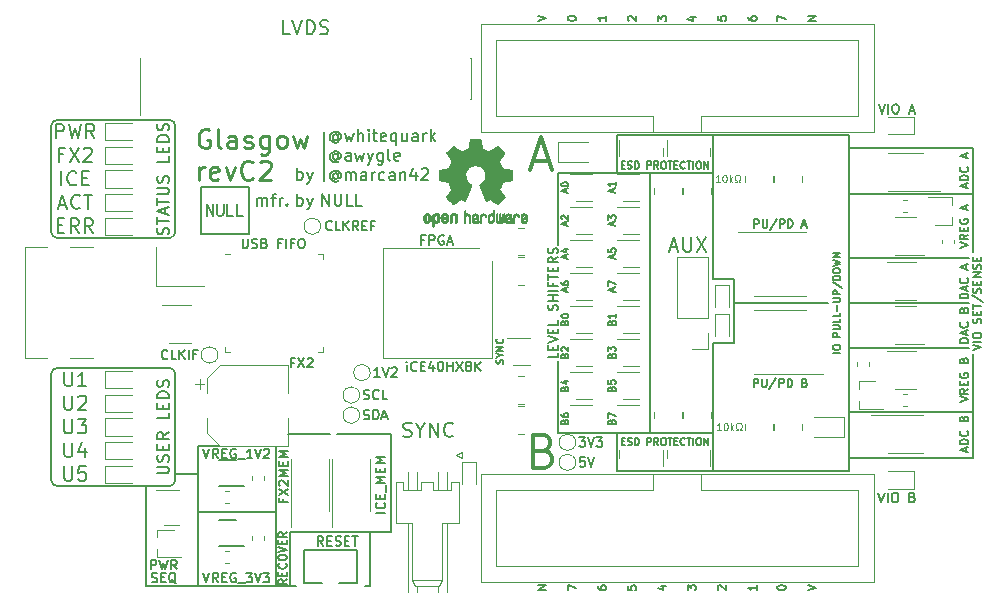
<source format=gto>
G04 #@! TF.GenerationSoftware,KiCad,Pcbnew,5.1.8*
G04 #@! TF.CreationDate,2020-12-26T16:11:21-08:00*
G04 #@! TF.ProjectId,glasgow,676c6173-676f-4772-9e6b-696361645f70,C2*
G04 #@! TF.SameCoordinates,Original*
G04 #@! TF.FileFunction,Legend,Top*
G04 #@! TF.FilePolarity,Positive*
%FSLAX46Y46*%
G04 Gerber Fmt 4.6, Leading zero omitted, Abs format (unit mm)*
G04 Created by KiCad (PCBNEW 5.1.8) date 2020-12-26 16:11:21*
%MOMM*%
%LPD*%
G01*
G04 APERTURE LIST*
%ADD10C,0.150000*%
%ADD11C,0.300000*%
%ADD12C,0.160000*%
%ADD13C,0.200000*%
%ADD14C,0.125000*%
%ADD15C,0.250000*%
%ADD16C,0.120000*%
%ADD17C,0.010000*%
%ADD18C,0.863600*%
%ADD19C,0.100000*%
%ADD20C,1.200000*%
%ADD21O,1.600000X1.000000*%
%ADD22C,0.650000*%
%ADD23O,2.100000X1.000000*%
%ADD24C,1.100000*%
%ADD25C,1.700000*%
%ADD26C,1.000000*%
%ADD27O,1.000000X1.000000*%
%ADD28O,1.700000X1.700000*%
%ADD29C,1.500000*%
%ADD30O,1.740000X2.200000*%
%ADD31C,7.000000*%
%ADD32C,0.800000*%
%ADD33C,0.500000*%
%ADD34O,1.000000X0.280000*%
%ADD35O,0.280000X1.000000*%
G04 APERTURE END LIST*
D10*
X129000000Y-82400000D02*
X129000000Y-91200000D01*
X51500000Y-111000000D02*
G75*
G02*
X51000000Y-110500000I0J500000D01*
G01*
X51000000Y-101500000D02*
G75*
G02*
X51500000Y-101000000I500000J0D01*
G01*
X61000000Y-101000000D02*
G75*
G02*
X61500000Y-101500000I0J-500000D01*
G01*
X61500000Y-110500000D02*
G75*
G02*
X61000000Y-111000000I-500000J0D01*
G01*
X51500000Y-90000000D02*
G75*
G02*
X51000000Y-89500000I0J500000D01*
G01*
X51000000Y-80500000D02*
G75*
G02*
X51500000Y-80000000I500000J0D01*
G01*
X61000000Y-80000000D02*
G75*
G02*
X61500000Y-80500000I0J-500000D01*
G01*
X61500000Y-89500000D02*
G75*
G02*
X61000000Y-90000000I-500000J0D01*
G01*
X61500000Y-110000000D02*
X63400000Y-110000000D01*
X116800000Y-95500000D02*
X108800000Y-95500000D01*
X98900000Y-106500000D02*
X98900000Y-109700000D01*
X98900000Y-81300000D02*
X98900000Y-84500000D01*
X107000000Y-98900000D02*
X107000000Y-109600000D01*
X71835595Y-87252380D02*
X71835595Y-86252380D01*
X71835595Y-86633333D02*
X71930833Y-86585714D01*
X72121309Y-86585714D01*
X72216547Y-86633333D01*
X72264166Y-86680952D01*
X72311785Y-86776190D01*
X72311785Y-87061904D01*
X72264166Y-87157142D01*
X72216547Y-87204761D01*
X72121309Y-87252380D01*
X71930833Y-87252380D01*
X71835595Y-87204761D01*
X72645119Y-86585714D02*
X72883214Y-87252380D01*
X73121309Y-86585714D02*
X72883214Y-87252380D01*
X72787976Y-87490476D01*
X72740357Y-87538095D01*
X72645119Y-87585714D01*
X110466666Y-102616666D02*
X110466666Y-101916666D01*
X110733333Y-101916666D01*
X110800000Y-101950000D01*
X110833333Y-101983333D01*
X110866666Y-102050000D01*
X110866666Y-102150000D01*
X110833333Y-102216666D01*
X110800000Y-102250000D01*
X110733333Y-102283333D01*
X110466666Y-102283333D01*
X111166666Y-101916666D02*
X111166666Y-102483333D01*
X111200000Y-102550000D01*
X111233333Y-102583333D01*
X111300000Y-102616666D01*
X111433333Y-102616666D01*
X111500000Y-102583333D01*
X111533333Y-102550000D01*
X111566666Y-102483333D01*
X111566666Y-101916666D01*
X112400000Y-101883333D02*
X111800000Y-102783333D01*
X112633333Y-102616666D02*
X112633333Y-101916666D01*
X112900000Y-101916666D01*
X112966666Y-101950000D01*
X113000000Y-101983333D01*
X113033333Y-102050000D01*
X113033333Y-102150000D01*
X113000000Y-102216666D01*
X112966666Y-102250000D01*
X112900000Y-102283333D01*
X112633333Y-102283333D01*
X113333333Y-102616666D02*
X113333333Y-101916666D01*
X113500000Y-101916666D01*
X113600000Y-101950000D01*
X113666666Y-102016666D01*
X113700000Y-102083333D01*
X113733333Y-102216666D01*
X113733333Y-102316666D01*
X113700000Y-102450000D01*
X113666666Y-102516666D01*
X113600000Y-102583333D01*
X113500000Y-102616666D01*
X113333333Y-102616666D01*
X114800000Y-102250000D02*
X114900000Y-102283333D01*
X114933333Y-102316666D01*
X114966666Y-102383333D01*
X114966666Y-102483333D01*
X114933333Y-102550000D01*
X114900000Y-102583333D01*
X114833333Y-102616666D01*
X114566666Y-102616666D01*
X114566666Y-101916666D01*
X114800000Y-101916666D01*
X114866666Y-101950000D01*
X114900000Y-101983333D01*
X114933333Y-102050000D01*
X114933333Y-102116666D01*
X114900000Y-102183333D01*
X114866666Y-102216666D01*
X114800000Y-102250000D01*
X114566666Y-102250000D01*
X110516666Y-89116666D02*
X110516666Y-88416666D01*
X110783333Y-88416666D01*
X110850000Y-88450000D01*
X110883333Y-88483333D01*
X110916666Y-88550000D01*
X110916666Y-88650000D01*
X110883333Y-88716666D01*
X110850000Y-88750000D01*
X110783333Y-88783333D01*
X110516666Y-88783333D01*
X111216666Y-88416666D02*
X111216666Y-88983333D01*
X111250000Y-89050000D01*
X111283333Y-89083333D01*
X111350000Y-89116666D01*
X111483333Y-89116666D01*
X111550000Y-89083333D01*
X111583333Y-89050000D01*
X111616666Y-88983333D01*
X111616666Y-88416666D01*
X112450000Y-88383333D02*
X111850000Y-89283333D01*
X112683333Y-89116666D02*
X112683333Y-88416666D01*
X112950000Y-88416666D01*
X113016666Y-88450000D01*
X113050000Y-88483333D01*
X113083333Y-88550000D01*
X113083333Y-88650000D01*
X113050000Y-88716666D01*
X113016666Y-88750000D01*
X112950000Y-88783333D01*
X112683333Y-88783333D01*
X113383333Y-89116666D02*
X113383333Y-88416666D01*
X113550000Y-88416666D01*
X113650000Y-88450000D01*
X113716666Y-88516666D01*
X113750000Y-88583333D01*
X113783333Y-88716666D01*
X113783333Y-88816666D01*
X113750000Y-88950000D01*
X113716666Y-89016666D01*
X113650000Y-89083333D01*
X113550000Y-89116666D01*
X113383333Y-89116666D01*
X114583333Y-88916666D02*
X114916666Y-88916666D01*
X114516666Y-89116666D02*
X114750000Y-88416666D01*
X114983333Y-89116666D01*
X78000000Y-119500000D02*
X77600000Y-119500000D01*
X71200000Y-119500000D02*
X71700000Y-119500000D01*
X78000000Y-114900000D02*
X78000000Y-119500000D01*
X59490476Y-119123809D02*
X59604761Y-119161904D01*
X59795238Y-119161904D01*
X59871428Y-119123809D01*
X59909523Y-119085714D01*
X59947619Y-119009523D01*
X59947619Y-118933333D01*
X59909523Y-118857142D01*
X59871428Y-118819047D01*
X59795238Y-118780952D01*
X59642857Y-118742857D01*
X59566666Y-118704761D01*
X59528571Y-118666666D01*
X59490476Y-118590476D01*
X59490476Y-118514285D01*
X59528571Y-118438095D01*
X59566666Y-118400000D01*
X59642857Y-118361904D01*
X59833333Y-118361904D01*
X59947619Y-118400000D01*
X60290476Y-118742857D02*
X60557142Y-118742857D01*
X60671428Y-119161904D02*
X60290476Y-119161904D01*
X60290476Y-118361904D01*
X60671428Y-118361904D01*
X61547619Y-119238095D02*
X61471428Y-119200000D01*
X61395238Y-119123809D01*
X61280952Y-119009523D01*
X61204761Y-118971428D01*
X61128571Y-118971428D01*
X61166666Y-119161904D02*
X61090476Y-119123809D01*
X61014285Y-119047619D01*
X60976190Y-118895238D01*
X60976190Y-118628571D01*
X61014285Y-118476190D01*
X61090476Y-118400000D01*
X61166666Y-118361904D01*
X61319047Y-118361904D01*
X61395238Y-118400000D01*
X61471428Y-118476190D01*
X61509523Y-118628571D01*
X61509523Y-118895238D01*
X61471428Y-119047619D01*
X61395238Y-119123809D01*
X61319047Y-119161904D01*
X61166666Y-119161904D01*
X79750000Y-106600000D02*
X71030000Y-106600000D01*
X70000000Y-113200000D02*
X70000000Y-107630000D01*
X63400000Y-107600000D02*
X65200000Y-107600000D01*
X71200000Y-114900000D02*
X71200000Y-119500000D01*
X70916666Y-118883333D02*
X70583333Y-119116666D01*
X70916666Y-119283333D02*
X70216666Y-119283333D01*
X70216666Y-119016666D01*
X70250000Y-118950000D01*
X70283333Y-118916666D01*
X70350000Y-118883333D01*
X70450000Y-118883333D01*
X70516666Y-118916666D01*
X70550000Y-118950000D01*
X70583333Y-119016666D01*
X70583333Y-119283333D01*
X70550000Y-118583333D02*
X70550000Y-118350000D01*
X70916666Y-118250000D02*
X70916666Y-118583333D01*
X70216666Y-118583333D01*
X70216666Y-118250000D01*
X70850000Y-117550000D02*
X70883333Y-117583333D01*
X70916666Y-117683333D01*
X70916666Y-117750000D01*
X70883333Y-117850000D01*
X70816666Y-117916666D01*
X70750000Y-117950000D01*
X70616666Y-117983333D01*
X70516666Y-117983333D01*
X70383333Y-117950000D01*
X70316666Y-117916666D01*
X70250000Y-117850000D01*
X70216666Y-117750000D01*
X70216666Y-117683333D01*
X70250000Y-117583333D01*
X70283333Y-117550000D01*
X70216666Y-117116666D02*
X70216666Y-116983333D01*
X70250000Y-116916666D01*
X70316666Y-116850000D01*
X70450000Y-116816666D01*
X70683333Y-116816666D01*
X70816666Y-116850000D01*
X70883333Y-116916666D01*
X70916666Y-116983333D01*
X70916666Y-117116666D01*
X70883333Y-117183333D01*
X70816666Y-117250000D01*
X70683333Y-117283333D01*
X70450000Y-117283333D01*
X70316666Y-117250000D01*
X70250000Y-117183333D01*
X70216666Y-117116666D01*
X70216666Y-116616666D02*
X70916666Y-116383333D01*
X70216666Y-116150000D01*
X70550000Y-115916666D02*
X70550000Y-115683333D01*
X70916666Y-115583333D02*
X70916666Y-115916666D01*
X70216666Y-115916666D01*
X70216666Y-115583333D01*
X70916666Y-114883333D02*
X70583333Y-115116666D01*
X70916666Y-115283333D02*
X70216666Y-115283333D01*
X70216666Y-115016666D01*
X70250000Y-114950000D01*
X70283333Y-114916666D01*
X70350000Y-114883333D01*
X70450000Y-114883333D01*
X70516666Y-114916666D01*
X70550000Y-114950000D01*
X70583333Y-115016666D01*
X70583333Y-115283333D01*
D11*
X92700000Y-108000000D02*
X93100000Y-108133333D01*
X93233333Y-108266666D01*
X93366666Y-108533333D01*
X93366666Y-108933333D01*
X93233333Y-109200000D01*
X93100000Y-109333333D01*
X92833333Y-109466666D01*
X91766666Y-109466666D01*
X91766666Y-106666666D01*
X92700000Y-106666666D01*
X92966666Y-106800000D01*
X93100000Y-106933333D01*
X93233333Y-107200000D01*
X93233333Y-107466666D01*
X93100000Y-107733333D01*
X92966666Y-107866666D01*
X92700000Y-108000000D01*
X91766666Y-108000000D01*
D10*
X63400000Y-114600000D02*
X63400000Y-107600000D01*
X63400000Y-114600000D02*
X63400000Y-119500000D01*
X99292857Y-83807142D02*
X99492857Y-83807142D01*
X99578571Y-84121428D02*
X99292857Y-84121428D01*
X99292857Y-83521428D01*
X99578571Y-83521428D01*
X99807142Y-84092857D02*
X99892857Y-84121428D01*
X100035714Y-84121428D01*
X100092857Y-84092857D01*
X100121428Y-84064285D01*
X100150000Y-84007142D01*
X100150000Y-83950000D01*
X100121428Y-83892857D01*
X100092857Y-83864285D01*
X100035714Y-83835714D01*
X99921428Y-83807142D01*
X99864285Y-83778571D01*
X99835714Y-83750000D01*
X99807142Y-83692857D01*
X99807142Y-83635714D01*
X99835714Y-83578571D01*
X99864285Y-83550000D01*
X99921428Y-83521428D01*
X100064285Y-83521428D01*
X100150000Y-83550000D01*
X100407142Y-84121428D02*
X100407142Y-83521428D01*
X100550000Y-83521428D01*
X100635714Y-83550000D01*
X100692857Y-83607142D01*
X100721428Y-83664285D01*
X100750000Y-83778571D01*
X100750000Y-83864285D01*
X100721428Y-83978571D01*
X100692857Y-84035714D01*
X100635714Y-84092857D01*
X100550000Y-84121428D01*
X100407142Y-84121428D01*
X101464285Y-84121428D02*
X101464285Y-83521428D01*
X101692857Y-83521428D01*
X101750000Y-83550000D01*
X101778571Y-83578571D01*
X101807142Y-83635714D01*
X101807142Y-83721428D01*
X101778571Y-83778571D01*
X101750000Y-83807142D01*
X101692857Y-83835714D01*
X101464285Y-83835714D01*
X102407142Y-84121428D02*
X102207142Y-83835714D01*
X102064285Y-84121428D02*
X102064285Y-83521428D01*
X102292857Y-83521428D01*
X102350000Y-83550000D01*
X102378571Y-83578571D01*
X102407142Y-83635714D01*
X102407142Y-83721428D01*
X102378571Y-83778571D01*
X102350000Y-83807142D01*
X102292857Y-83835714D01*
X102064285Y-83835714D01*
X102778571Y-83521428D02*
X102892857Y-83521428D01*
X102950000Y-83550000D01*
X103007142Y-83607142D01*
X103035714Y-83721428D01*
X103035714Y-83921428D01*
X103007142Y-84035714D01*
X102950000Y-84092857D01*
X102892857Y-84121428D01*
X102778571Y-84121428D01*
X102721428Y-84092857D01*
X102664285Y-84035714D01*
X102635714Y-83921428D01*
X102635714Y-83721428D01*
X102664285Y-83607142D01*
X102721428Y-83550000D01*
X102778571Y-83521428D01*
X103207142Y-83521428D02*
X103550000Y-83521428D01*
X103378571Y-84121428D02*
X103378571Y-83521428D01*
X103750000Y-83807142D02*
X103950000Y-83807142D01*
X104035714Y-84121428D02*
X103750000Y-84121428D01*
X103750000Y-83521428D01*
X104035714Y-83521428D01*
X104635714Y-84064285D02*
X104607142Y-84092857D01*
X104521428Y-84121428D01*
X104464285Y-84121428D01*
X104378571Y-84092857D01*
X104321428Y-84035714D01*
X104292857Y-83978571D01*
X104264285Y-83864285D01*
X104264285Y-83778571D01*
X104292857Y-83664285D01*
X104321428Y-83607142D01*
X104378571Y-83550000D01*
X104464285Y-83521428D01*
X104521428Y-83521428D01*
X104607142Y-83550000D01*
X104635714Y-83578571D01*
X104807142Y-83521428D02*
X105150000Y-83521428D01*
X104978571Y-84121428D02*
X104978571Y-83521428D01*
X105350000Y-84121428D02*
X105350000Y-83521428D01*
X105750000Y-83521428D02*
X105864285Y-83521428D01*
X105921428Y-83550000D01*
X105978571Y-83607142D01*
X106007142Y-83721428D01*
X106007142Y-83921428D01*
X105978571Y-84035714D01*
X105921428Y-84092857D01*
X105864285Y-84121428D01*
X105750000Y-84121428D01*
X105692857Y-84092857D01*
X105635714Y-84035714D01*
X105607142Y-83921428D01*
X105607142Y-83721428D01*
X105635714Y-83607142D01*
X105692857Y-83550000D01*
X105750000Y-83521428D01*
X106264285Y-84121428D02*
X106264285Y-83521428D01*
X106607142Y-84121428D01*
X106607142Y-83521428D01*
X99292857Y-107207142D02*
X99492857Y-107207142D01*
X99578571Y-107521428D02*
X99292857Y-107521428D01*
X99292857Y-106921428D01*
X99578571Y-106921428D01*
X99807142Y-107492857D02*
X99892857Y-107521428D01*
X100035714Y-107521428D01*
X100092857Y-107492857D01*
X100121428Y-107464285D01*
X100150000Y-107407142D01*
X100150000Y-107350000D01*
X100121428Y-107292857D01*
X100092857Y-107264285D01*
X100035714Y-107235714D01*
X99921428Y-107207142D01*
X99864285Y-107178571D01*
X99835714Y-107150000D01*
X99807142Y-107092857D01*
X99807142Y-107035714D01*
X99835714Y-106978571D01*
X99864285Y-106950000D01*
X99921428Y-106921428D01*
X100064285Y-106921428D01*
X100150000Y-106950000D01*
X100407142Y-107521428D02*
X100407142Y-106921428D01*
X100550000Y-106921428D01*
X100635714Y-106950000D01*
X100692857Y-107007142D01*
X100721428Y-107064285D01*
X100750000Y-107178571D01*
X100750000Y-107264285D01*
X100721428Y-107378571D01*
X100692857Y-107435714D01*
X100635714Y-107492857D01*
X100550000Y-107521428D01*
X100407142Y-107521428D01*
X101464285Y-107521428D02*
X101464285Y-106921428D01*
X101692857Y-106921428D01*
X101750000Y-106950000D01*
X101778571Y-106978571D01*
X101807142Y-107035714D01*
X101807142Y-107121428D01*
X101778571Y-107178571D01*
X101750000Y-107207142D01*
X101692857Y-107235714D01*
X101464285Y-107235714D01*
X102407142Y-107521428D02*
X102207142Y-107235714D01*
X102064285Y-107521428D02*
X102064285Y-106921428D01*
X102292857Y-106921428D01*
X102350000Y-106950000D01*
X102378571Y-106978571D01*
X102407142Y-107035714D01*
X102407142Y-107121428D01*
X102378571Y-107178571D01*
X102350000Y-107207142D01*
X102292857Y-107235714D01*
X102064285Y-107235714D01*
X102778571Y-106921428D02*
X102892857Y-106921428D01*
X102950000Y-106950000D01*
X103007142Y-107007142D01*
X103035714Y-107121428D01*
X103035714Y-107321428D01*
X103007142Y-107435714D01*
X102950000Y-107492857D01*
X102892857Y-107521428D01*
X102778571Y-107521428D01*
X102721428Y-107492857D01*
X102664285Y-107435714D01*
X102635714Y-107321428D01*
X102635714Y-107121428D01*
X102664285Y-107007142D01*
X102721428Y-106950000D01*
X102778571Y-106921428D01*
X103207142Y-106921428D02*
X103550000Y-106921428D01*
X103378571Y-107521428D02*
X103378571Y-106921428D01*
X103750000Y-107207142D02*
X103950000Y-107207142D01*
X104035714Y-107521428D02*
X103750000Y-107521428D01*
X103750000Y-106921428D01*
X104035714Y-106921428D01*
X104635714Y-107464285D02*
X104607142Y-107492857D01*
X104521428Y-107521428D01*
X104464285Y-107521428D01*
X104378571Y-107492857D01*
X104321428Y-107435714D01*
X104292857Y-107378571D01*
X104264285Y-107264285D01*
X104264285Y-107178571D01*
X104292857Y-107064285D01*
X104321428Y-107007142D01*
X104378571Y-106950000D01*
X104464285Y-106921428D01*
X104521428Y-106921428D01*
X104607142Y-106950000D01*
X104635714Y-106978571D01*
X104807142Y-106921428D02*
X105150000Y-106921428D01*
X104978571Y-107521428D02*
X104978571Y-106921428D01*
X105350000Y-107521428D02*
X105350000Y-106921428D01*
X105750000Y-106921428D02*
X105864285Y-106921428D01*
X105921428Y-106950000D01*
X105978571Y-107007142D01*
X106007142Y-107121428D01*
X106007142Y-107321428D01*
X105978571Y-107435714D01*
X105921428Y-107492857D01*
X105864285Y-107521428D01*
X105750000Y-107521428D01*
X105692857Y-107492857D01*
X105635714Y-107435714D01*
X105607142Y-107321428D01*
X105607142Y-107121428D01*
X105635714Y-107007142D01*
X105692857Y-106950000D01*
X105750000Y-106921428D01*
X106264285Y-107521428D02*
X106264285Y-106921428D01*
X106607142Y-107521428D01*
X106607142Y-106921428D01*
X59000000Y-119500000D02*
X59000000Y-111000000D01*
D12*
X92216666Y-71633333D02*
X92916666Y-71400000D01*
X92216666Y-71166666D01*
X112466666Y-71633333D02*
X112466666Y-71166666D01*
X113166666Y-71466666D01*
X115766666Y-71600000D02*
X115066666Y-71600000D01*
X115766666Y-71200000D01*
X115066666Y-71200000D01*
X110016666Y-71266666D02*
X110016666Y-71400000D01*
X110050000Y-71466666D01*
X110083333Y-71500000D01*
X110183333Y-71566666D01*
X110316666Y-71600000D01*
X110583333Y-71600000D01*
X110650000Y-71566666D01*
X110683333Y-71533333D01*
X110716666Y-71466666D01*
X110716666Y-71333333D01*
X110683333Y-71266666D01*
X110650000Y-71233333D01*
X110583333Y-71200000D01*
X110416666Y-71200000D01*
X110350000Y-71233333D01*
X110316666Y-71266666D01*
X110283333Y-71333333D01*
X110283333Y-71466666D01*
X110316666Y-71533333D01*
X110350000Y-71566666D01*
X110416666Y-71600000D01*
X107416666Y-71233333D02*
X107416666Y-71566666D01*
X107750000Y-71600000D01*
X107716666Y-71566666D01*
X107683333Y-71500000D01*
X107683333Y-71333333D01*
X107716666Y-71266666D01*
X107750000Y-71233333D01*
X107816666Y-71200000D01*
X107983333Y-71200000D01*
X108050000Y-71233333D01*
X108083333Y-71266666D01*
X108116666Y-71333333D01*
X108116666Y-71500000D01*
X108083333Y-71566666D01*
X108050000Y-71600000D01*
X105100000Y-71266666D02*
X105566666Y-71266666D01*
X104833333Y-71433333D02*
X105333333Y-71600000D01*
X105333333Y-71166666D01*
X102366666Y-71633333D02*
X102366666Y-71200000D01*
X102633333Y-71433333D01*
X102633333Y-71333333D01*
X102666666Y-71266666D01*
X102700000Y-71233333D01*
X102766666Y-71200000D01*
X102933333Y-71200000D01*
X103000000Y-71233333D01*
X103033333Y-71266666D01*
X103066666Y-71333333D01*
X103066666Y-71533333D01*
X103033333Y-71600000D01*
X103000000Y-71633333D01*
X99883333Y-71600000D02*
X99850000Y-71566666D01*
X99816666Y-71500000D01*
X99816666Y-71333333D01*
X99850000Y-71266666D01*
X99883333Y-71233333D01*
X99950000Y-71200000D01*
X100016666Y-71200000D01*
X100116666Y-71233333D01*
X100516666Y-71633333D01*
X100516666Y-71200000D01*
X97966666Y-71200000D02*
X97966666Y-71600000D01*
X97966666Y-71400000D02*
X97266666Y-71400000D01*
X97366666Y-71466666D01*
X97433333Y-71533333D01*
X97466666Y-71600000D01*
X94716666Y-71433333D02*
X94716666Y-71366666D01*
X94750000Y-71300000D01*
X94783333Y-71266666D01*
X94850000Y-71233333D01*
X94983333Y-71200000D01*
X95150000Y-71200000D01*
X95283333Y-71233333D01*
X95350000Y-71266666D01*
X95383333Y-71300000D01*
X95416666Y-71366666D01*
X95416666Y-71433333D01*
X95383333Y-71500000D01*
X95350000Y-71533333D01*
X95283333Y-71566666D01*
X95150000Y-71600000D01*
X94983333Y-71600000D01*
X94850000Y-71566666D01*
X94783333Y-71533333D01*
X94750000Y-71500000D01*
X94716666Y-71433333D01*
X92916666Y-119800000D02*
X92216666Y-119800000D01*
X92916666Y-119400000D01*
X92216666Y-119400000D01*
X94716666Y-119833333D02*
X94716666Y-119366666D01*
X95416666Y-119666666D01*
X97266666Y-119466666D02*
X97266666Y-119600000D01*
X97300000Y-119666666D01*
X97333333Y-119700000D01*
X97433333Y-119766666D01*
X97566666Y-119800000D01*
X97833333Y-119800000D01*
X97900000Y-119766666D01*
X97933333Y-119733333D01*
X97966666Y-119666666D01*
X97966666Y-119533333D01*
X97933333Y-119466666D01*
X97900000Y-119433333D01*
X97833333Y-119400000D01*
X97666666Y-119400000D01*
X97600000Y-119433333D01*
X97566666Y-119466666D01*
X97533333Y-119533333D01*
X97533333Y-119666666D01*
X97566666Y-119733333D01*
X97600000Y-119766666D01*
X97666666Y-119800000D01*
X99816666Y-119433333D02*
X99816666Y-119766666D01*
X100150000Y-119800000D01*
X100116666Y-119766666D01*
X100083333Y-119700000D01*
X100083333Y-119533333D01*
X100116666Y-119466666D01*
X100150000Y-119433333D01*
X100216666Y-119400000D01*
X100383333Y-119400000D01*
X100450000Y-119433333D01*
X100483333Y-119466666D01*
X100516666Y-119533333D01*
X100516666Y-119700000D01*
X100483333Y-119766666D01*
X100450000Y-119800000D01*
X102600000Y-119466666D02*
X103066666Y-119466666D01*
X102333333Y-119633333D02*
X102833333Y-119800000D01*
X102833333Y-119366666D01*
X104866666Y-119833333D02*
X104866666Y-119400000D01*
X105133333Y-119633333D01*
X105133333Y-119533333D01*
X105166666Y-119466666D01*
X105200000Y-119433333D01*
X105266666Y-119400000D01*
X105433333Y-119400000D01*
X105500000Y-119433333D01*
X105533333Y-119466666D01*
X105566666Y-119533333D01*
X105566666Y-119733333D01*
X105533333Y-119800000D01*
X105500000Y-119833333D01*
X107483333Y-119800000D02*
X107450000Y-119766666D01*
X107416666Y-119700000D01*
X107416666Y-119533333D01*
X107450000Y-119466666D01*
X107483333Y-119433333D01*
X107550000Y-119400000D01*
X107616666Y-119400000D01*
X107716666Y-119433333D01*
X108116666Y-119833333D01*
X108116666Y-119400000D01*
X110716666Y-119400000D02*
X110716666Y-119800000D01*
X110716666Y-119600000D02*
X110016666Y-119600000D01*
X110116666Y-119666666D01*
X110183333Y-119733333D01*
X110216666Y-119800000D01*
X115066666Y-119833333D02*
X115766666Y-119600000D01*
X115066666Y-119366666D01*
X112466666Y-119633333D02*
X112466666Y-119566666D01*
X112500000Y-119500000D01*
X112533333Y-119466666D01*
X112600000Y-119433333D01*
X112733333Y-119400000D01*
X112900000Y-119400000D01*
X113033333Y-119433333D01*
X113100000Y-119466666D01*
X113133333Y-119500000D01*
X113166666Y-119566666D01*
X113166666Y-119633333D01*
X113133333Y-119700000D01*
X113100000Y-119733333D01*
X113033333Y-119766666D01*
X112900000Y-119800000D01*
X112733333Y-119800000D01*
X112600000Y-119766666D01*
X112533333Y-119733333D01*
X112500000Y-119700000D01*
X112466666Y-119633333D01*
D10*
X73935595Y-87252380D02*
X73935595Y-86252380D01*
X74507023Y-87252380D01*
X74507023Y-86252380D01*
X74983214Y-86252380D02*
X74983214Y-87061904D01*
X75030833Y-87157142D01*
X75078452Y-87204761D01*
X75173690Y-87252380D01*
X75364166Y-87252380D01*
X75459404Y-87204761D01*
X75507023Y-87157142D01*
X75554642Y-87061904D01*
X75554642Y-86252380D01*
X76507023Y-87252380D02*
X76030833Y-87252380D01*
X76030833Y-86252380D01*
X77316547Y-87252380D02*
X76840357Y-87252380D01*
X76840357Y-86252380D01*
X71200000Y-114900000D02*
X79750000Y-114900000D01*
X62700000Y-119500000D02*
X59000000Y-119500000D01*
X59433333Y-118061904D02*
X59433333Y-117261904D01*
X59738095Y-117261904D01*
X59814285Y-117300000D01*
X59852380Y-117338095D01*
X59890476Y-117414285D01*
X59890476Y-117528571D01*
X59852380Y-117604761D01*
X59814285Y-117642857D01*
X59738095Y-117680952D01*
X59433333Y-117680952D01*
X60157142Y-117261904D02*
X60347619Y-118061904D01*
X60500000Y-117490476D01*
X60652380Y-118061904D01*
X60842857Y-117261904D01*
X61604761Y-118061904D02*
X61338095Y-117680952D01*
X61147619Y-118061904D02*
X61147619Y-117261904D01*
X61452380Y-117261904D01*
X61528571Y-117300000D01*
X61566666Y-117338095D01*
X61604761Y-117414285D01*
X61604761Y-117528571D01*
X61566666Y-117604761D01*
X61528571Y-117642857D01*
X61452380Y-117680952D01*
X61147619Y-117680952D01*
X68435595Y-87252380D02*
X68435595Y-86585714D01*
X68435595Y-86680952D02*
X68483214Y-86633333D01*
X68578452Y-86585714D01*
X68721309Y-86585714D01*
X68816547Y-86633333D01*
X68864166Y-86728571D01*
X68864166Y-87252380D01*
X68864166Y-86728571D02*
X68911785Y-86633333D01*
X69007023Y-86585714D01*
X69149880Y-86585714D01*
X69245119Y-86633333D01*
X69292738Y-86728571D01*
X69292738Y-87252380D01*
X69626071Y-86585714D02*
X70007023Y-86585714D01*
X69768928Y-87252380D02*
X69768928Y-86395238D01*
X69816547Y-86300000D01*
X69911785Y-86252380D01*
X70007023Y-86252380D01*
X70340357Y-87252380D02*
X70340357Y-86585714D01*
X70340357Y-86776190D02*
X70387976Y-86680952D01*
X70435595Y-86633333D01*
X70530833Y-86585714D01*
X70626071Y-86585714D01*
X70959404Y-87157142D02*
X71007023Y-87204761D01*
X70959404Y-87252380D01*
X70911785Y-87204761D01*
X70959404Y-87157142D01*
X70959404Y-87252380D01*
X89242857Y-100642857D02*
X89271428Y-100557142D01*
X89271428Y-100414285D01*
X89242857Y-100357142D01*
X89214285Y-100328571D01*
X89157142Y-100300000D01*
X89100000Y-100300000D01*
X89042857Y-100328571D01*
X89014285Y-100357142D01*
X88985714Y-100414285D01*
X88957142Y-100528571D01*
X88928571Y-100585714D01*
X88900000Y-100614285D01*
X88842857Y-100642857D01*
X88785714Y-100642857D01*
X88728571Y-100614285D01*
X88700000Y-100585714D01*
X88671428Y-100528571D01*
X88671428Y-100385714D01*
X88700000Y-100300000D01*
X88985714Y-99928571D02*
X89271428Y-99928571D01*
X88671428Y-100128571D02*
X88985714Y-99928571D01*
X88671428Y-99728571D01*
X89271428Y-99528571D02*
X88671428Y-99528571D01*
X89271428Y-99185714D01*
X88671428Y-99185714D01*
X89214285Y-98557142D02*
X89242857Y-98585714D01*
X89271428Y-98671428D01*
X89271428Y-98728571D01*
X89242857Y-98814285D01*
X89185714Y-98871428D01*
X89128571Y-98900000D01*
X89014285Y-98928571D01*
X88928571Y-98928571D01*
X88814285Y-98900000D01*
X88757142Y-98871428D01*
X88700000Y-98814285D01*
X88671428Y-98728571D01*
X88671428Y-98671428D01*
X88700000Y-98585714D01*
X88728571Y-98557142D01*
X98600000Y-86128571D02*
X98600000Y-85842857D01*
X98771428Y-86185714D02*
X98171428Y-85985714D01*
X98771428Y-85785714D01*
X98771428Y-85271428D02*
X98771428Y-85614285D01*
X98771428Y-85442857D02*
X98171428Y-85442857D01*
X98257142Y-85500000D01*
X98314285Y-85557142D01*
X98342857Y-85614285D01*
X98600000Y-88928571D02*
X98600000Y-88642857D01*
X98771428Y-88985714D02*
X98171428Y-88785714D01*
X98771428Y-88585714D01*
X98171428Y-88442857D02*
X98171428Y-88071428D01*
X98400000Y-88271428D01*
X98400000Y-88185714D01*
X98428571Y-88128571D01*
X98457142Y-88100000D01*
X98514285Y-88071428D01*
X98657142Y-88071428D01*
X98714285Y-88100000D01*
X98742857Y-88128571D01*
X98771428Y-88185714D01*
X98771428Y-88357142D01*
X98742857Y-88414285D01*
X98714285Y-88442857D01*
X94600000Y-88928571D02*
X94600000Y-88642857D01*
X94771428Y-88985714D02*
X94171428Y-88785714D01*
X94771428Y-88585714D01*
X94228571Y-88414285D02*
X94200000Y-88385714D01*
X94171428Y-88328571D01*
X94171428Y-88185714D01*
X94200000Y-88128571D01*
X94228571Y-88100000D01*
X94285714Y-88071428D01*
X94342857Y-88071428D01*
X94428571Y-88100000D01*
X94771428Y-88442857D01*
X94771428Y-88071428D01*
X94600000Y-86128571D02*
X94600000Y-85842857D01*
X94771428Y-86185714D02*
X94171428Y-85985714D01*
X94771428Y-85785714D01*
X94171428Y-85471428D02*
X94171428Y-85414285D01*
X94200000Y-85357142D01*
X94228571Y-85328571D01*
X94285714Y-85300000D01*
X94400000Y-85271428D01*
X94542857Y-85271428D01*
X94657142Y-85300000D01*
X94714285Y-85328571D01*
X94742857Y-85357142D01*
X94771428Y-85414285D01*
X94771428Y-85471428D01*
X94742857Y-85528571D01*
X94714285Y-85557142D01*
X94657142Y-85585714D01*
X94542857Y-85614285D01*
X94400000Y-85614285D01*
X94285714Y-85585714D01*
X94228571Y-85557142D01*
X94200000Y-85528571D01*
X94171428Y-85471428D01*
X98600000Y-91728571D02*
X98600000Y-91442857D01*
X98771428Y-91785714D02*
X98171428Y-91585714D01*
X98771428Y-91385714D01*
X98171428Y-90900000D02*
X98171428Y-91185714D01*
X98457142Y-91214285D01*
X98428571Y-91185714D01*
X98400000Y-91128571D01*
X98400000Y-90985714D01*
X98428571Y-90928571D01*
X98457142Y-90900000D01*
X98514285Y-90871428D01*
X98657142Y-90871428D01*
X98714285Y-90900000D01*
X98742857Y-90928571D01*
X98771428Y-90985714D01*
X98771428Y-91128571D01*
X98742857Y-91185714D01*
X98714285Y-91214285D01*
X94600000Y-91728571D02*
X94600000Y-91442857D01*
X94771428Y-91785714D02*
X94171428Y-91585714D01*
X94771428Y-91385714D01*
X94371428Y-90928571D02*
X94771428Y-90928571D01*
X94142857Y-91071428D02*
X94571428Y-91214285D01*
X94571428Y-90842857D01*
X98600000Y-94528571D02*
X98600000Y-94242857D01*
X98771428Y-94585714D02*
X98171428Y-94385714D01*
X98771428Y-94185714D01*
X98171428Y-94042857D02*
X98171428Y-93642857D01*
X98771428Y-93900000D01*
X94600000Y-94528571D02*
X94600000Y-94242857D01*
X94771428Y-94585714D02*
X94171428Y-94385714D01*
X94771428Y-94185714D01*
X94171428Y-93728571D02*
X94171428Y-93842857D01*
X94200000Y-93900000D01*
X94228571Y-93928571D01*
X94314285Y-93985714D01*
X94428571Y-94014285D01*
X94657142Y-94014285D01*
X94714285Y-93985714D01*
X94742857Y-93957142D01*
X94771428Y-93900000D01*
X94771428Y-93785714D01*
X94742857Y-93728571D01*
X94714285Y-93700000D01*
X94657142Y-93671428D01*
X94514285Y-93671428D01*
X94457142Y-93700000D01*
X94428571Y-93728571D01*
X94400000Y-93785714D01*
X94400000Y-93900000D01*
X94428571Y-93957142D01*
X94457142Y-93985714D01*
X94514285Y-94014285D01*
X94457142Y-99942857D02*
X94485714Y-99857142D01*
X94514285Y-99828571D01*
X94571428Y-99800000D01*
X94657142Y-99800000D01*
X94714285Y-99828571D01*
X94742857Y-99857142D01*
X94771428Y-99914285D01*
X94771428Y-100142857D01*
X94171428Y-100142857D01*
X94171428Y-99942857D01*
X94200000Y-99885714D01*
X94228571Y-99857142D01*
X94285714Y-99828571D01*
X94342857Y-99828571D01*
X94400000Y-99857142D01*
X94428571Y-99885714D01*
X94457142Y-99942857D01*
X94457142Y-100142857D01*
X94228571Y-99571428D02*
X94200000Y-99542857D01*
X94171428Y-99485714D01*
X94171428Y-99342857D01*
X94200000Y-99285714D01*
X94228571Y-99257142D01*
X94285714Y-99228571D01*
X94342857Y-99228571D01*
X94428571Y-99257142D01*
X94771428Y-99600000D01*
X94771428Y-99228571D01*
X98457142Y-99942857D02*
X98485714Y-99857142D01*
X98514285Y-99828571D01*
X98571428Y-99800000D01*
X98657142Y-99800000D01*
X98714285Y-99828571D01*
X98742857Y-99857142D01*
X98771428Y-99914285D01*
X98771428Y-100142857D01*
X98171428Y-100142857D01*
X98171428Y-99942857D01*
X98200000Y-99885714D01*
X98228571Y-99857142D01*
X98285714Y-99828571D01*
X98342857Y-99828571D01*
X98400000Y-99857142D01*
X98428571Y-99885714D01*
X98457142Y-99942857D01*
X98457142Y-100142857D01*
X98171428Y-99600000D02*
X98171428Y-99228571D01*
X98400000Y-99428571D01*
X98400000Y-99342857D01*
X98428571Y-99285714D01*
X98457142Y-99257142D01*
X98514285Y-99228571D01*
X98657142Y-99228571D01*
X98714285Y-99257142D01*
X98742857Y-99285714D01*
X98771428Y-99342857D01*
X98771428Y-99514285D01*
X98742857Y-99571428D01*
X98714285Y-99600000D01*
X98457142Y-97142857D02*
X98485714Y-97057142D01*
X98514285Y-97028571D01*
X98571428Y-97000000D01*
X98657142Y-97000000D01*
X98714285Y-97028571D01*
X98742857Y-97057142D01*
X98771428Y-97114285D01*
X98771428Y-97342857D01*
X98171428Y-97342857D01*
X98171428Y-97142857D01*
X98200000Y-97085714D01*
X98228571Y-97057142D01*
X98285714Y-97028571D01*
X98342857Y-97028571D01*
X98400000Y-97057142D01*
X98428571Y-97085714D01*
X98457142Y-97142857D01*
X98457142Y-97342857D01*
X98771428Y-96428571D02*
X98771428Y-96771428D01*
X98771428Y-96600000D02*
X98171428Y-96600000D01*
X98257142Y-96657142D01*
X98314285Y-96714285D01*
X98342857Y-96771428D01*
X94457142Y-97142857D02*
X94485714Y-97057142D01*
X94514285Y-97028571D01*
X94571428Y-97000000D01*
X94657142Y-97000000D01*
X94714285Y-97028571D01*
X94742857Y-97057142D01*
X94771428Y-97114285D01*
X94771428Y-97342857D01*
X94171428Y-97342857D01*
X94171428Y-97142857D01*
X94200000Y-97085714D01*
X94228571Y-97057142D01*
X94285714Y-97028571D01*
X94342857Y-97028571D01*
X94400000Y-97057142D01*
X94428571Y-97085714D01*
X94457142Y-97142857D01*
X94457142Y-97342857D01*
X94171428Y-96628571D02*
X94171428Y-96571428D01*
X94200000Y-96514285D01*
X94228571Y-96485714D01*
X94285714Y-96457142D01*
X94400000Y-96428571D01*
X94542857Y-96428571D01*
X94657142Y-96457142D01*
X94714285Y-96485714D01*
X94742857Y-96514285D01*
X94771428Y-96571428D01*
X94771428Y-96628571D01*
X94742857Y-96685714D01*
X94714285Y-96714285D01*
X94657142Y-96742857D01*
X94542857Y-96771428D01*
X94400000Y-96771428D01*
X94285714Y-96742857D01*
X94228571Y-96714285D01*
X94200000Y-96685714D01*
X94171428Y-96628571D01*
X98457142Y-102742857D02*
X98485714Y-102657142D01*
X98514285Y-102628571D01*
X98571428Y-102600000D01*
X98657142Y-102600000D01*
X98714285Y-102628571D01*
X98742857Y-102657142D01*
X98771428Y-102714285D01*
X98771428Y-102942857D01*
X98171428Y-102942857D01*
X98171428Y-102742857D01*
X98200000Y-102685714D01*
X98228571Y-102657142D01*
X98285714Y-102628571D01*
X98342857Y-102628571D01*
X98400000Y-102657142D01*
X98428571Y-102685714D01*
X98457142Y-102742857D01*
X98457142Y-102942857D01*
X98171428Y-102057142D02*
X98171428Y-102342857D01*
X98457142Y-102371428D01*
X98428571Y-102342857D01*
X98400000Y-102285714D01*
X98400000Y-102142857D01*
X98428571Y-102085714D01*
X98457142Y-102057142D01*
X98514285Y-102028571D01*
X98657142Y-102028571D01*
X98714285Y-102057142D01*
X98742857Y-102085714D01*
X98771428Y-102142857D01*
X98771428Y-102285714D01*
X98742857Y-102342857D01*
X98714285Y-102371428D01*
X94457142Y-102742857D02*
X94485714Y-102657142D01*
X94514285Y-102628571D01*
X94571428Y-102600000D01*
X94657142Y-102600000D01*
X94714285Y-102628571D01*
X94742857Y-102657142D01*
X94771428Y-102714285D01*
X94771428Y-102942857D01*
X94171428Y-102942857D01*
X94171428Y-102742857D01*
X94200000Y-102685714D01*
X94228571Y-102657142D01*
X94285714Y-102628571D01*
X94342857Y-102628571D01*
X94400000Y-102657142D01*
X94428571Y-102685714D01*
X94457142Y-102742857D01*
X94457142Y-102942857D01*
X94371428Y-102085714D02*
X94771428Y-102085714D01*
X94142857Y-102228571D02*
X94571428Y-102371428D01*
X94571428Y-102000000D01*
X94457142Y-105542857D02*
X94485714Y-105457142D01*
X94514285Y-105428571D01*
X94571428Y-105400000D01*
X94657142Y-105400000D01*
X94714285Y-105428571D01*
X94742857Y-105457142D01*
X94771428Y-105514285D01*
X94771428Y-105742857D01*
X94171428Y-105742857D01*
X94171428Y-105542857D01*
X94200000Y-105485714D01*
X94228571Y-105457142D01*
X94285714Y-105428571D01*
X94342857Y-105428571D01*
X94400000Y-105457142D01*
X94428571Y-105485714D01*
X94457142Y-105542857D01*
X94457142Y-105742857D01*
X94171428Y-104885714D02*
X94171428Y-105000000D01*
X94200000Y-105057142D01*
X94228571Y-105085714D01*
X94314285Y-105142857D01*
X94428571Y-105171428D01*
X94657142Y-105171428D01*
X94714285Y-105142857D01*
X94742857Y-105114285D01*
X94771428Y-105057142D01*
X94771428Y-104942857D01*
X94742857Y-104885714D01*
X94714285Y-104857142D01*
X94657142Y-104828571D01*
X94514285Y-104828571D01*
X94457142Y-104857142D01*
X94428571Y-104885714D01*
X94400000Y-104942857D01*
X94400000Y-105057142D01*
X94428571Y-105114285D01*
X94457142Y-105142857D01*
X94514285Y-105171428D01*
X98457142Y-105542857D02*
X98485714Y-105457142D01*
X98514285Y-105428571D01*
X98571428Y-105400000D01*
X98657142Y-105400000D01*
X98714285Y-105428571D01*
X98742857Y-105457142D01*
X98771428Y-105514285D01*
X98771428Y-105742857D01*
X98171428Y-105742857D01*
X98171428Y-105542857D01*
X98200000Y-105485714D01*
X98228571Y-105457142D01*
X98285714Y-105428571D01*
X98342857Y-105428571D01*
X98400000Y-105457142D01*
X98428571Y-105485714D01*
X98457142Y-105542857D01*
X98457142Y-105742857D01*
X98171428Y-105200000D02*
X98171428Y-104800000D01*
X98771428Y-105057142D01*
X60904761Y-89690476D02*
X60952380Y-89547619D01*
X60952380Y-89309523D01*
X60904761Y-89214285D01*
X60857142Y-89166666D01*
X60761904Y-89119047D01*
X60666666Y-89119047D01*
X60571428Y-89166666D01*
X60523809Y-89214285D01*
X60476190Y-89309523D01*
X60428571Y-89500000D01*
X60380952Y-89595238D01*
X60333333Y-89642857D01*
X60238095Y-89690476D01*
X60142857Y-89690476D01*
X60047619Y-89642857D01*
X60000000Y-89595238D01*
X59952380Y-89500000D01*
X59952380Y-89261904D01*
X60000000Y-89119047D01*
X59952380Y-88833333D02*
X59952380Y-88261904D01*
X60952380Y-88547619D02*
X59952380Y-88547619D01*
X60666666Y-87976190D02*
X60666666Y-87500000D01*
X60952380Y-88071428D02*
X59952380Y-87738095D01*
X60952380Y-87404761D01*
X59952380Y-87214285D02*
X59952380Y-86642857D01*
X60952380Y-86928571D02*
X59952380Y-86928571D01*
X59952380Y-86309523D02*
X60761904Y-86309523D01*
X60857142Y-86261904D01*
X60904761Y-86214285D01*
X60952380Y-86119047D01*
X60952380Y-85928571D01*
X60904761Y-85833333D01*
X60857142Y-85785714D01*
X60761904Y-85738095D01*
X59952380Y-85738095D01*
X60904761Y-85309523D02*
X60952380Y-85166666D01*
X60952380Y-84928571D01*
X60904761Y-84833333D01*
X60857142Y-84785714D01*
X60761904Y-84738095D01*
X60666666Y-84738095D01*
X60571428Y-84785714D01*
X60523809Y-84833333D01*
X60476190Y-84928571D01*
X60428571Y-85119047D01*
X60380952Y-85214285D01*
X60333333Y-85261904D01*
X60238095Y-85309523D01*
X60142857Y-85309523D01*
X60047619Y-85261904D01*
X60000000Y-85214285D01*
X59952380Y-85119047D01*
X59952380Y-84880952D01*
X60000000Y-84738095D01*
X60952380Y-83071428D02*
X60952380Y-83547619D01*
X59952380Y-83547619D01*
X60428571Y-82738095D02*
X60428571Y-82404761D01*
X60952380Y-82261904D02*
X60952380Y-82738095D01*
X59952380Y-82738095D01*
X59952380Y-82261904D01*
X60952380Y-81833333D02*
X59952380Y-81833333D01*
X59952380Y-81595238D01*
X60000000Y-81452380D01*
X60095238Y-81357142D01*
X60190476Y-81309523D01*
X60380952Y-81261904D01*
X60523809Y-81261904D01*
X60714285Y-81309523D01*
X60809523Y-81357142D01*
X60904761Y-81452380D01*
X60952380Y-81595238D01*
X60952380Y-81833333D01*
X60904761Y-80880952D02*
X60952380Y-80738095D01*
X60952380Y-80500000D01*
X60904761Y-80404761D01*
X60857142Y-80357142D01*
X60761904Y-80309523D01*
X60666666Y-80309523D01*
X60571428Y-80357142D01*
X60523809Y-80404761D01*
X60476190Y-80500000D01*
X60428571Y-80690476D01*
X60380952Y-80785714D01*
X60333333Y-80833333D01*
X60238095Y-80880952D01*
X60142857Y-80880952D01*
X60047619Y-80833333D01*
X60000000Y-80785714D01*
X59952380Y-80690476D01*
X59952380Y-80452380D01*
X60000000Y-80309523D01*
X59952380Y-109928571D02*
X60761904Y-109928571D01*
X60857142Y-109880952D01*
X60904761Y-109833333D01*
X60952380Y-109738095D01*
X60952380Y-109547619D01*
X60904761Y-109452380D01*
X60857142Y-109404761D01*
X60761904Y-109357142D01*
X59952380Y-109357142D01*
X60904761Y-108928571D02*
X60952380Y-108785714D01*
X60952380Y-108547619D01*
X60904761Y-108452380D01*
X60857142Y-108404761D01*
X60761904Y-108357142D01*
X60666666Y-108357142D01*
X60571428Y-108404761D01*
X60523809Y-108452380D01*
X60476190Y-108547619D01*
X60428571Y-108738095D01*
X60380952Y-108833333D01*
X60333333Y-108880952D01*
X60238095Y-108928571D01*
X60142857Y-108928571D01*
X60047619Y-108880952D01*
X60000000Y-108833333D01*
X59952380Y-108738095D01*
X59952380Y-108500000D01*
X60000000Y-108357142D01*
X60428571Y-107928571D02*
X60428571Y-107595238D01*
X60952380Y-107452380D02*
X60952380Y-107928571D01*
X59952380Y-107928571D01*
X59952380Y-107452380D01*
X60952380Y-106452380D02*
X60476190Y-106785714D01*
X60952380Y-107023809D02*
X59952380Y-107023809D01*
X59952380Y-106642857D01*
X60000000Y-106547619D01*
X60047619Y-106500000D01*
X60142857Y-106452380D01*
X60285714Y-106452380D01*
X60380952Y-106500000D01*
X60428571Y-106547619D01*
X60476190Y-106642857D01*
X60476190Y-107023809D01*
X60952380Y-104785714D02*
X60952380Y-105261904D01*
X59952380Y-105261904D01*
X60428571Y-104452380D02*
X60428571Y-104119047D01*
X60952380Y-103976190D02*
X60952380Y-104452380D01*
X59952380Y-104452380D01*
X59952380Y-103976190D01*
X60952380Y-103547619D02*
X59952380Y-103547619D01*
X59952380Y-103309523D01*
X60000000Y-103166666D01*
X60095238Y-103071428D01*
X60190476Y-103023809D01*
X60380952Y-102976190D01*
X60523809Y-102976190D01*
X60714285Y-103023809D01*
X60809523Y-103071428D01*
X60904761Y-103166666D01*
X60952380Y-103309523D01*
X60952380Y-103547619D01*
X60904761Y-102595238D02*
X60952380Y-102452380D01*
X60952380Y-102214285D01*
X60904761Y-102119047D01*
X60857142Y-102071428D01*
X60761904Y-102023809D01*
X60666666Y-102023809D01*
X60571428Y-102071428D01*
X60523809Y-102119047D01*
X60476190Y-102214285D01*
X60428571Y-102404761D01*
X60380952Y-102500000D01*
X60333333Y-102547619D01*
X60238095Y-102595238D01*
X60142857Y-102595238D01*
X60047619Y-102547619D01*
X60000000Y-102500000D01*
X59952380Y-102404761D01*
X59952380Y-102166666D01*
X60000000Y-102023809D01*
X70000000Y-119500000D02*
X70000000Y-113200000D01*
X62700000Y-119500000D02*
X71200000Y-119500000D01*
X70000000Y-113200000D02*
X63400000Y-113200000D01*
X108800000Y-98900000D02*
X107000000Y-98900000D01*
X108800000Y-93500000D02*
X108800000Y-98900000D01*
X107000000Y-93500000D02*
X108800000Y-93500000D01*
X107000000Y-81300000D02*
X107000000Y-93500000D01*
X118500000Y-81300000D02*
X98900000Y-81300000D01*
X129000000Y-82400000D02*
X118500000Y-82400000D01*
X129000000Y-86300000D02*
X118500000Y-86300000D01*
X118500000Y-81300000D02*
X118500000Y-109700000D01*
X128700000Y-91700000D02*
X118500000Y-91700000D01*
X118500000Y-95500000D02*
X128700000Y-95500000D01*
X118500000Y-109700000D02*
X98900000Y-109700000D01*
X129000000Y-108600000D02*
X118500000Y-108600000D01*
X129000000Y-99800000D02*
X129000000Y-108600000D01*
X129000000Y-104700000D02*
X118500000Y-104700000D01*
X128700000Y-99300000D02*
X118500000Y-99300000D01*
X93900000Y-100400000D02*
X93900000Y-106500000D01*
X107000000Y-106500000D02*
X93900000Y-106500000D01*
X101700000Y-84500000D02*
X101700000Y-106500000D01*
X93900000Y-84500000D02*
X107000000Y-84500000D01*
X93900000Y-90600000D02*
X93900000Y-84500000D01*
X63861904Y-118361904D02*
X64128571Y-119161904D01*
X64395238Y-118361904D01*
X65119047Y-119161904D02*
X64852380Y-118780952D01*
X64661904Y-119161904D02*
X64661904Y-118361904D01*
X64966666Y-118361904D01*
X65042857Y-118400000D01*
X65080952Y-118438095D01*
X65119047Y-118514285D01*
X65119047Y-118628571D01*
X65080952Y-118704761D01*
X65042857Y-118742857D01*
X64966666Y-118780952D01*
X64661904Y-118780952D01*
X65461904Y-118742857D02*
X65728571Y-118742857D01*
X65842857Y-119161904D02*
X65461904Y-119161904D01*
X65461904Y-118361904D01*
X65842857Y-118361904D01*
X66604761Y-118400000D02*
X66528571Y-118361904D01*
X66414285Y-118361904D01*
X66300000Y-118400000D01*
X66223809Y-118476190D01*
X66185714Y-118552380D01*
X66147619Y-118704761D01*
X66147619Y-118819047D01*
X66185714Y-118971428D01*
X66223809Y-119047619D01*
X66300000Y-119123809D01*
X66414285Y-119161904D01*
X66490476Y-119161904D01*
X66604761Y-119123809D01*
X66642857Y-119085714D01*
X66642857Y-118819047D01*
X66490476Y-118819047D01*
X66795238Y-119238095D02*
X67404761Y-119238095D01*
X67519047Y-118361904D02*
X68014285Y-118361904D01*
X67747619Y-118666666D01*
X67861904Y-118666666D01*
X67938095Y-118704761D01*
X67976190Y-118742857D01*
X68014285Y-118819047D01*
X68014285Y-119009523D01*
X67976190Y-119085714D01*
X67938095Y-119123809D01*
X67861904Y-119161904D01*
X67633333Y-119161904D01*
X67557142Y-119123809D01*
X67519047Y-119085714D01*
X68242857Y-118361904D02*
X68509523Y-119161904D01*
X68776190Y-118361904D01*
X68966666Y-118361904D02*
X69461904Y-118361904D01*
X69195238Y-118666666D01*
X69309523Y-118666666D01*
X69385714Y-118704761D01*
X69423809Y-118742857D01*
X69461904Y-118819047D01*
X69461904Y-119009523D01*
X69423809Y-119085714D01*
X69385714Y-119123809D01*
X69309523Y-119161904D01*
X69080952Y-119161904D01*
X69004761Y-119123809D01*
X68966666Y-119085714D01*
X63861904Y-107861904D02*
X64128571Y-108661904D01*
X64395238Y-107861904D01*
X65119047Y-108661904D02*
X64852380Y-108280952D01*
X64661904Y-108661904D02*
X64661904Y-107861904D01*
X64966666Y-107861904D01*
X65042857Y-107900000D01*
X65080952Y-107938095D01*
X65119047Y-108014285D01*
X65119047Y-108128571D01*
X65080952Y-108204761D01*
X65042857Y-108242857D01*
X64966666Y-108280952D01*
X64661904Y-108280952D01*
X65461904Y-108242857D02*
X65728571Y-108242857D01*
X65842857Y-108661904D02*
X65461904Y-108661904D01*
X65461904Y-107861904D01*
X65842857Y-107861904D01*
X66604761Y-107900000D02*
X66528571Y-107861904D01*
X66414285Y-107861904D01*
X66300000Y-107900000D01*
X66223809Y-107976190D01*
X66185714Y-108052380D01*
X66147619Y-108204761D01*
X66147619Y-108319047D01*
X66185714Y-108471428D01*
X66223809Y-108547619D01*
X66300000Y-108623809D01*
X66414285Y-108661904D01*
X66490476Y-108661904D01*
X66604761Y-108623809D01*
X66642857Y-108585714D01*
X66642857Y-108319047D01*
X66490476Y-108319047D01*
X66795238Y-108738095D02*
X67404761Y-108738095D01*
X68014285Y-108661904D02*
X67557142Y-108661904D01*
X67785714Y-108661904D02*
X67785714Y-107861904D01*
X67709523Y-107976190D01*
X67633333Y-108052380D01*
X67557142Y-108090476D01*
X68242857Y-107861904D02*
X68509523Y-108661904D01*
X68776190Y-107861904D01*
X69004761Y-107938095D02*
X69042857Y-107900000D01*
X69119047Y-107861904D01*
X69309523Y-107861904D01*
X69385714Y-107900000D01*
X69423809Y-107938095D01*
X69461904Y-108014285D01*
X69461904Y-108090476D01*
X69423809Y-108204761D01*
X68966666Y-108661904D01*
X69461904Y-108661904D01*
X129016666Y-99483333D02*
X129716666Y-99250000D01*
X129016666Y-99016666D01*
X129716666Y-98783333D02*
X129016666Y-98783333D01*
X129016666Y-98316666D02*
X129016666Y-98183333D01*
X129050000Y-98116666D01*
X129116666Y-98050000D01*
X129250000Y-98016666D01*
X129483333Y-98016666D01*
X129616666Y-98050000D01*
X129683333Y-98116666D01*
X129716666Y-98183333D01*
X129716666Y-98316666D01*
X129683333Y-98383333D01*
X129616666Y-98450000D01*
X129483333Y-98483333D01*
X129250000Y-98483333D01*
X129116666Y-98450000D01*
X129050000Y-98383333D01*
X129016666Y-98316666D01*
X129683333Y-97216666D02*
X129716666Y-97116666D01*
X129716666Y-96950000D01*
X129683333Y-96883333D01*
X129650000Y-96850000D01*
X129583333Y-96816666D01*
X129516666Y-96816666D01*
X129450000Y-96850000D01*
X129416666Y-96883333D01*
X129383333Y-96950000D01*
X129350000Y-97083333D01*
X129316666Y-97150000D01*
X129283333Y-97183333D01*
X129216666Y-97216666D01*
X129150000Y-97216666D01*
X129083333Y-97183333D01*
X129050000Y-97150000D01*
X129016666Y-97083333D01*
X129016666Y-96916666D01*
X129050000Y-96816666D01*
X129350000Y-96516666D02*
X129350000Y-96283333D01*
X129716666Y-96183333D02*
X129716666Y-96516666D01*
X129016666Y-96516666D01*
X129016666Y-96183333D01*
X129016666Y-95983333D02*
X129016666Y-95583333D01*
X129716666Y-95783333D02*
X129016666Y-95783333D01*
X128983333Y-94850000D02*
X129883333Y-95450000D01*
X129683333Y-94650000D02*
X129716666Y-94550000D01*
X129716666Y-94383333D01*
X129683333Y-94316666D01*
X129650000Y-94283333D01*
X129583333Y-94250000D01*
X129516666Y-94250000D01*
X129450000Y-94283333D01*
X129416666Y-94316666D01*
X129383333Y-94383333D01*
X129350000Y-94516666D01*
X129316666Y-94583333D01*
X129283333Y-94616666D01*
X129216666Y-94650000D01*
X129150000Y-94650000D01*
X129083333Y-94616666D01*
X129050000Y-94583333D01*
X129016666Y-94516666D01*
X129016666Y-94350000D01*
X129050000Y-94250000D01*
X129350000Y-93950000D02*
X129350000Y-93716666D01*
X129716666Y-93616666D02*
X129716666Y-93950000D01*
X129016666Y-93950000D01*
X129016666Y-93616666D01*
X129716666Y-93316666D02*
X129016666Y-93316666D01*
X129716666Y-92916666D01*
X129016666Y-92916666D01*
X129683333Y-92616666D02*
X129716666Y-92516666D01*
X129716666Y-92350000D01*
X129683333Y-92283333D01*
X129650000Y-92250000D01*
X129583333Y-92216666D01*
X129516666Y-92216666D01*
X129450000Y-92250000D01*
X129416666Y-92283333D01*
X129383333Y-92350000D01*
X129350000Y-92483333D01*
X129316666Y-92550000D01*
X129283333Y-92583333D01*
X129216666Y-92616666D01*
X129150000Y-92616666D01*
X129083333Y-92583333D01*
X129050000Y-92550000D01*
X129016666Y-92483333D01*
X129016666Y-92316666D01*
X129050000Y-92216666D01*
X129350000Y-91916666D02*
X129350000Y-91683333D01*
X129716666Y-91583333D02*
X129716666Y-91916666D01*
X129016666Y-91916666D01*
X129016666Y-91583333D01*
D13*
X103414285Y-90800000D02*
X103985714Y-90800000D01*
X103300000Y-91142857D02*
X103700000Y-89942857D01*
X104100000Y-91142857D01*
X104500000Y-89942857D02*
X104500000Y-90914285D01*
X104557142Y-91028571D01*
X104614285Y-91085714D01*
X104728571Y-91142857D01*
X104957142Y-91142857D01*
X105071428Y-91085714D01*
X105128571Y-91028571D01*
X105185714Y-90914285D01*
X105185714Y-89942857D01*
X105642857Y-89942857D02*
X106442857Y-91142857D01*
X106442857Y-89942857D02*
X105642857Y-91142857D01*
D14*
X107600000Y-85271428D02*
X107257142Y-85271428D01*
X107428571Y-85271428D02*
X107428571Y-84671428D01*
X107371428Y-84757142D01*
X107314285Y-84814285D01*
X107257142Y-84842857D01*
X107971428Y-84671428D02*
X108028571Y-84671428D01*
X108085714Y-84700000D01*
X108114285Y-84728571D01*
X108142857Y-84785714D01*
X108171428Y-84900000D01*
X108171428Y-85042857D01*
X108142857Y-85157142D01*
X108114285Y-85214285D01*
X108085714Y-85242857D01*
X108028571Y-85271428D01*
X107971428Y-85271428D01*
X107914285Y-85242857D01*
X107885714Y-85214285D01*
X107857142Y-85157142D01*
X107828571Y-85042857D01*
X107828571Y-84900000D01*
X107857142Y-84785714D01*
X107885714Y-84728571D01*
X107914285Y-84700000D01*
X107971428Y-84671428D01*
X108428571Y-85271428D02*
X108428571Y-84671428D01*
X108485714Y-85042857D02*
X108657142Y-85271428D01*
X108657142Y-84871428D02*
X108428571Y-85100000D01*
X108885714Y-85271428D02*
X109028571Y-85271428D01*
X109028571Y-85157142D01*
X108971428Y-85128571D01*
X108914285Y-85071428D01*
X108885714Y-84985714D01*
X108885714Y-84842857D01*
X108914285Y-84757142D01*
X108971428Y-84700000D01*
X109057142Y-84671428D01*
X109171428Y-84671428D01*
X109257142Y-84700000D01*
X109314285Y-84757142D01*
X109342857Y-84842857D01*
X109342857Y-84985714D01*
X109314285Y-85071428D01*
X109257142Y-85128571D01*
X109200000Y-85157142D01*
X109200000Y-85271428D01*
X109342857Y-85271428D01*
X107700000Y-106271428D02*
X107357142Y-106271428D01*
X107528571Y-106271428D02*
X107528571Y-105671428D01*
X107471428Y-105757142D01*
X107414285Y-105814285D01*
X107357142Y-105842857D01*
X108071428Y-105671428D02*
X108128571Y-105671428D01*
X108185714Y-105700000D01*
X108214285Y-105728571D01*
X108242857Y-105785714D01*
X108271428Y-105900000D01*
X108271428Y-106042857D01*
X108242857Y-106157142D01*
X108214285Y-106214285D01*
X108185714Y-106242857D01*
X108128571Y-106271428D01*
X108071428Y-106271428D01*
X108014285Y-106242857D01*
X107985714Y-106214285D01*
X107957142Y-106157142D01*
X107928571Y-106042857D01*
X107928571Y-105900000D01*
X107957142Y-105785714D01*
X107985714Y-105728571D01*
X108014285Y-105700000D01*
X108071428Y-105671428D01*
X108528571Y-106271428D02*
X108528571Y-105671428D01*
X108585714Y-106042857D02*
X108757142Y-106271428D01*
X108757142Y-105871428D02*
X108528571Y-106100000D01*
X108985714Y-106271428D02*
X109128571Y-106271428D01*
X109128571Y-106157142D01*
X109071428Y-106128571D01*
X109014285Y-106071428D01*
X108985714Y-105985714D01*
X108985714Y-105842857D01*
X109014285Y-105757142D01*
X109071428Y-105700000D01*
X109157142Y-105671428D01*
X109271428Y-105671428D01*
X109357142Y-105700000D01*
X109414285Y-105757142D01*
X109442857Y-105842857D01*
X109442857Y-105985714D01*
X109414285Y-106071428D01*
X109357142Y-106128571D01*
X109300000Y-106157142D01*
X109300000Y-106271428D01*
X109442857Y-106271428D01*
D10*
X128416666Y-108083333D02*
X128416666Y-107750000D01*
X128616666Y-108150000D02*
X127916666Y-107916666D01*
X128616666Y-107683333D01*
X128616666Y-107450000D02*
X127916666Y-107450000D01*
X127916666Y-107283333D01*
X127950000Y-107183333D01*
X128016666Y-107116666D01*
X128083333Y-107083333D01*
X128216666Y-107050000D01*
X128316666Y-107050000D01*
X128450000Y-107083333D01*
X128516666Y-107116666D01*
X128583333Y-107183333D01*
X128616666Y-107283333D01*
X128616666Y-107450000D01*
X128550000Y-106350000D02*
X128583333Y-106383333D01*
X128616666Y-106483333D01*
X128616666Y-106550000D01*
X128583333Y-106650000D01*
X128516666Y-106716666D01*
X128450000Y-106750000D01*
X128316666Y-106783333D01*
X128216666Y-106783333D01*
X128083333Y-106750000D01*
X128016666Y-106716666D01*
X127950000Y-106650000D01*
X127916666Y-106550000D01*
X127916666Y-106483333D01*
X127950000Y-106383333D01*
X127983333Y-106350000D01*
X128250000Y-105283333D02*
X128283333Y-105183333D01*
X128316666Y-105150000D01*
X128383333Y-105116666D01*
X128483333Y-105116666D01*
X128550000Y-105150000D01*
X128583333Y-105183333D01*
X128616666Y-105250000D01*
X128616666Y-105516666D01*
X127916666Y-105516666D01*
X127916666Y-105283333D01*
X127950000Y-105216666D01*
X127983333Y-105183333D01*
X128050000Y-105150000D01*
X128116666Y-105150000D01*
X128183333Y-105183333D01*
X128216666Y-105216666D01*
X128250000Y-105283333D01*
X128250000Y-105516666D01*
X127916666Y-103866666D02*
X128616666Y-103633333D01*
X127916666Y-103400000D01*
X128616666Y-102766666D02*
X128283333Y-103000000D01*
X128616666Y-103166666D02*
X127916666Y-103166666D01*
X127916666Y-102900000D01*
X127950000Y-102833333D01*
X127983333Y-102800000D01*
X128050000Y-102766666D01*
X128150000Y-102766666D01*
X128216666Y-102800000D01*
X128250000Y-102833333D01*
X128283333Y-102900000D01*
X128283333Y-103166666D01*
X128250000Y-102466666D02*
X128250000Y-102233333D01*
X128616666Y-102133333D02*
X128616666Y-102466666D01*
X127916666Y-102466666D01*
X127916666Y-102133333D01*
X127950000Y-101466666D02*
X127916666Y-101533333D01*
X127916666Y-101633333D01*
X127950000Y-101733333D01*
X128016666Y-101800000D01*
X128083333Y-101833333D01*
X128216666Y-101866666D01*
X128316666Y-101866666D01*
X128450000Y-101833333D01*
X128516666Y-101800000D01*
X128583333Y-101733333D01*
X128616666Y-101633333D01*
X128616666Y-101566666D01*
X128583333Y-101466666D01*
X128550000Y-101433333D01*
X128316666Y-101433333D01*
X128316666Y-101566666D01*
X128250000Y-100366666D02*
X128283333Y-100266666D01*
X128316666Y-100233333D01*
X128383333Y-100200000D01*
X128483333Y-100200000D01*
X128550000Y-100233333D01*
X128583333Y-100266666D01*
X128616666Y-100333333D01*
X128616666Y-100600000D01*
X127916666Y-100600000D01*
X127916666Y-100366666D01*
X127950000Y-100300000D01*
X127983333Y-100266666D01*
X128050000Y-100233333D01*
X128116666Y-100233333D01*
X128183333Y-100266666D01*
X128216666Y-100300000D01*
X128250000Y-100366666D01*
X128250000Y-100600000D01*
X128616666Y-98850000D02*
X127916666Y-98850000D01*
X127916666Y-98683333D01*
X127950000Y-98583333D01*
X128016666Y-98516666D01*
X128083333Y-98483333D01*
X128216666Y-98450000D01*
X128316666Y-98450000D01*
X128450000Y-98483333D01*
X128516666Y-98516666D01*
X128583333Y-98583333D01*
X128616666Y-98683333D01*
X128616666Y-98850000D01*
X128416666Y-98183333D02*
X128416666Y-97850000D01*
X128616666Y-98250000D02*
X127916666Y-98016666D01*
X128616666Y-97783333D01*
X128550000Y-97150000D02*
X128583333Y-97183333D01*
X128616666Y-97283333D01*
X128616666Y-97350000D01*
X128583333Y-97450000D01*
X128516666Y-97516666D01*
X128450000Y-97550000D01*
X128316666Y-97583333D01*
X128216666Y-97583333D01*
X128083333Y-97550000D01*
X128016666Y-97516666D01*
X127950000Y-97450000D01*
X127916666Y-97350000D01*
X127916666Y-97283333D01*
X127950000Y-97183333D01*
X127983333Y-97150000D01*
X128250000Y-96083333D02*
X128283333Y-95983333D01*
X128316666Y-95950000D01*
X128383333Y-95916666D01*
X128483333Y-95916666D01*
X128550000Y-95950000D01*
X128583333Y-95983333D01*
X128616666Y-96050000D01*
X128616666Y-96316666D01*
X127916666Y-96316666D01*
X127916666Y-96083333D01*
X127950000Y-96016666D01*
X127983333Y-95983333D01*
X128050000Y-95950000D01*
X128116666Y-95950000D01*
X128183333Y-95983333D01*
X128216666Y-96016666D01*
X128250000Y-96083333D01*
X128250000Y-96316666D01*
X128416666Y-85733333D02*
X128416666Y-85400000D01*
X128616666Y-85800000D02*
X127916666Y-85566666D01*
X128616666Y-85333333D01*
X128616666Y-85100000D02*
X127916666Y-85100000D01*
X127916666Y-84933333D01*
X127950000Y-84833333D01*
X128016666Y-84766666D01*
X128083333Y-84733333D01*
X128216666Y-84700000D01*
X128316666Y-84700000D01*
X128450000Y-84733333D01*
X128516666Y-84766666D01*
X128583333Y-84833333D01*
X128616666Y-84933333D01*
X128616666Y-85100000D01*
X128550000Y-84000000D02*
X128583333Y-84033333D01*
X128616666Y-84133333D01*
X128616666Y-84200000D01*
X128583333Y-84300000D01*
X128516666Y-84366666D01*
X128450000Y-84400000D01*
X128316666Y-84433333D01*
X128216666Y-84433333D01*
X128083333Y-84400000D01*
X128016666Y-84366666D01*
X127950000Y-84300000D01*
X127916666Y-84200000D01*
X127916666Y-84133333D01*
X127950000Y-84033333D01*
X127983333Y-84000000D01*
X128416666Y-83200000D02*
X128416666Y-82866666D01*
X128616666Y-83266666D02*
X127916666Y-83033333D01*
X128616666Y-82800000D01*
X127916666Y-90816666D02*
X128616666Y-90583333D01*
X127916666Y-90350000D01*
X128616666Y-89716666D02*
X128283333Y-89950000D01*
X128616666Y-90116666D02*
X127916666Y-90116666D01*
X127916666Y-89850000D01*
X127950000Y-89783333D01*
X127983333Y-89750000D01*
X128050000Y-89716666D01*
X128150000Y-89716666D01*
X128216666Y-89750000D01*
X128250000Y-89783333D01*
X128283333Y-89850000D01*
X128283333Y-90116666D01*
X128250000Y-89416666D02*
X128250000Y-89183333D01*
X128616666Y-89083333D02*
X128616666Y-89416666D01*
X127916666Y-89416666D01*
X127916666Y-89083333D01*
X127950000Y-88416666D02*
X127916666Y-88483333D01*
X127916666Y-88583333D01*
X127950000Y-88683333D01*
X128016666Y-88750000D01*
X128083333Y-88783333D01*
X128216666Y-88816666D01*
X128316666Y-88816666D01*
X128450000Y-88783333D01*
X128516666Y-88750000D01*
X128583333Y-88683333D01*
X128616666Y-88583333D01*
X128616666Y-88516666D01*
X128583333Y-88416666D01*
X128550000Y-88383333D01*
X128316666Y-88383333D01*
X128316666Y-88516666D01*
X128416666Y-87583333D02*
X128416666Y-87250000D01*
X128616666Y-87650000D02*
X127916666Y-87416666D01*
X128616666Y-87183333D01*
X128616666Y-95100000D02*
X127916666Y-95100000D01*
X127916666Y-94933333D01*
X127950000Y-94833333D01*
X128016666Y-94766666D01*
X128083333Y-94733333D01*
X128216666Y-94700000D01*
X128316666Y-94700000D01*
X128450000Y-94733333D01*
X128516666Y-94766666D01*
X128583333Y-94833333D01*
X128616666Y-94933333D01*
X128616666Y-95100000D01*
X128416666Y-94433333D02*
X128416666Y-94100000D01*
X128616666Y-94500000D02*
X127916666Y-94266666D01*
X128616666Y-94033333D01*
X128550000Y-93400000D02*
X128583333Y-93433333D01*
X128616666Y-93533333D01*
X128616666Y-93600000D01*
X128583333Y-93700000D01*
X128516666Y-93766666D01*
X128450000Y-93800000D01*
X128316666Y-93833333D01*
X128216666Y-93833333D01*
X128083333Y-93800000D01*
X128016666Y-93766666D01*
X127950000Y-93700000D01*
X127916666Y-93600000D01*
X127916666Y-93533333D01*
X127950000Y-93433333D01*
X127983333Y-93400000D01*
X128416666Y-92600000D02*
X128416666Y-92266666D01*
X128616666Y-92666666D02*
X127916666Y-92433333D01*
X128616666Y-92200000D01*
X117771428Y-99714285D02*
X117171428Y-99714285D01*
X117171428Y-99314285D02*
X117171428Y-99200000D01*
X117200000Y-99142857D01*
X117257142Y-99085714D01*
X117371428Y-99057142D01*
X117571428Y-99057142D01*
X117685714Y-99085714D01*
X117742857Y-99142857D01*
X117771428Y-99200000D01*
X117771428Y-99314285D01*
X117742857Y-99371428D01*
X117685714Y-99428571D01*
X117571428Y-99457142D01*
X117371428Y-99457142D01*
X117257142Y-99428571D01*
X117200000Y-99371428D01*
X117171428Y-99314285D01*
X117771428Y-98342857D02*
X117171428Y-98342857D01*
X117171428Y-98114285D01*
X117200000Y-98057142D01*
X117228571Y-98028571D01*
X117285714Y-98000000D01*
X117371428Y-98000000D01*
X117428571Y-98028571D01*
X117457142Y-98057142D01*
X117485714Y-98114285D01*
X117485714Y-98342857D01*
X117171428Y-97742857D02*
X117657142Y-97742857D01*
X117714285Y-97714285D01*
X117742857Y-97685714D01*
X117771428Y-97628571D01*
X117771428Y-97514285D01*
X117742857Y-97457142D01*
X117714285Y-97428571D01*
X117657142Y-97400000D01*
X117171428Y-97400000D01*
X117771428Y-96828571D02*
X117771428Y-97114285D01*
X117171428Y-97114285D01*
X117771428Y-96342857D02*
X117771428Y-96628571D01*
X117171428Y-96628571D01*
X117542857Y-96142857D02*
X117542857Y-95685714D01*
X117171428Y-95400000D02*
X117657142Y-95400000D01*
X117714285Y-95371428D01*
X117742857Y-95342857D01*
X117771428Y-95285714D01*
X117771428Y-95171428D01*
X117742857Y-95114285D01*
X117714285Y-95085714D01*
X117657142Y-95057142D01*
X117171428Y-95057142D01*
X117771428Y-94771428D02*
X117171428Y-94771428D01*
X117171428Y-94542857D01*
X117200000Y-94485714D01*
X117228571Y-94457142D01*
X117285714Y-94428571D01*
X117371428Y-94428571D01*
X117428571Y-94457142D01*
X117457142Y-94485714D01*
X117485714Y-94542857D01*
X117485714Y-94771428D01*
X117142857Y-93742857D02*
X117914285Y-94257142D01*
X117771428Y-93542857D02*
X117171428Y-93542857D01*
X117171428Y-93400000D01*
X117200000Y-93314285D01*
X117257142Y-93257142D01*
X117314285Y-93228571D01*
X117428571Y-93200000D01*
X117514285Y-93200000D01*
X117628571Y-93228571D01*
X117685714Y-93257142D01*
X117742857Y-93314285D01*
X117771428Y-93400000D01*
X117771428Y-93542857D01*
X117171428Y-92828571D02*
X117171428Y-92714285D01*
X117200000Y-92657142D01*
X117257142Y-92600000D01*
X117371428Y-92571428D01*
X117571428Y-92571428D01*
X117685714Y-92600000D01*
X117742857Y-92657142D01*
X117771428Y-92714285D01*
X117771428Y-92828571D01*
X117742857Y-92885714D01*
X117685714Y-92942857D01*
X117571428Y-92971428D01*
X117371428Y-92971428D01*
X117257142Y-92942857D01*
X117200000Y-92885714D01*
X117171428Y-92828571D01*
X117171428Y-92371428D02*
X117771428Y-92228571D01*
X117342857Y-92114285D01*
X117771428Y-92000000D01*
X117171428Y-91857142D01*
X117771428Y-91628571D02*
X117171428Y-91628571D01*
X117771428Y-91285714D01*
X117171428Y-91285714D01*
X93861904Y-99728571D02*
X93861904Y-100109523D01*
X93061904Y-100109523D01*
X93442857Y-99461904D02*
X93442857Y-99195238D01*
X93861904Y-99080952D02*
X93861904Y-99461904D01*
X93061904Y-99461904D01*
X93061904Y-99080952D01*
X93061904Y-98852380D02*
X93861904Y-98585714D01*
X93061904Y-98319047D01*
X93442857Y-98052380D02*
X93442857Y-97785714D01*
X93861904Y-97671428D02*
X93861904Y-98052380D01*
X93061904Y-98052380D01*
X93061904Y-97671428D01*
X93861904Y-96947619D02*
X93861904Y-97328571D01*
X93061904Y-97328571D01*
X93823809Y-96109523D02*
X93861904Y-95995238D01*
X93861904Y-95804761D01*
X93823809Y-95728571D01*
X93785714Y-95690476D01*
X93709523Y-95652380D01*
X93633333Y-95652380D01*
X93557142Y-95690476D01*
X93519047Y-95728571D01*
X93480952Y-95804761D01*
X93442857Y-95957142D01*
X93404761Y-96033333D01*
X93366666Y-96071428D01*
X93290476Y-96109523D01*
X93214285Y-96109523D01*
X93138095Y-96071428D01*
X93100000Y-96033333D01*
X93061904Y-95957142D01*
X93061904Y-95766666D01*
X93100000Y-95652380D01*
X93861904Y-95309523D02*
X93061904Y-95309523D01*
X93442857Y-95309523D02*
X93442857Y-94852380D01*
X93861904Y-94852380D02*
X93061904Y-94852380D01*
X93861904Y-94471428D02*
X93061904Y-94471428D01*
X93442857Y-93823809D02*
X93442857Y-94090476D01*
X93861904Y-94090476D02*
X93061904Y-94090476D01*
X93061904Y-93709523D01*
X93061904Y-93519047D02*
X93061904Y-93061904D01*
X93861904Y-93290476D02*
X93061904Y-93290476D01*
X93442857Y-92795238D02*
X93442857Y-92528571D01*
X93861904Y-92414285D02*
X93861904Y-92795238D01*
X93061904Y-92795238D01*
X93061904Y-92414285D01*
X93861904Y-91614285D02*
X93480952Y-91880952D01*
X93861904Y-92071428D02*
X93061904Y-92071428D01*
X93061904Y-91766666D01*
X93100000Y-91690476D01*
X93138095Y-91652380D01*
X93214285Y-91614285D01*
X93328571Y-91614285D01*
X93404761Y-91652380D01*
X93442857Y-91690476D01*
X93480952Y-91766666D01*
X93480952Y-92071428D01*
X93823809Y-91309523D02*
X93861904Y-91195238D01*
X93861904Y-91004761D01*
X93823809Y-90928571D01*
X93785714Y-90890476D01*
X93709523Y-90852380D01*
X93633333Y-90852380D01*
X93557142Y-90890476D01*
X93519047Y-90928571D01*
X93480952Y-91004761D01*
X93442857Y-91157142D01*
X93404761Y-91233333D01*
X93366666Y-91271428D01*
X93290476Y-91309523D01*
X93214285Y-91309523D01*
X93138095Y-91271428D01*
X93100000Y-91233333D01*
X93061904Y-91157142D01*
X93061904Y-90966666D01*
X93100000Y-90852380D01*
X71552380Y-100542857D02*
X71285714Y-100542857D01*
X71285714Y-100961904D02*
X71285714Y-100161904D01*
X71666666Y-100161904D01*
X71895238Y-100161904D02*
X72428571Y-100961904D01*
X72428571Y-100161904D02*
X71895238Y-100961904D01*
X72695238Y-100238095D02*
X72733333Y-100200000D01*
X72809523Y-100161904D01*
X73000000Y-100161904D01*
X73076190Y-100200000D01*
X73114285Y-100238095D01*
X73152380Y-100314285D01*
X73152380Y-100390476D01*
X73114285Y-100504761D01*
X72657142Y-100961904D01*
X73152380Y-100961904D01*
X81095238Y-101261904D02*
X81095238Y-100728571D01*
X81095238Y-100461904D02*
X81057142Y-100500000D01*
X81095238Y-100538095D01*
X81133333Y-100500000D01*
X81095238Y-100461904D01*
X81095238Y-100538095D01*
X81933333Y-101185714D02*
X81895238Y-101223809D01*
X81780952Y-101261904D01*
X81704761Y-101261904D01*
X81590476Y-101223809D01*
X81514285Y-101147619D01*
X81476190Y-101071428D01*
X81438095Y-100919047D01*
X81438095Y-100804761D01*
X81476190Y-100652380D01*
X81514285Y-100576190D01*
X81590476Y-100500000D01*
X81704761Y-100461904D01*
X81780952Y-100461904D01*
X81895238Y-100500000D01*
X81933333Y-100538095D01*
X82276190Y-100842857D02*
X82542857Y-100842857D01*
X82657142Y-101261904D02*
X82276190Y-101261904D01*
X82276190Y-100461904D01*
X82657142Y-100461904D01*
X83342857Y-100728571D02*
X83342857Y-101261904D01*
X83152380Y-100423809D02*
X82961904Y-100995238D01*
X83457142Y-100995238D01*
X83914285Y-100461904D02*
X83990476Y-100461904D01*
X84066666Y-100500000D01*
X84104761Y-100538095D01*
X84142857Y-100614285D01*
X84180952Y-100766666D01*
X84180952Y-100957142D01*
X84142857Y-101109523D01*
X84104761Y-101185714D01*
X84066666Y-101223809D01*
X83990476Y-101261904D01*
X83914285Y-101261904D01*
X83838095Y-101223809D01*
X83800000Y-101185714D01*
X83761904Y-101109523D01*
X83723809Y-100957142D01*
X83723809Y-100766666D01*
X83761904Y-100614285D01*
X83800000Y-100538095D01*
X83838095Y-100500000D01*
X83914285Y-100461904D01*
X84523809Y-101261904D02*
X84523809Y-100461904D01*
X84523809Y-100842857D02*
X84980952Y-100842857D01*
X84980952Y-101261904D02*
X84980952Y-100461904D01*
X85285714Y-100461904D02*
X85819047Y-101261904D01*
X85819047Y-100461904D02*
X85285714Y-101261904D01*
X86238095Y-100804761D02*
X86161904Y-100766666D01*
X86123809Y-100728571D01*
X86085714Y-100652380D01*
X86085714Y-100614285D01*
X86123809Y-100538095D01*
X86161904Y-100500000D01*
X86238095Y-100461904D01*
X86390476Y-100461904D01*
X86466666Y-100500000D01*
X86504761Y-100538095D01*
X86542857Y-100614285D01*
X86542857Y-100652380D01*
X86504761Y-100728571D01*
X86466666Y-100766666D01*
X86390476Y-100804761D01*
X86238095Y-100804761D01*
X86161904Y-100842857D01*
X86123809Y-100880952D01*
X86085714Y-100957142D01*
X86085714Y-101109523D01*
X86123809Y-101185714D01*
X86161904Y-101223809D01*
X86238095Y-101261904D01*
X86390476Y-101261904D01*
X86466666Y-101223809D01*
X86504761Y-101185714D01*
X86542857Y-101109523D01*
X86542857Y-100957142D01*
X86504761Y-100880952D01*
X86466666Y-100842857D01*
X86390476Y-100804761D01*
X86885714Y-101261904D02*
X86885714Y-100461904D01*
X87342857Y-101261904D02*
X87000000Y-100804761D01*
X87342857Y-100461904D02*
X86885714Y-100919047D01*
X82571428Y-90142857D02*
X82304761Y-90142857D01*
X82304761Y-90561904D02*
X82304761Y-89761904D01*
X82685714Y-89761904D01*
X82990476Y-90561904D02*
X82990476Y-89761904D01*
X83295238Y-89761904D01*
X83371428Y-89800000D01*
X83409523Y-89838095D01*
X83447619Y-89914285D01*
X83447619Y-90028571D01*
X83409523Y-90104761D01*
X83371428Y-90142857D01*
X83295238Y-90180952D01*
X82990476Y-90180952D01*
X84209523Y-89800000D02*
X84133333Y-89761904D01*
X84019047Y-89761904D01*
X83904761Y-89800000D01*
X83828571Y-89876190D01*
X83790476Y-89952380D01*
X83752380Y-90104761D01*
X83752380Y-90219047D01*
X83790476Y-90371428D01*
X83828571Y-90447619D01*
X83904761Y-90523809D01*
X84019047Y-90561904D01*
X84095238Y-90561904D01*
X84209523Y-90523809D01*
X84247619Y-90485714D01*
X84247619Y-90219047D01*
X84095238Y-90219047D01*
X84552380Y-90333333D02*
X84933333Y-90333333D01*
X84476190Y-90561904D02*
X84742857Y-89761904D01*
X85009523Y-90561904D01*
X67190476Y-90061904D02*
X67190476Y-90709523D01*
X67228571Y-90785714D01*
X67266666Y-90823809D01*
X67342857Y-90861904D01*
X67495238Y-90861904D01*
X67571428Y-90823809D01*
X67609523Y-90785714D01*
X67647619Y-90709523D01*
X67647619Y-90061904D01*
X67990476Y-90823809D02*
X68104761Y-90861904D01*
X68295238Y-90861904D01*
X68371428Y-90823809D01*
X68409523Y-90785714D01*
X68447619Y-90709523D01*
X68447619Y-90633333D01*
X68409523Y-90557142D01*
X68371428Y-90519047D01*
X68295238Y-90480952D01*
X68142857Y-90442857D01*
X68066666Y-90404761D01*
X68028571Y-90366666D01*
X67990476Y-90290476D01*
X67990476Y-90214285D01*
X68028571Y-90138095D01*
X68066666Y-90100000D01*
X68142857Y-90061904D01*
X68333333Y-90061904D01*
X68447619Y-90100000D01*
X69057142Y-90442857D02*
X69171428Y-90480952D01*
X69209523Y-90519047D01*
X69247619Y-90595238D01*
X69247619Y-90709523D01*
X69209523Y-90785714D01*
X69171428Y-90823809D01*
X69095238Y-90861904D01*
X68790476Y-90861904D01*
X68790476Y-90061904D01*
X69057142Y-90061904D01*
X69133333Y-90100000D01*
X69171428Y-90138095D01*
X69209523Y-90214285D01*
X69209523Y-90290476D01*
X69171428Y-90366666D01*
X69133333Y-90404761D01*
X69057142Y-90442857D01*
X68790476Y-90442857D01*
X70466666Y-90442857D02*
X70200000Y-90442857D01*
X70200000Y-90861904D02*
X70200000Y-90061904D01*
X70580952Y-90061904D01*
X70885714Y-90861904D02*
X70885714Y-90061904D01*
X71533333Y-90442857D02*
X71266666Y-90442857D01*
X71266666Y-90861904D02*
X71266666Y-90061904D01*
X71647619Y-90061904D01*
X72104761Y-90061904D02*
X72257142Y-90061904D01*
X72333333Y-90100000D01*
X72409523Y-90176190D01*
X72447619Y-90328571D01*
X72447619Y-90595238D01*
X72409523Y-90747619D01*
X72333333Y-90823809D01*
X72257142Y-90861904D01*
X72104761Y-90861904D01*
X72028571Y-90823809D01*
X71952380Y-90747619D01*
X71914285Y-90595238D01*
X71914285Y-90328571D01*
X71952380Y-90176190D01*
X72028571Y-90100000D01*
X72104761Y-90061904D01*
X75254642Y-81326190D02*
X75207023Y-81278571D01*
X75111785Y-81230952D01*
X75016547Y-81230952D01*
X74921309Y-81278571D01*
X74873690Y-81326190D01*
X74826071Y-81421428D01*
X74826071Y-81516666D01*
X74873690Y-81611904D01*
X74921309Y-81659523D01*
X75016547Y-81707142D01*
X75111785Y-81707142D01*
X75207023Y-81659523D01*
X75254642Y-81611904D01*
X75254642Y-81230952D02*
X75254642Y-81611904D01*
X75302261Y-81659523D01*
X75349880Y-81659523D01*
X75445119Y-81611904D01*
X75492738Y-81516666D01*
X75492738Y-81278571D01*
X75397500Y-81135714D01*
X75254642Y-81040476D01*
X75064166Y-80992857D01*
X74873690Y-81040476D01*
X74730833Y-81135714D01*
X74635595Y-81278571D01*
X74587976Y-81469047D01*
X74635595Y-81659523D01*
X74730833Y-81802380D01*
X74873690Y-81897619D01*
X75064166Y-81945238D01*
X75254642Y-81897619D01*
X75397500Y-81802380D01*
X75826071Y-81135714D02*
X76016547Y-81802380D01*
X76207023Y-81326190D01*
X76397500Y-81802380D01*
X76587976Y-81135714D01*
X76968928Y-81802380D02*
X76968928Y-80802380D01*
X77397500Y-81802380D02*
X77397500Y-81278571D01*
X77349880Y-81183333D01*
X77254642Y-81135714D01*
X77111785Y-81135714D01*
X77016547Y-81183333D01*
X76968928Y-81230952D01*
X77873690Y-81802380D02*
X77873690Y-81135714D01*
X77873690Y-80802380D02*
X77826071Y-80850000D01*
X77873690Y-80897619D01*
X77921309Y-80850000D01*
X77873690Y-80802380D01*
X77873690Y-80897619D01*
X78207023Y-81135714D02*
X78587976Y-81135714D01*
X78349880Y-80802380D02*
X78349880Y-81659523D01*
X78397500Y-81754761D01*
X78492738Y-81802380D01*
X78587976Y-81802380D01*
X79302261Y-81754761D02*
X79207023Y-81802380D01*
X79016547Y-81802380D01*
X78921309Y-81754761D01*
X78873690Y-81659523D01*
X78873690Y-81278571D01*
X78921309Y-81183333D01*
X79016547Y-81135714D01*
X79207023Y-81135714D01*
X79302261Y-81183333D01*
X79349880Y-81278571D01*
X79349880Y-81373809D01*
X78873690Y-81469047D01*
X80207023Y-81135714D02*
X80207023Y-82135714D01*
X80207023Y-81754761D02*
X80111785Y-81802380D01*
X79921309Y-81802380D01*
X79826071Y-81754761D01*
X79778452Y-81707142D01*
X79730833Y-81611904D01*
X79730833Y-81326190D01*
X79778452Y-81230952D01*
X79826071Y-81183333D01*
X79921309Y-81135714D01*
X80111785Y-81135714D01*
X80207023Y-81183333D01*
X81111785Y-81135714D02*
X81111785Y-81802380D01*
X80683214Y-81135714D02*
X80683214Y-81659523D01*
X80730833Y-81754761D01*
X80826071Y-81802380D01*
X80968928Y-81802380D01*
X81064166Y-81754761D01*
X81111785Y-81707142D01*
X82016547Y-81802380D02*
X82016547Y-81278571D01*
X81968928Y-81183333D01*
X81873690Y-81135714D01*
X81683214Y-81135714D01*
X81587976Y-81183333D01*
X82016547Y-81754761D02*
X81921309Y-81802380D01*
X81683214Y-81802380D01*
X81587976Y-81754761D01*
X81540357Y-81659523D01*
X81540357Y-81564285D01*
X81587976Y-81469047D01*
X81683214Y-81421428D01*
X81921309Y-81421428D01*
X82016547Y-81373809D01*
X82492738Y-81802380D02*
X82492738Y-81135714D01*
X82492738Y-81326190D02*
X82540357Y-81230952D01*
X82587976Y-81183333D01*
X82683214Y-81135714D01*
X82778452Y-81135714D01*
X83111785Y-81802380D02*
X83111785Y-80802380D01*
X83207023Y-81421428D02*
X83492738Y-81802380D01*
X83492738Y-81135714D02*
X83111785Y-81516666D01*
X75254642Y-82976190D02*
X75207023Y-82928571D01*
X75111785Y-82880952D01*
X75016547Y-82880952D01*
X74921309Y-82928571D01*
X74873690Y-82976190D01*
X74826071Y-83071428D01*
X74826071Y-83166666D01*
X74873690Y-83261904D01*
X74921309Y-83309523D01*
X75016547Y-83357142D01*
X75111785Y-83357142D01*
X75207023Y-83309523D01*
X75254642Y-83261904D01*
X75254642Y-82880952D02*
X75254642Y-83261904D01*
X75302261Y-83309523D01*
X75349880Y-83309523D01*
X75445119Y-83261904D01*
X75492738Y-83166666D01*
X75492738Y-82928571D01*
X75397500Y-82785714D01*
X75254642Y-82690476D01*
X75064166Y-82642857D01*
X74873690Y-82690476D01*
X74730833Y-82785714D01*
X74635595Y-82928571D01*
X74587976Y-83119047D01*
X74635595Y-83309523D01*
X74730833Y-83452380D01*
X74873690Y-83547619D01*
X75064166Y-83595238D01*
X75254642Y-83547619D01*
X75397500Y-83452380D01*
X76349880Y-83452380D02*
X76349880Y-82928571D01*
X76302261Y-82833333D01*
X76207023Y-82785714D01*
X76016547Y-82785714D01*
X75921309Y-82833333D01*
X76349880Y-83404761D02*
X76254642Y-83452380D01*
X76016547Y-83452380D01*
X75921309Y-83404761D01*
X75873690Y-83309523D01*
X75873690Y-83214285D01*
X75921309Y-83119047D01*
X76016547Y-83071428D01*
X76254642Y-83071428D01*
X76349880Y-83023809D01*
X76730833Y-82785714D02*
X76921309Y-83452380D01*
X77111785Y-82976190D01*
X77302261Y-83452380D01*
X77492738Y-82785714D01*
X77778452Y-82785714D02*
X78016547Y-83452380D01*
X78254642Y-82785714D02*
X78016547Y-83452380D01*
X77921309Y-83690476D01*
X77873690Y-83738095D01*
X77778452Y-83785714D01*
X79064166Y-82785714D02*
X79064166Y-83595238D01*
X79016547Y-83690476D01*
X78968928Y-83738095D01*
X78873690Y-83785714D01*
X78730833Y-83785714D01*
X78635595Y-83738095D01*
X79064166Y-83404761D02*
X78968928Y-83452380D01*
X78778452Y-83452380D01*
X78683214Y-83404761D01*
X78635595Y-83357142D01*
X78587976Y-83261904D01*
X78587976Y-82976190D01*
X78635595Y-82880952D01*
X78683214Y-82833333D01*
X78778452Y-82785714D01*
X78968928Y-82785714D01*
X79064166Y-82833333D01*
X79683214Y-83452380D02*
X79587976Y-83404761D01*
X79540357Y-83309523D01*
X79540357Y-82452380D01*
X80445119Y-83404761D02*
X80349880Y-83452380D01*
X80159404Y-83452380D01*
X80064166Y-83404761D01*
X80016547Y-83309523D01*
X80016547Y-82928571D01*
X80064166Y-82833333D01*
X80159404Y-82785714D01*
X80349880Y-82785714D01*
X80445119Y-82833333D01*
X80492738Y-82928571D01*
X80492738Y-83023809D01*
X80016547Y-83119047D01*
X75254642Y-84626190D02*
X75207023Y-84578571D01*
X75111785Y-84530952D01*
X75016547Y-84530952D01*
X74921309Y-84578571D01*
X74873690Y-84626190D01*
X74826071Y-84721428D01*
X74826071Y-84816666D01*
X74873690Y-84911904D01*
X74921309Y-84959523D01*
X75016547Y-85007142D01*
X75111785Y-85007142D01*
X75207023Y-84959523D01*
X75254642Y-84911904D01*
X75254642Y-84530952D02*
X75254642Y-84911904D01*
X75302261Y-84959523D01*
X75349880Y-84959523D01*
X75445119Y-84911904D01*
X75492738Y-84816666D01*
X75492738Y-84578571D01*
X75397500Y-84435714D01*
X75254642Y-84340476D01*
X75064166Y-84292857D01*
X74873690Y-84340476D01*
X74730833Y-84435714D01*
X74635595Y-84578571D01*
X74587976Y-84769047D01*
X74635595Y-84959523D01*
X74730833Y-85102380D01*
X74873690Y-85197619D01*
X75064166Y-85245238D01*
X75254642Y-85197619D01*
X75397500Y-85102380D01*
X75921309Y-85102380D02*
X75921309Y-84435714D01*
X75921309Y-84530952D02*
X75968928Y-84483333D01*
X76064166Y-84435714D01*
X76207023Y-84435714D01*
X76302261Y-84483333D01*
X76349880Y-84578571D01*
X76349880Y-85102380D01*
X76349880Y-84578571D02*
X76397500Y-84483333D01*
X76492738Y-84435714D01*
X76635595Y-84435714D01*
X76730833Y-84483333D01*
X76778452Y-84578571D01*
X76778452Y-85102380D01*
X77683214Y-85102380D02*
X77683214Y-84578571D01*
X77635595Y-84483333D01*
X77540357Y-84435714D01*
X77349880Y-84435714D01*
X77254642Y-84483333D01*
X77683214Y-85054761D02*
X77587976Y-85102380D01*
X77349880Y-85102380D01*
X77254642Y-85054761D01*
X77207023Y-84959523D01*
X77207023Y-84864285D01*
X77254642Y-84769047D01*
X77349880Y-84721428D01*
X77587976Y-84721428D01*
X77683214Y-84673809D01*
X78159404Y-85102380D02*
X78159404Y-84435714D01*
X78159404Y-84626190D02*
X78207023Y-84530952D01*
X78254642Y-84483333D01*
X78349880Y-84435714D01*
X78445119Y-84435714D01*
X79207023Y-85054761D02*
X79111785Y-85102380D01*
X78921309Y-85102380D01*
X78826071Y-85054761D01*
X78778452Y-85007142D01*
X78730833Y-84911904D01*
X78730833Y-84626190D01*
X78778452Y-84530952D01*
X78826071Y-84483333D01*
X78921309Y-84435714D01*
X79111785Y-84435714D01*
X79207023Y-84483333D01*
X80064166Y-85102380D02*
X80064166Y-84578571D01*
X80016547Y-84483333D01*
X79921309Y-84435714D01*
X79730833Y-84435714D01*
X79635595Y-84483333D01*
X80064166Y-85054761D02*
X79968928Y-85102380D01*
X79730833Y-85102380D01*
X79635595Y-85054761D01*
X79587976Y-84959523D01*
X79587976Y-84864285D01*
X79635595Y-84769047D01*
X79730833Y-84721428D01*
X79968928Y-84721428D01*
X80064166Y-84673809D01*
X80540357Y-84435714D02*
X80540357Y-85102380D01*
X80540357Y-84530952D02*
X80587976Y-84483333D01*
X80683214Y-84435714D01*
X80826071Y-84435714D01*
X80921309Y-84483333D01*
X80968928Y-84578571D01*
X80968928Y-85102380D01*
X81873690Y-84435714D02*
X81873690Y-85102380D01*
X81635595Y-84054761D02*
X81397500Y-84769047D01*
X82016547Y-84769047D01*
X82349880Y-84197619D02*
X82397500Y-84150000D01*
X82492738Y-84102380D01*
X82730833Y-84102380D01*
X82826071Y-84150000D01*
X82873690Y-84197619D01*
X82921309Y-84292857D01*
X82921309Y-84388095D01*
X82873690Y-84530952D01*
X82302261Y-85102380D01*
X82921309Y-85102380D01*
X121019047Y-111561904D02*
X121285714Y-112361904D01*
X121552380Y-111561904D01*
X121819047Y-112361904D02*
X121819047Y-111561904D01*
X122352380Y-111561904D02*
X122504761Y-111561904D01*
X122580952Y-111600000D01*
X122657142Y-111676190D01*
X122695238Y-111828571D01*
X122695238Y-112095238D01*
X122657142Y-112247619D01*
X122580952Y-112323809D01*
X122504761Y-112361904D01*
X122352380Y-112361904D01*
X122276190Y-112323809D01*
X122200000Y-112247619D01*
X122161904Y-112095238D01*
X122161904Y-111828571D01*
X122200000Y-111676190D01*
X122276190Y-111600000D01*
X122352380Y-111561904D01*
X123914285Y-111942857D02*
X124028571Y-111980952D01*
X124066666Y-112019047D01*
X124104761Y-112095238D01*
X124104761Y-112209523D01*
X124066666Y-112285714D01*
X124028571Y-112323809D01*
X123952380Y-112361904D01*
X123647619Y-112361904D01*
X123647619Y-111561904D01*
X123914285Y-111561904D01*
X123990476Y-111600000D01*
X124028571Y-111638095D01*
X124066666Y-111714285D01*
X124066666Y-111790476D01*
X124028571Y-111866666D01*
X123990476Y-111904761D01*
X123914285Y-111942857D01*
X123647619Y-111942857D01*
X121076190Y-78661904D02*
X121342857Y-79461904D01*
X121609523Y-78661904D01*
X121876190Y-79461904D02*
X121876190Y-78661904D01*
X122409523Y-78661904D02*
X122561904Y-78661904D01*
X122638095Y-78700000D01*
X122714285Y-78776190D01*
X122752380Y-78928571D01*
X122752380Y-79195238D01*
X122714285Y-79347619D01*
X122638095Y-79423809D01*
X122561904Y-79461904D01*
X122409523Y-79461904D01*
X122333333Y-79423809D01*
X122257142Y-79347619D01*
X122219047Y-79195238D01*
X122219047Y-78928571D01*
X122257142Y-78776190D01*
X122333333Y-78700000D01*
X122409523Y-78661904D01*
X123666666Y-79233333D02*
X124047619Y-79233333D01*
X123590476Y-79461904D02*
X123857142Y-78661904D01*
X124123809Y-79461904D01*
D15*
X64381547Y-80875000D02*
X64229166Y-80798809D01*
X64000595Y-80798809D01*
X63772023Y-80875000D01*
X63619642Y-81027380D01*
X63543452Y-81179761D01*
X63467261Y-81484523D01*
X63467261Y-81713095D01*
X63543452Y-82017857D01*
X63619642Y-82170238D01*
X63772023Y-82322619D01*
X64000595Y-82398809D01*
X64152976Y-82398809D01*
X64381547Y-82322619D01*
X64457738Y-82246428D01*
X64457738Y-81713095D01*
X64152976Y-81713095D01*
X65372023Y-82398809D02*
X65219642Y-82322619D01*
X65143452Y-82170238D01*
X65143452Y-80798809D01*
X66667261Y-82398809D02*
X66667261Y-81560714D01*
X66591071Y-81408333D01*
X66438690Y-81332142D01*
X66133928Y-81332142D01*
X65981547Y-81408333D01*
X66667261Y-82322619D02*
X66514880Y-82398809D01*
X66133928Y-82398809D01*
X65981547Y-82322619D01*
X65905357Y-82170238D01*
X65905357Y-82017857D01*
X65981547Y-81865476D01*
X66133928Y-81789285D01*
X66514880Y-81789285D01*
X66667261Y-81713095D01*
X67352976Y-82322619D02*
X67505357Y-82398809D01*
X67810119Y-82398809D01*
X67962500Y-82322619D01*
X68038690Y-82170238D01*
X68038690Y-82094047D01*
X67962500Y-81941666D01*
X67810119Y-81865476D01*
X67581547Y-81865476D01*
X67429166Y-81789285D01*
X67352976Y-81636904D01*
X67352976Y-81560714D01*
X67429166Y-81408333D01*
X67581547Y-81332142D01*
X67810119Y-81332142D01*
X67962500Y-81408333D01*
X69410119Y-81332142D02*
X69410119Y-82627380D01*
X69333928Y-82779761D01*
X69257738Y-82855952D01*
X69105357Y-82932142D01*
X68876785Y-82932142D01*
X68724404Y-82855952D01*
X69410119Y-82322619D02*
X69257738Y-82398809D01*
X68952976Y-82398809D01*
X68800595Y-82322619D01*
X68724404Y-82246428D01*
X68648214Y-82094047D01*
X68648214Y-81636904D01*
X68724404Y-81484523D01*
X68800595Y-81408333D01*
X68952976Y-81332142D01*
X69257738Y-81332142D01*
X69410119Y-81408333D01*
X70400595Y-82398809D02*
X70248214Y-82322619D01*
X70172023Y-82246428D01*
X70095833Y-82094047D01*
X70095833Y-81636904D01*
X70172023Y-81484523D01*
X70248214Y-81408333D01*
X70400595Y-81332142D01*
X70629166Y-81332142D01*
X70781547Y-81408333D01*
X70857738Y-81484523D01*
X70933928Y-81636904D01*
X70933928Y-82094047D01*
X70857738Y-82246428D01*
X70781547Y-82322619D01*
X70629166Y-82398809D01*
X70400595Y-82398809D01*
X71467261Y-81332142D02*
X71772023Y-82398809D01*
X72076785Y-81636904D01*
X72381547Y-82398809D01*
X72686309Y-81332142D01*
X63543452Y-85048809D02*
X63543452Y-83982142D01*
X63543452Y-84286904D02*
X63619642Y-84134523D01*
X63695833Y-84058333D01*
X63848214Y-83982142D01*
X64000595Y-83982142D01*
X65143452Y-84972619D02*
X64991071Y-85048809D01*
X64686309Y-85048809D01*
X64533928Y-84972619D01*
X64457738Y-84820238D01*
X64457738Y-84210714D01*
X64533928Y-84058333D01*
X64686309Y-83982142D01*
X64991071Y-83982142D01*
X65143452Y-84058333D01*
X65219642Y-84210714D01*
X65219642Y-84363095D01*
X64457738Y-84515476D01*
X65752976Y-83982142D02*
X66133928Y-85048809D01*
X66514880Y-83982142D01*
X68038690Y-84896428D02*
X67962500Y-84972619D01*
X67733928Y-85048809D01*
X67581547Y-85048809D01*
X67352976Y-84972619D01*
X67200595Y-84820238D01*
X67124404Y-84667857D01*
X67048214Y-84363095D01*
X67048214Y-84134523D01*
X67124404Y-83829761D01*
X67200595Y-83677380D01*
X67352976Y-83525000D01*
X67581547Y-83448809D01*
X67733928Y-83448809D01*
X67962500Y-83525000D01*
X68038690Y-83601190D01*
X68648214Y-83601190D02*
X68724404Y-83525000D01*
X68876785Y-83448809D01*
X69257738Y-83448809D01*
X69410119Y-83525000D01*
X69486309Y-83601190D01*
X69562500Y-83753571D01*
X69562500Y-83905952D01*
X69486309Y-84134523D01*
X68572023Y-85048809D01*
X69562500Y-85048809D01*
D10*
X74038095Y-116061904D02*
X73771428Y-115680952D01*
X73580952Y-116061904D02*
X73580952Y-115261904D01*
X73885714Y-115261904D01*
X73961904Y-115300000D01*
X74000000Y-115338095D01*
X74038095Y-115414285D01*
X74038095Y-115528571D01*
X74000000Y-115604761D01*
X73961904Y-115642857D01*
X73885714Y-115680952D01*
X73580952Y-115680952D01*
X74380952Y-115642857D02*
X74647619Y-115642857D01*
X74761904Y-116061904D02*
X74380952Y-116061904D01*
X74380952Y-115261904D01*
X74761904Y-115261904D01*
X75066666Y-116023809D02*
X75180952Y-116061904D01*
X75371428Y-116061904D01*
X75447619Y-116023809D01*
X75485714Y-115985714D01*
X75523809Y-115909523D01*
X75523809Y-115833333D01*
X75485714Y-115757142D01*
X75447619Y-115719047D01*
X75371428Y-115680952D01*
X75219047Y-115642857D01*
X75142857Y-115604761D01*
X75104761Y-115566666D01*
X75066666Y-115490476D01*
X75066666Y-115414285D01*
X75104761Y-115338095D01*
X75142857Y-115300000D01*
X75219047Y-115261904D01*
X75409523Y-115261904D01*
X75523809Y-115300000D01*
X75866666Y-115642857D02*
X76133333Y-115642857D01*
X76247619Y-116061904D02*
X75866666Y-116061904D01*
X75866666Y-115261904D01*
X76247619Y-115261904D01*
X76476190Y-115261904D02*
X76933333Y-115261904D01*
X76704761Y-116061904D02*
X76704761Y-115261904D01*
X78807023Y-101761904D02*
X78349880Y-101761904D01*
X78578452Y-101761904D02*
X78578452Y-100961904D01*
X78502261Y-101076190D01*
X78426071Y-101152380D01*
X78349880Y-101190476D01*
X79035595Y-100961904D02*
X79302261Y-101761904D01*
X79568928Y-100961904D01*
X79797500Y-101038095D02*
X79835595Y-101000000D01*
X79911785Y-100961904D01*
X80102261Y-100961904D01*
X80178452Y-101000000D01*
X80216547Y-101038095D01*
X80254642Y-101114285D01*
X80254642Y-101190476D01*
X80216547Y-101304761D01*
X79759404Y-101761904D01*
X80254642Y-101761904D01*
D13*
X71185714Y-72742857D02*
X70614285Y-72742857D01*
X70614285Y-71542857D01*
X71414285Y-71542857D02*
X71814285Y-72742857D01*
X72214285Y-71542857D01*
X72614285Y-72742857D02*
X72614285Y-71542857D01*
X72900000Y-71542857D01*
X73071428Y-71600000D01*
X73185714Y-71714285D01*
X73242857Y-71828571D01*
X73300000Y-72057142D01*
X73300000Y-72228571D01*
X73242857Y-72457142D01*
X73185714Y-72571428D01*
X73071428Y-72685714D01*
X72900000Y-72742857D01*
X72614285Y-72742857D01*
X73757142Y-72685714D02*
X73928571Y-72742857D01*
X74214285Y-72742857D01*
X74328571Y-72685714D01*
X74385714Y-72628571D01*
X74442857Y-72514285D01*
X74442857Y-72400000D01*
X74385714Y-72285714D01*
X74328571Y-72228571D01*
X74214285Y-72171428D01*
X73985714Y-72114285D01*
X73871428Y-72057142D01*
X73814285Y-72000000D01*
X73757142Y-71885714D01*
X73757142Y-71771428D01*
X73814285Y-71657142D01*
X73871428Y-71600000D01*
X73985714Y-71542857D01*
X74271428Y-71542857D01*
X74442857Y-71600000D01*
D10*
X61500000Y-110500000D02*
X61500000Y-101500000D01*
X51500000Y-111000000D02*
X61000000Y-111000000D01*
X61000000Y-101000000D02*
X51500000Y-101000000D01*
X79750000Y-106600000D02*
X79750000Y-114900000D01*
X61000000Y-80000000D02*
X51500000Y-80000000D01*
X61500000Y-89500000D02*
X61500000Y-80500000D01*
X51500000Y-90000000D02*
X61000000Y-90000000D01*
D13*
X74100000Y-81050000D02*
X74100000Y-85200000D01*
D10*
X71835595Y-85052380D02*
X71835595Y-84052380D01*
X71835595Y-84433333D02*
X71930833Y-84385714D01*
X72121309Y-84385714D01*
X72216547Y-84433333D01*
X72264166Y-84480952D01*
X72311785Y-84576190D01*
X72311785Y-84861904D01*
X72264166Y-84957142D01*
X72216547Y-85004761D01*
X72121309Y-85052380D01*
X71930833Y-85052380D01*
X71835595Y-85004761D01*
X72645119Y-84385714D02*
X72883214Y-85052380D01*
X73121309Y-84385714D02*
X72883214Y-85052380D01*
X72787976Y-85290476D01*
X72740357Y-85338095D01*
X72645119Y-85385714D01*
X51400000Y-81542857D02*
X51400000Y-80342857D01*
X51857142Y-80342857D01*
X51971428Y-80400000D01*
X52028571Y-80457142D01*
X52085714Y-80571428D01*
X52085714Y-80742857D01*
X52028571Y-80857142D01*
X51971428Y-80914285D01*
X51857142Y-80971428D01*
X51400000Y-80971428D01*
X52485714Y-80342857D02*
X52771428Y-81542857D01*
X53000000Y-80685714D01*
X53228571Y-81542857D01*
X53514285Y-80342857D01*
X54657142Y-81542857D02*
X54257142Y-80971428D01*
X53971428Y-81542857D02*
X53971428Y-80342857D01*
X54428571Y-80342857D01*
X54542857Y-80400000D01*
X54600000Y-80457142D01*
X54657142Y-80571428D01*
X54657142Y-80742857D01*
X54600000Y-80857142D01*
X54542857Y-80914285D01*
X54428571Y-80971428D01*
X53971428Y-80971428D01*
X52028571Y-82914285D02*
X51628571Y-82914285D01*
X51628571Y-83542857D02*
X51628571Y-82342857D01*
X52200000Y-82342857D01*
X52542857Y-82342857D02*
X53342857Y-83542857D01*
X53342857Y-82342857D02*
X52542857Y-83542857D01*
X53742857Y-82457142D02*
X53800000Y-82400000D01*
X53914285Y-82342857D01*
X54200000Y-82342857D01*
X54314285Y-82400000D01*
X54371428Y-82457142D01*
X54428571Y-82571428D01*
X54428571Y-82685714D01*
X54371428Y-82857142D01*
X53685714Y-83542857D01*
X54428571Y-83542857D01*
X51857142Y-85542857D02*
X51857142Y-84342857D01*
X53114285Y-85428571D02*
X53057142Y-85485714D01*
X52885714Y-85542857D01*
X52771428Y-85542857D01*
X52600000Y-85485714D01*
X52485714Y-85371428D01*
X52428571Y-85257142D01*
X52371428Y-85028571D01*
X52371428Y-84857142D01*
X52428571Y-84628571D01*
X52485714Y-84514285D01*
X52600000Y-84400000D01*
X52771428Y-84342857D01*
X52885714Y-84342857D01*
X53057142Y-84400000D01*
X53114285Y-84457142D01*
X53628571Y-84914285D02*
X54028571Y-84914285D01*
X54200000Y-85542857D02*
X53628571Y-85542857D01*
X53628571Y-84342857D01*
X54200000Y-84342857D01*
X51657142Y-87200000D02*
X52228571Y-87200000D01*
X51542857Y-87542857D02*
X51942857Y-86342857D01*
X52342857Y-87542857D01*
X53428571Y-87428571D02*
X53371428Y-87485714D01*
X53200000Y-87542857D01*
X53085714Y-87542857D01*
X52914285Y-87485714D01*
X52800000Y-87371428D01*
X52742857Y-87257142D01*
X52685714Y-87028571D01*
X52685714Y-86857142D01*
X52742857Y-86628571D01*
X52800000Y-86514285D01*
X52914285Y-86400000D01*
X53085714Y-86342857D01*
X53200000Y-86342857D01*
X53371428Y-86400000D01*
X53428571Y-86457142D01*
X53771428Y-86342857D02*
X54457142Y-86342857D01*
X54114285Y-87542857D02*
X54114285Y-86342857D01*
X51542857Y-88914285D02*
X51942857Y-88914285D01*
X52114285Y-89542857D02*
X51542857Y-89542857D01*
X51542857Y-88342857D01*
X52114285Y-88342857D01*
X53314285Y-89542857D02*
X52914285Y-88971428D01*
X52628571Y-89542857D02*
X52628571Y-88342857D01*
X53085714Y-88342857D01*
X53200000Y-88400000D01*
X53257142Y-88457142D01*
X53314285Y-88571428D01*
X53314285Y-88742857D01*
X53257142Y-88857142D01*
X53200000Y-88914285D01*
X53085714Y-88971428D01*
X52628571Y-88971428D01*
X54514285Y-89542857D02*
X54114285Y-88971428D01*
X53828571Y-89542857D02*
X53828571Y-88342857D01*
X54285714Y-88342857D01*
X54400000Y-88400000D01*
X54457142Y-88457142D01*
X54514285Y-88571428D01*
X54514285Y-88742857D01*
X54457142Y-88857142D01*
X54400000Y-88914285D01*
X54285714Y-88971428D01*
X53828571Y-88971428D01*
X51000000Y-80500000D02*
X51000000Y-89500000D01*
X60835833Y-100185714D02*
X60797738Y-100223809D01*
X60683452Y-100261904D01*
X60607261Y-100261904D01*
X60492976Y-100223809D01*
X60416785Y-100147619D01*
X60378690Y-100071428D01*
X60340595Y-99919047D01*
X60340595Y-99804761D01*
X60378690Y-99652380D01*
X60416785Y-99576190D01*
X60492976Y-99500000D01*
X60607261Y-99461904D01*
X60683452Y-99461904D01*
X60797738Y-99500000D01*
X60835833Y-99538095D01*
X61559642Y-100261904D02*
X61178690Y-100261904D01*
X61178690Y-99461904D01*
X61826309Y-100261904D02*
X61826309Y-99461904D01*
X62283452Y-100261904D02*
X61940595Y-99804761D01*
X62283452Y-99461904D02*
X61826309Y-99919047D01*
X62626309Y-100261904D02*
X62626309Y-99461904D01*
X63273928Y-99842857D02*
X63007261Y-99842857D01*
X63007261Y-100261904D02*
X63007261Y-99461904D01*
X63388214Y-99461904D01*
X51000000Y-101500000D02*
X51000000Y-110500000D01*
X79261904Y-113242857D02*
X78461904Y-113242857D01*
X79185714Y-112404761D02*
X79223809Y-112442857D01*
X79261904Y-112557142D01*
X79261904Y-112633333D01*
X79223809Y-112747619D01*
X79147619Y-112823809D01*
X79071428Y-112861904D01*
X78919047Y-112900000D01*
X78804761Y-112900000D01*
X78652380Y-112861904D01*
X78576190Y-112823809D01*
X78500000Y-112747619D01*
X78461904Y-112633333D01*
X78461904Y-112557142D01*
X78500000Y-112442857D01*
X78538095Y-112404761D01*
X78842857Y-112061904D02*
X78842857Y-111795238D01*
X79261904Y-111680952D02*
X79261904Y-112061904D01*
X78461904Y-112061904D01*
X78461904Y-111680952D01*
X79338095Y-111528571D02*
X79338095Y-110919047D01*
X79261904Y-110728571D02*
X78461904Y-110728571D01*
X79033333Y-110461904D01*
X78461904Y-110195238D01*
X79261904Y-110195238D01*
X78842857Y-109814285D02*
X78842857Y-109547619D01*
X79261904Y-109433333D02*
X79261904Y-109814285D01*
X78461904Y-109814285D01*
X78461904Y-109433333D01*
X79261904Y-109090476D02*
X78461904Y-109090476D01*
X79033333Y-108823809D01*
X78461904Y-108557142D01*
X79261904Y-108557142D01*
X70642857Y-112123809D02*
X70642857Y-112390476D01*
X71061904Y-112390476D02*
X70261904Y-112390476D01*
X70261904Y-112009523D01*
X70261904Y-111780952D02*
X71061904Y-111247619D01*
X70261904Y-111247619D02*
X71061904Y-111780952D01*
X70338095Y-110980952D02*
X70300000Y-110942857D01*
X70261904Y-110866666D01*
X70261904Y-110676190D01*
X70300000Y-110600000D01*
X70338095Y-110561904D01*
X70414285Y-110523809D01*
X70490476Y-110523809D01*
X70604761Y-110561904D01*
X71061904Y-111019047D01*
X71061904Y-110523809D01*
X71061904Y-110180952D02*
X70261904Y-110180952D01*
X70833333Y-109914285D01*
X70261904Y-109647619D01*
X71061904Y-109647619D01*
X70642857Y-109266666D02*
X70642857Y-109000000D01*
X71061904Y-108885714D02*
X71061904Y-109266666D01*
X70261904Y-109266666D01*
X70261904Y-108885714D01*
X71061904Y-108542857D02*
X70261904Y-108542857D01*
X70833333Y-108276190D01*
X70261904Y-108009523D01*
X71061904Y-108009523D01*
X74745119Y-89285714D02*
X74707023Y-89323809D01*
X74592738Y-89361904D01*
X74516547Y-89361904D01*
X74402261Y-89323809D01*
X74326071Y-89247619D01*
X74287976Y-89171428D01*
X74249880Y-89019047D01*
X74249880Y-88904761D01*
X74287976Y-88752380D01*
X74326071Y-88676190D01*
X74402261Y-88600000D01*
X74516547Y-88561904D01*
X74592738Y-88561904D01*
X74707023Y-88600000D01*
X74745119Y-88638095D01*
X75468928Y-89361904D02*
X75087976Y-89361904D01*
X75087976Y-88561904D01*
X75735595Y-89361904D02*
X75735595Y-88561904D01*
X76192738Y-89361904D02*
X75849880Y-88904761D01*
X76192738Y-88561904D02*
X75735595Y-89019047D01*
X76992738Y-89361904D02*
X76726071Y-88980952D01*
X76535595Y-89361904D02*
X76535595Y-88561904D01*
X76840357Y-88561904D01*
X76916547Y-88600000D01*
X76954642Y-88638095D01*
X76992738Y-88714285D01*
X76992738Y-88828571D01*
X76954642Y-88904761D01*
X76916547Y-88942857D01*
X76840357Y-88980952D01*
X76535595Y-88980952D01*
X77335595Y-88942857D02*
X77602261Y-88942857D01*
X77716547Y-89361904D02*
X77335595Y-89361904D01*
X77335595Y-88561904D01*
X77716547Y-88561904D01*
X78326071Y-88942857D02*
X78059404Y-88942857D01*
X78059404Y-89361904D02*
X78059404Y-88561904D01*
X78440357Y-88561904D01*
X77449880Y-105323809D02*
X77564166Y-105361904D01*
X77754642Y-105361904D01*
X77830833Y-105323809D01*
X77868928Y-105285714D01*
X77907023Y-105209523D01*
X77907023Y-105133333D01*
X77868928Y-105057142D01*
X77830833Y-105019047D01*
X77754642Y-104980952D01*
X77602261Y-104942857D01*
X77526071Y-104904761D01*
X77487976Y-104866666D01*
X77449880Y-104790476D01*
X77449880Y-104714285D01*
X77487976Y-104638095D01*
X77526071Y-104600000D01*
X77602261Y-104561904D01*
X77792738Y-104561904D01*
X77907023Y-104600000D01*
X78249880Y-105361904D02*
X78249880Y-104561904D01*
X78440357Y-104561904D01*
X78554642Y-104600000D01*
X78630833Y-104676190D01*
X78668928Y-104752380D01*
X78707023Y-104904761D01*
X78707023Y-105019047D01*
X78668928Y-105171428D01*
X78630833Y-105247619D01*
X78554642Y-105323809D01*
X78440357Y-105361904D01*
X78249880Y-105361904D01*
X79011785Y-105133333D02*
X79392738Y-105133333D01*
X78935595Y-105361904D02*
X79202261Y-104561904D01*
X79468928Y-105361904D01*
X77449880Y-103623809D02*
X77564166Y-103661904D01*
X77754642Y-103661904D01*
X77830833Y-103623809D01*
X77868928Y-103585714D01*
X77907023Y-103509523D01*
X77907023Y-103433333D01*
X77868928Y-103357142D01*
X77830833Y-103319047D01*
X77754642Y-103280952D01*
X77602261Y-103242857D01*
X77526071Y-103204761D01*
X77487976Y-103166666D01*
X77449880Y-103090476D01*
X77449880Y-103014285D01*
X77487976Y-102938095D01*
X77526071Y-102900000D01*
X77602261Y-102861904D01*
X77792738Y-102861904D01*
X77907023Y-102900000D01*
X78707023Y-103585714D02*
X78668928Y-103623809D01*
X78554642Y-103661904D01*
X78478452Y-103661904D01*
X78364166Y-103623809D01*
X78287976Y-103547619D01*
X78249880Y-103471428D01*
X78211785Y-103319047D01*
X78211785Y-103204761D01*
X78249880Y-103052380D01*
X78287976Y-102976190D01*
X78364166Y-102900000D01*
X78478452Y-102861904D01*
X78554642Y-102861904D01*
X78668928Y-102900000D01*
X78707023Y-102938095D01*
X79430833Y-103661904D02*
X79049880Y-103661904D01*
X79049880Y-102861904D01*
X95711785Y-106861904D02*
X96207023Y-106861904D01*
X95940357Y-107166666D01*
X96054642Y-107166666D01*
X96130833Y-107204761D01*
X96168928Y-107242857D01*
X96207023Y-107319047D01*
X96207023Y-107509523D01*
X96168928Y-107585714D01*
X96130833Y-107623809D01*
X96054642Y-107661904D01*
X95826071Y-107661904D01*
X95749880Y-107623809D01*
X95711785Y-107585714D01*
X96435595Y-106861904D02*
X96702261Y-107661904D01*
X96968928Y-106861904D01*
X97159404Y-106861904D02*
X97654642Y-106861904D01*
X97387976Y-107166666D01*
X97502261Y-107166666D01*
X97578452Y-107204761D01*
X97616547Y-107242857D01*
X97654642Y-107319047D01*
X97654642Y-107509523D01*
X97616547Y-107585714D01*
X97578452Y-107623809D01*
X97502261Y-107661904D01*
X97273690Y-107661904D01*
X97197500Y-107623809D01*
X97159404Y-107585714D01*
X96168928Y-108561904D02*
X95787976Y-108561904D01*
X95749880Y-108942857D01*
X95787976Y-108904761D01*
X95864166Y-108866666D01*
X96054642Y-108866666D01*
X96130833Y-108904761D01*
X96168928Y-108942857D01*
X96207023Y-109019047D01*
X96207023Y-109209523D01*
X96168928Y-109285714D01*
X96130833Y-109323809D01*
X96054642Y-109361904D01*
X95864166Y-109361904D01*
X95787976Y-109323809D01*
X95749880Y-109285714D01*
X96435595Y-108561904D02*
X96702261Y-109361904D01*
X96968928Y-108561904D01*
X52085714Y-109342857D02*
X52085714Y-110314285D01*
X52142857Y-110428571D01*
X52200000Y-110485714D01*
X52314285Y-110542857D01*
X52542857Y-110542857D01*
X52657142Y-110485714D01*
X52714285Y-110428571D01*
X52771428Y-110314285D01*
X52771428Y-109342857D01*
X53914285Y-109342857D02*
X53342857Y-109342857D01*
X53285714Y-109914285D01*
X53342857Y-109857142D01*
X53457142Y-109800000D01*
X53742857Y-109800000D01*
X53857142Y-109857142D01*
X53914285Y-109914285D01*
X53971428Y-110028571D01*
X53971428Y-110314285D01*
X53914285Y-110428571D01*
X53857142Y-110485714D01*
X53742857Y-110542857D01*
X53457142Y-110542857D01*
X53342857Y-110485714D01*
X53285714Y-110428571D01*
X52085714Y-107342857D02*
X52085714Y-108314285D01*
X52142857Y-108428571D01*
X52200000Y-108485714D01*
X52314285Y-108542857D01*
X52542857Y-108542857D01*
X52657142Y-108485714D01*
X52714285Y-108428571D01*
X52771428Y-108314285D01*
X52771428Y-107342857D01*
X53857142Y-107742857D02*
X53857142Y-108542857D01*
X53571428Y-107285714D02*
X53285714Y-108142857D01*
X54028571Y-108142857D01*
X52085714Y-105342857D02*
X52085714Y-106314285D01*
X52142857Y-106428571D01*
X52200000Y-106485714D01*
X52314285Y-106542857D01*
X52542857Y-106542857D01*
X52657142Y-106485714D01*
X52714285Y-106428571D01*
X52771428Y-106314285D01*
X52771428Y-105342857D01*
X53228571Y-105342857D02*
X53971428Y-105342857D01*
X53571428Y-105800000D01*
X53742857Y-105800000D01*
X53857142Y-105857142D01*
X53914285Y-105914285D01*
X53971428Y-106028571D01*
X53971428Y-106314285D01*
X53914285Y-106428571D01*
X53857142Y-106485714D01*
X53742857Y-106542857D01*
X53400000Y-106542857D01*
X53285714Y-106485714D01*
X53228571Y-106428571D01*
X52085714Y-103342857D02*
X52085714Y-104314285D01*
X52142857Y-104428571D01*
X52200000Y-104485714D01*
X52314285Y-104542857D01*
X52542857Y-104542857D01*
X52657142Y-104485714D01*
X52714285Y-104428571D01*
X52771428Y-104314285D01*
X52771428Y-103342857D01*
X53285714Y-103457142D02*
X53342857Y-103400000D01*
X53457142Y-103342857D01*
X53742857Y-103342857D01*
X53857142Y-103400000D01*
X53914285Y-103457142D01*
X53971428Y-103571428D01*
X53971428Y-103685714D01*
X53914285Y-103857142D01*
X53228571Y-104542857D01*
X53971428Y-104542857D01*
X52085714Y-101342857D02*
X52085714Y-102314285D01*
X52142857Y-102428571D01*
X52200000Y-102485714D01*
X52314285Y-102542857D01*
X52542857Y-102542857D01*
X52657142Y-102485714D01*
X52714285Y-102428571D01*
X52771428Y-102314285D01*
X52771428Y-101342857D01*
X53971428Y-102542857D02*
X53285714Y-102542857D01*
X53628571Y-102542857D02*
X53628571Y-101342857D01*
X53514285Y-101514285D01*
X53400000Y-101628571D01*
X53285714Y-101685714D01*
D13*
X80814285Y-106785714D02*
X80985714Y-106842857D01*
X81271428Y-106842857D01*
X81385714Y-106785714D01*
X81442857Y-106728571D01*
X81500000Y-106614285D01*
X81500000Y-106500000D01*
X81442857Y-106385714D01*
X81385714Y-106328571D01*
X81271428Y-106271428D01*
X81042857Y-106214285D01*
X80928571Y-106157142D01*
X80871428Y-106100000D01*
X80814285Y-105985714D01*
X80814285Y-105871428D01*
X80871428Y-105757142D01*
X80928571Y-105700000D01*
X81042857Y-105642857D01*
X81328571Y-105642857D01*
X81500000Y-105700000D01*
X82242857Y-106271428D02*
X82242857Y-106842857D01*
X81842857Y-105642857D02*
X82242857Y-106271428D01*
X82642857Y-105642857D01*
X83042857Y-106842857D02*
X83042857Y-105642857D01*
X83728571Y-106842857D01*
X83728571Y-105642857D01*
X84985714Y-106728571D02*
X84928571Y-106785714D01*
X84757142Y-106842857D01*
X84642857Y-106842857D01*
X84471428Y-106785714D01*
X84357142Y-106671428D01*
X84300000Y-106557142D01*
X84242857Y-106328571D01*
X84242857Y-106157142D01*
X84300000Y-105928571D01*
X84357142Y-105814285D01*
X84471428Y-105700000D01*
X84642857Y-105642857D01*
X84757142Y-105642857D01*
X84928571Y-105700000D01*
X84985714Y-105757142D01*
D11*
X91833333Y-83466666D02*
X93166666Y-83466666D01*
X91566666Y-84266666D02*
X92500000Y-81466666D01*
X93433333Y-84266666D01*
D16*
X91050000Y-104080000D02*
X90550000Y-104080000D01*
X91050000Y-101720000D02*
X90550000Y-101720000D01*
X112220000Y-85250000D02*
X112220000Y-84750000D01*
X114580000Y-85250000D02*
X114580000Y-84750000D01*
X109720000Y-85250000D02*
X109720000Y-84750000D01*
X112080000Y-85250000D02*
X112080000Y-84750000D01*
X106880000Y-85750000D02*
X106880000Y-86250000D01*
X104520000Y-85750000D02*
X104520000Y-86250000D01*
X104380000Y-85750000D02*
X104380000Y-86250000D01*
X102020000Y-85750000D02*
X102020000Y-86250000D01*
X91050000Y-93980000D02*
X90550000Y-93980000D01*
X91050000Y-91620000D02*
X90550000Y-91620000D01*
X91050000Y-91480000D02*
X90550000Y-91480000D01*
X91050000Y-89120000D02*
X90550000Y-89120000D01*
X112080000Y-105750000D02*
X112080000Y-106250000D01*
X109720000Y-105750000D02*
X109720000Y-106250000D01*
X114580000Y-105750000D02*
X114580000Y-106250000D01*
X112220000Y-105750000D02*
X112220000Y-106250000D01*
X102020000Y-105250000D02*
X102020000Y-104750000D01*
X104380000Y-105250000D02*
X104380000Y-104750000D01*
X104520000Y-105250000D02*
X104520000Y-104750000D01*
X106880000Y-105250000D02*
X106880000Y-104750000D01*
X91050000Y-106580000D02*
X90550000Y-106580000D01*
X91050000Y-104220000D02*
X90550000Y-104220000D01*
X60550000Y-114300000D02*
X61850000Y-114300000D01*
X61850000Y-111300000D02*
X59900000Y-111300000D01*
D10*
X73950000Y-119230000D02*
X72400000Y-119230000D01*
X76900000Y-119230000D02*
X75350000Y-119230000D01*
X72400000Y-119230000D02*
X72400000Y-116430000D01*
X76900000Y-119230000D02*
X76900000Y-116430000D01*
X72400000Y-116430000D02*
X76900000Y-116430000D01*
X66700000Y-88150000D02*
X67200000Y-88150000D01*
X66700000Y-87150000D02*
X66700000Y-88150000D01*
X65900000Y-88150000D02*
X66400000Y-88150000D01*
X65900000Y-87150000D02*
X65900000Y-88150000D01*
X65600000Y-87850000D02*
X65600000Y-87150000D01*
X65000000Y-87150000D02*
X65000000Y-87850000D01*
X64700000Y-88150000D02*
X64700000Y-87150000D01*
X64200000Y-87150000D02*
X64700000Y-88150000D01*
X64200000Y-88150000D02*
X64200000Y-87150000D01*
D12*
X67700000Y-85650000D02*
X63700000Y-85650000D01*
X63700000Y-85650000D02*
X63700000Y-89650000D01*
X67700000Y-85650000D02*
X67700000Y-89650000D01*
X63700000Y-89650000D02*
X67700000Y-89650000D01*
D10*
X65600000Y-87850000D02*
G75*
G02*
X65000000Y-87850000I-300000J0D01*
G01*
D16*
X50650000Y-90800000D02*
X48750000Y-90800000D01*
X54550000Y-90800000D02*
X52550000Y-90800000D01*
X50650000Y-100200000D02*
X48750000Y-100200000D01*
X54550000Y-100200000D02*
X52550000Y-100200000D01*
X48750000Y-90800000D02*
X48750000Y-100200000D01*
X86465000Y-74735000D02*
X86530000Y-74735000D01*
X86465000Y-78265000D02*
X86530000Y-78265000D01*
X58470000Y-74735000D02*
X58535000Y-74735000D01*
X58470000Y-78265000D02*
X58535000Y-78265000D01*
X58535000Y-79590000D02*
X58535000Y-78265000D01*
X86530000Y-78265000D02*
X86530000Y-74735000D01*
X58470000Y-78265000D02*
X58470000Y-74735000D01*
D17*
G36*
X83668886Y-87884505D02*
G01*
X83743539Y-87921727D01*
X83809431Y-87990261D01*
X83827577Y-88015648D01*
X83847345Y-88048866D01*
X83860172Y-88084945D01*
X83867510Y-88133098D01*
X83870813Y-88202536D01*
X83871538Y-88294206D01*
X83868263Y-88419830D01*
X83856877Y-88514154D01*
X83835041Y-88584523D01*
X83800419Y-88638286D01*
X83750670Y-88682788D01*
X83747014Y-88685423D01*
X83697985Y-88712377D01*
X83638945Y-88725712D01*
X83563859Y-88729000D01*
X83441795Y-88729000D01*
X83441744Y-88847497D01*
X83440608Y-88913492D01*
X83433686Y-88952202D01*
X83415598Y-88975419D01*
X83380962Y-88994933D01*
X83372645Y-88998920D01*
X83333720Y-89017603D01*
X83303583Y-89029403D01*
X83281174Y-89030422D01*
X83265433Y-89016761D01*
X83255302Y-88984522D01*
X83249723Y-88929804D01*
X83247635Y-88848711D01*
X83247981Y-88737344D01*
X83249700Y-88591802D01*
X83250237Y-88548269D01*
X83252172Y-88398205D01*
X83253904Y-88300042D01*
X83441692Y-88300042D01*
X83442748Y-88383364D01*
X83447438Y-88437880D01*
X83458051Y-88473837D01*
X83476872Y-88501482D01*
X83489650Y-88514965D01*
X83541890Y-88554417D01*
X83588142Y-88557628D01*
X83635867Y-88525049D01*
X83637077Y-88523846D01*
X83656494Y-88498668D01*
X83668307Y-88464447D01*
X83674265Y-88411748D01*
X83676120Y-88331131D01*
X83676154Y-88313271D01*
X83671670Y-88202175D01*
X83657074Y-88125161D01*
X83630650Y-88078147D01*
X83590683Y-88057050D01*
X83567584Y-88054923D01*
X83512762Y-88064900D01*
X83475158Y-88097752D01*
X83452523Y-88157857D01*
X83442606Y-88249598D01*
X83441692Y-88300042D01*
X83253904Y-88300042D01*
X83254222Y-88282060D01*
X83256873Y-88194679D01*
X83260606Y-88130905D01*
X83265907Y-88085582D01*
X83273258Y-88053555D01*
X83283143Y-88029668D01*
X83296046Y-88008764D01*
X83301579Y-88000898D01*
X83374969Y-87926595D01*
X83467760Y-87884467D01*
X83575096Y-87872722D01*
X83668886Y-87884505D01*
G37*
X83668886Y-87884505D02*
X83743539Y-87921727D01*
X83809431Y-87990261D01*
X83827577Y-88015648D01*
X83847345Y-88048866D01*
X83860172Y-88084945D01*
X83867510Y-88133098D01*
X83870813Y-88202536D01*
X83871538Y-88294206D01*
X83868263Y-88419830D01*
X83856877Y-88514154D01*
X83835041Y-88584523D01*
X83800419Y-88638286D01*
X83750670Y-88682788D01*
X83747014Y-88685423D01*
X83697985Y-88712377D01*
X83638945Y-88725712D01*
X83563859Y-88729000D01*
X83441795Y-88729000D01*
X83441744Y-88847497D01*
X83440608Y-88913492D01*
X83433686Y-88952202D01*
X83415598Y-88975419D01*
X83380962Y-88994933D01*
X83372645Y-88998920D01*
X83333720Y-89017603D01*
X83303583Y-89029403D01*
X83281174Y-89030422D01*
X83265433Y-89016761D01*
X83255302Y-88984522D01*
X83249723Y-88929804D01*
X83247635Y-88848711D01*
X83247981Y-88737344D01*
X83249700Y-88591802D01*
X83250237Y-88548269D01*
X83252172Y-88398205D01*
X83253904Y-88300042D01*
X83441692Y-88300042D01*
X83442748Y-88383364D01*
X83447438Y-88437880D01*
X83458051Y-88473837D01*
X83476872Y-88501482D01*
X83489650Y-88514965D01*
X83541890Y-88554417D01*
X83588142Y-88557628D01*
X83635867Y-88525049D01*
X83637077Y-88523846D01*
X83656494Y-88498668D01*
X83668307Y-88464447D01*
X83674265Y-88411748D01*
X83676120Y-88331131D01*
X83676154Y-88313271D01*
X83671670Y-88202175D01*
X83657074Y-88125161D01*
X83630650Y-88078147D01*
X83590683Y-88057050D01*
X83567584Y-88054923D01*
X83512762Y-88064900D01*
X83475158Y-88097752D01*
X83452523Y-88157857D01*
X83442606Y-88249598D01*
X83441692Y-88300042D01*
X83253904Y-88300042D01*
X83254222Y-88282060D01*
X83256873Y-88194679D01*
X83260606Y-88130905D01*
X83265907Y-88085582D01*
X83273258Y-88053555D01*
X83283143Y-88029668D01*
X83296046Y-88008764D01*
X83301579Y-88000898D01*
X83374969Y-87926595D01*
X83467760Y-87884467D01*
X83575096Y-87872722D01*
X83668886Y-87884505D01*
G36*
X85171664Y-87895089D02*
G01*
X85234367Y-87931358D01*
X85277961Y-87967358D01*
X85309845Y-88005075D01*
X85331810Y-88051199D01*
X85345649Y-88112421D01*
X85353153Y-88195431D01*
X85356117Y-88306919D01*
X85356461Y-88387062D01*
X85356461Y-88682065D01*
X85190385Y-88756515D01*
X85180615Y-88433402D01*
X85176579Y-88312729D01*
X85172344Y-88225141D01*
X85167097Y-88164650D01*
X85160025Y-88125268D01*
X85150311Y-88101007D01*
X85137144Y-88085880D01*
X85132919Y-88082606D01*
X85068909Y-88057034D01*
X85004208Y-88067153D01*
X84965692Y-88094000D01*
X84950025Y-88113024D01*
X84939180Y-88137988D01*
X84932288Y-88175834D01*
X84928479Y-88233502D01*
X84926883Y-88317935D01*
X84926615Y-88405928D01*
X84926563Y-88516323D01*
X84924672Y-88594463D01*
X84918345Y-88647165D01*
X84904983Y-88681242D01*
X84881985Y-88703511D01*
X84846754Y-88720787D01*
X84799697Y-88738738D01*
X84748303Y-88758278D01*
X84754421Y-88411485D01*
X84756884Y-88286468D01*
X84759767Y-88194082D01*
X84763898Y-88127881D01*
X84770107Y-88081420D01*
X84779226Y-88048256D01*
X84792083Y-88021944D01*
X84807584Y-87998729D01*
X84882371Y-87924569D01*
X84973628Y-87881684D01*
X85072883Y-87871412D01*
X85171664Y-87895089D01*
G37*
X85171664Y-87895089D02*
X85234367Y-87931358D01*
X85277961Y-87967358D01*
X85309845Y-88005075D01*
X85331810Y-88051199D01*
X85345649Y-88112421D01*
X85353153Y-88195431D01*
X85356117Y-88306919D01*
X85356461Y-88387062D01*
X85356461Y-88682065D01*
X85190385Y-88756515D01*
X85180615Y-88433402D01*
X85176579Y-88312729D01*
X85172344Y-88225141D01*
X85167097Y-88164650D01*
X85160025Y-88125268D01*
X85150311Y-88101007D01*
X85137144Y-88085880D01*
X85132919Y-88082606D01*
X85068909Y-88057034D01*
X85004208Y-88067153D01*
X84965692Y-88094000D01*
X84950025Y-88113024D01*
X84939180Y-88137988D01*
X84932288Y-88175834D01*
X84928479Y-88233502D01*
X84926883Y-88317935D01*
X84926615Y-88405928D01*
X84926563Y-88516323D01*
X84924672Y-88594463D01*
X84918345Y-88647165D01*
X84904983Y-88681242D01*
X84881985Y-88703511D01*
X84846754Y-88720787D01*
X84799697Y-88738738D01*
X84748303Y-88758278D01*
X84754421Y-88411485D01*
X84756884Y-88286468D01*
X84759767Y-88194082D01*
X84763898Y-88127881D01*
X84770107Y-88081420D01*
X84779226Y-88048256D01*
X84792083Y-88021944D01*
X84807584Y-87998729D01*
X84882371Y-87924569D01*
X84973628Y-87881684D01*
X85072883Y-87871412D01*
X85171664Y-87895089D01*
G36*
X82916886Y-87887256D02*
G01*
X83008464Y-87935409D01*
X83076049Y-88012905D01*
X83100057Y-88062727D01*
X83118738Y-88137533D01*
X83128301Y-88232052D01*
X83129208Y-88335210D01*
X83121921Y-88435935D01*
X83106903Y-88523153D01*
X83084615Y-88585791D01*
X83077765Y-88596579D01*
X82996632Y-88677105D01*
X82900266Y-88725336D01*
X82795701Y-88739450D01*
X82689968Y-88717629D01*
X82660543Y-88704547D01*
X82603241Y-88664231D01*
X82552950Y-88610775D01*
X82548197Y-88603995D01*
X82528878Y-88571321D01*
X82516108Y-88536394D01*
X82508564Y-88490414D01*
X82504924Y-88424584D01*
X82503865Y-88330105D01*
X82503846Y-88308923D01*
X82503894Y-88302182D01*
X82699231Y-88302182D01*
X82700368Y-88391349D01*
X82704841Y-88450520D01*
X82714246Y-88488741D01*
X82730176Y-88515053D01*
X82738308Y-88523846D01*
X82785058Y-88557261D01*
X82830447Y-88555737D01*
X82876340Y-88526752D01*
X82903712Y-88495809D01*
X82919923Y-88450643D01*
X82929026Y-88379420D01*
X82929651Y-88371114D01*
X82931204Y-88242037D01*
X82914965Y-88146172D01*
X82881152Y-88084107D01*
X82829984Y-88056432D01*
X82811720Y-88054923D01*
X82763760Y-88062513D01*
X82730953Y-88088808D01*
X82710895Y-88139095D01*
X82701178Y-88218664D01*
X82699231Y-88302182D01*
X82503894Y-88302182D01*
X82504574Y-88208249D01*
X82507629Y-88137906D01*
X82514322Y-88089163D01*
X82525960Y-88053288D01*
X82543853Y-88021548D01*
X82547808Y-88015648D01*
X82614267Y-87936104D01*
X82686685Y-87889929D01*
X82774849Y-87871599D01*
X82804787Y-87870703D01*
X82916886Y-87887256D01*
G37*
X82916886Y-87887256D02*
X83008464Y-87935409D01*
X83076049Y-88012905D01*
X83100057Y-88062727D01*
X83118738Y-88137533D01*
X83128301Y-88232052D01*
X83129208Y-88335210D01*
X83121921Y-88435935D01*
X83106903Y-88523153D01*
X83084615Y-88585791D01*
X83077765Y-88596579D01*
X82996632Y-88677105D01*
X82900266Y-88725336D01*
X82795701Y-88739450D01*
X82689968Y-88717629D01*
X82660543Y-88704547D01*
X82603241Y-88664231D01*
X82552950Y-88610775D01*
X82548197Y-88603995D01*
X82528878Y-88571321D01*
X82516108Y-88536394D01*
X82508564Y-88490414D01*
X82504924Y-88424584D01*
X82503865Y-88330105D01*
X82503846Y-88308923D01*
X82503894Y-88302182D01*
X82699231Y-88302182D01*
X82700368Y-88391349D01*
X82704841Y-88450520D01*
X82714246Y-88488741D01*
X82730176Y-88515053D01*
X82738308Y-88523846D01*
X82785058Y-88557261D01*
X82830447Y-88555737D01*
X82876340Y-88526752D01*
X82903712Y-88495809D01*
X82919923Y-88450643D01*
X82929026Y-88379420D01*
X82929651Y-88371114D01*
X82931204Y-88242037D01*
X82914965Y-88146172D01*
X82881152Y-88084107D01*
X82829984Y-88056432D01*
X82811720Y-88054923D01*
X82763760Y-88062513D01*
X82730953Y-88088808D01*
X82710895Y-88139095D01*
X82701178Y-88218664D01*
X82699231Y-88302182D01*
X82503894Y-88302182D01*
X82504574Y-88208249D01*
X82507629Y-88137906D01*
X82514322Y-88089163D01*
X82525960Y-88053288D01*
X82543853Y-88021548D01*
X82547808Y-88015648D01*
X82614267Y-87936104D01*
X82686685Y-87889929D01*
X82774849Y-87871599D01*
X82804787Y-87870703D01*
X82916886Y-87887256D01*
G36*
X84434254Y-87899745D02*
G01*
X84511286Y-87951567D01*
X84570816Y-88026412D01*
X84606378Y-88121654D01*
X84613571Y-88191756D01*
X84612754Y-88221009D01*
X84605914Y-88243407D01*
X84587112Y-88263474D01*
X84550408Y-88285733D01*
X84489862Y-88314709D01*
X84399534Y-88354927D01*
X84399077Y-88355129D01*
X84315933Y-88393210D01*
X84247753Y-88427025D01*
X84201505Y-88452933D01*
X84184158Y-88467295D01*
X84184154Y-88467411D01*
X84199443Y-88498685D01*
X84235196Y-88533157D01*
X84276242Y-88557990D01*
X84297037Y-88562923D01*
X84353770Y-88545862D01*
X84402627Y-88503133D01*
X84426465Y-88456155D01*
X84449397Y-88421522D01*
X84494318Y-88382081D01*
X84547123Y-88348009D01*
X84593710Y-88329480D01*
X84603452Y-88328462D01*
X84614418Y-88345215D01*
X84615079Y-88388039D01*
X84607020Y-88445781D01*
X84591827Y-88507289D01*
X84571086Y-88561409D01*
X84570038Y-88563510D01*
X84507621Y-88650660D01*
X84426726Y-88709939D01*
X84334856Y-88739034D01*
X84239513Y-88735634D01*
X84148198Y-88697428D01*
X84144138Y-88694741D01*
X84072306Y-88629642D01*
X84025073Y-88544705D01*
X83998934Y-88433021D01*
X83995426Y-88401643D01*
X83989213Y-88253536D01*
X83996661Y-88184468D01*
X84184154Y-88184468D01*
X84186590Y-88227552D01*
X84199914Y-88240126D01*
X84233132Y-88230719D01*
X84285494Y-88208483D01*
X84344024Y-88180610D01*
X84345479Y-88179872D01*
X84395089Y-88153777D01*
X84415000Y-88136363D01*
X84410090Y-88118107D01*
X84389416Y-88094120D01*
X84336819Y-88059406D01*
X84280177Y-88056856D01*
X84229369Y-88082119D01*
X84194276Y-88130847D01*
X84184154Y-88184468D01*
X83996661Y-88184468D01*
X84001992Y-88135036D01*
X84034778Y-88041055D01*
X84080421Y-87975215D01*
X84162802Y-87908681D01*
X84253546Y-87875676D01*
X84346185Y-87873573D01*
X84434254Y-87899745D01*
G37*
X84434254Y-87899745D02*
X84511286Y-87951567D01*
X84570816Y-88026412D01*
X84606378Y-88121654D01*
X84613571Y-88191756D01*
X84612754Y-88221009D01*
X84605914Y-88243407D01*
X84587112Y-88263474D01*
X84550408Y-88285733D01*
X84489862Y-88314709D01*
X84399534Y-88354927D01*
X84399077Y-88355129D01*
X84315933Y-88393210D01*
X84247753Y-88427025D01*
X84201505Y-88452933D01*
X84184158Y-88467295D01*
X84184154Y-88467411D01*
X84199443Y-88498685D01*
X84235196Y-88533157D01*
X84276242Y-88557990D01*
X84297037Y-88562923D01*
X84353770Y-88545862D01*
X84402627Y-88503133D01*
X84426465Y-88456155D01*
X84449397Y-88421522D01*
X84494318Y-88382081D01*
X84547123Y-88348009D01*
X84593710Y-88329480D01*
X84603452Y-88328462D01*
X84614418Y-88345215D01*
X84615079Y-88388039D01*
X84607020Y-88445781D01*
X84591827Y-88507289D01*
X84571086Y-88561409D01*
X84570038Y-88563510D01*
X84507621Y-88650660D01*
X84426726Y-88709939D01*
X84334856Y-88739034D01*
X84239513Y-88735634D01*
X84148198Y-88697428D01*
X84144138Y-88694741D01*
X84072306Y-88629642D01*
X84025073Y-88544705D01*
X83998934Y-88433021D01*
X83995426Y-88401643D01*
X83989213Y-88253536D01*
X83996661Y-88184468D01*
X84184154Y-88184468D01*
X84186590Y-88227552D01*
X84199914Y-88240126D01*
X84233132Y-88230719D01*
X84285494Y-88208483D01*
X84344024Y-88180610D01*
X84345479Y-88179872D01*
X84395089Y-88153777D01*
X84415000Y-88136363D01*
X84410090Y-88118107D01*
X84389416Y-88094120D01*
X84336819Y-88059406D01*
X84280177Y-88056856D01*
X84229369Y-88082119D01*
X84194276Y-88130847D01*
X84184154Y-88184468D01*
X83996661Y-88184468D01*
X84001992Y-88135036D01*
X84034778Y-88041055D01*
X84080421Y-87975215D01*
X84162802Y-87908681D01*
X84253546Y-87875676D01*
X84346185Y-87873573D01*
X84434254Y-87899745D01*
G36*
X86059846Y-87792120D02*
G01*
X86065572Y-87871980D01*
X86072149Y-87919039D01*
X86081262Y-87939566D01*
X86094598Y-87939829D01*
X86098923Y-87937378D01*
X86156444Y-87919636D01*
X86231268Y-87920672D01*
X86307339Y-87938910D01*
X86354918Y-87962505D01*
X86403702Y-88000198D01*
X86439364Y-88042855D01*
X86463845Y-88097057D01*
X86479087Y-88169384D01*
X86487030Y-88266419D01*
X86489616Y-88394742D01*
X86489662Y-88419358D01*
X86489692Y-88695870D01*
X86428161Y-88717320D01*
X86384459Y-88731912D01*
X86360482Y-88738706D01*
X86359777Y-88738769D01*
X86357415Y-88720345D01*
X86355406Y-88669526D01*
X86353901Y-88592993D01*
X86353053Y-88497430D01*
X86352923Y-88439329D01*
X86352651Y-88324771D01*
X86351252Y-88242667D01*
X86347849Y-88186393D01*
X86341567Y-88149326D01*
X86331529Y-88124844D01*
X86316861Y-88106325D01*
X86307702Y-88097406D01*
X86244789Y-88061466D01*
X86176136Y-88058775D01*
X86113848Y-88089170D01*
X86102329Y-88100144D01*
X86085433Y-88120779D01*
X86073714Y-88145256D01*
X86066233Y-88180647D01*
X86062054Y-88234026D01*
X86060237Y-88312466D01*
X86059846Y-88420617D01*
X86059846Y-88695870D01*
X85998315Y-88717320D01*
X85954613Y-88731912D01*
X85930636Y-88738706D01*
X85929930Y-88738769D01*
X85928126Y-88720069D01*
X85926500Y-88667322D01*
X85925117Y-88585557D01*
X85924042Y-88479805D01*
X85923340Y-88355094D01*
X85923077Y-88216455D01*
X85923077Y-87681806D01*
X86050077Y-87628236D01*
X86059846Y-87792120D01*
G37*
X86059846Y-87792120D02*
X86065572Y-87871980D01*
X86072149Y-87919039D01*
X86081262Y-87939566D01*
X86094598Y-87939829D01*
X86098923Y-87937378D01*
X86156444Y-87919636D01*
X86231268Y-87920672D01*
X86307339Y-87938910D01*
X86354918Y-87962505D01*
X86403702Y-88000198D01*
X86439364Y-88042855D01*
X86463845Y-88097057D01*
X86479087Y-88169384D01*
X86487030Y-88266419D01*
X86489616Y-88394742D01*
X86489662Y-88419358D01*
X86489692Y-88695870D01*
X86428161Y-88717320D01*
X86384459Y-88731912D01*
X86360482Y-88738706D01*
X86359777Y-88738769D01*
X86357415Y-88720345D01*
X86355406Y-88669526D01*
X86353901Y-88592993D01*
X86353053Y-88497430D01*
X86352923Y-88439329D01*
X86352651Y-88324771D01*
X86351252Y-88242667D01*
X86347849Y-88186393D01*
X86341567Y-88149326D01*
X86331529Y-88124844D01*
X86316861Y-88106325D01*
X86307702Y-88097406D01*
X86244789Y-88061466D01*
X86176136Y-88058775D01*
X86113848Y-88089170D01*
X86102329Y-88100144D01*
X86085433Y-88120779D01*
X86073714Y-88145256D01*
X86066233Y-88180647D01*
X86062054Y-88234026D01*
X86060237Y-88312466D01*
X86059846Y-88420617D01*
X86059846Y-88695870D01*
X85998315Y-88717320D01*
X85954613Y-88731912D01*
X85930636Y-88738706D01*
X85929930Y-88738769D01*
X85928126Y-88720069D01*
X85926500Y-88667322D01*
X85925117Y-88585557D01*
X85924042Y-88479805D01*
X85923340Y-88355094D01*
X85923077Y-88216455D01*
X85923077Y-87681806D01*
X86050077Y-87628236D01*
X86059846Y-87792120D01*
G36*
X86953501Y-87926303D02*
G01*
X87030060Y-87954733D01*
X87030936Y-87955279D01*
X87078285Y-87990127D01*
X87113241Y-88030852D01*
X87137825Y-88083925D01*
X87154062Y-88155814D01*
X87163975Y-88252992D01*
X87169586Y-88381928D01*
X87170077Y-88400298D01*
X87177141Y-88677287D01*
X87117695Y-88708028D01*
X87074681Y-88728802D01*
X87048710Y-88738646D01*
X87047509Y-88738769D01*
X87043014Y-88720606D01*
X87039444Y-88671612D01*
X87037248Y-88600031D01*
X87036769Y-88542068D01*
X87036758Y-88448170D01*
X87032466Y-88389203D01*
X87017503Y-88361079D01*
X86985482Y-88359706D01*
X86930014Y-88380998D01*
X86846269Y-88420136D01*
X86784689Y-88452643D01*
X86753017Y-88480845D01*
X86743706Y-88511582D01*
X86743692Y-88513104D01*
X86759057Y-88566054D01*
X86804547Y-88594660D01*
X86874166Y-88598803D01*
X86924313Y-88598084D01*
X86950754Y-88612527D01*
X86967243Y-88647218D01*
X86976733Y-88691416D01*
X86963057Y-88716493D01*
X86957907Y-88720082D01*
X86909425Y-88734496D01*
X86841531Y-88736537D01*
X86771612Y-88726983D01*
X86722068Y-88709522D01*
X86653570Y-88651364D01*
X86614634Y-88570408D01*
X86606923Y-88507160D01*
X86612807Y-88450111D01*
X86634101Y-88403542D01*
X86676265Y-88362181D01*
X86744759Y-88320755D01*
X86845044Y-88273993D01*
X86851154Y-88271350D01*
X86941490Y-88229617D01*
X86997235Y-88195391D01*
X87021129Y-88164635D01*
X87015913Y-88133311D01*
X86984328Y-88097383D01*
X86974883Y-88089116D01*
X86911617Y-88057058D01*
X86846064Y-88058407D01*
X86788972Y-88089838D01*
X86751093Y-88148024D01*
X86747574Y-88159446D01*
X86713300Y-88214837D01*
X86669809Y-88241518D01*
X86606923Y-88267960D01*
X86606923Y-88199548D01*
X86626052Y-88100110D01*
X86682831Y-88008902D01*
X86712378Y-87978389D01*
X86779542Y-87939228D01*
X86864956Y-87921500D01*
X86953501Y-87926303D01*
G37*
X86953501Y-87926303D02*
X87030060Y-87954733D01*
X87030936Y-87955279D01*
X87078285Y-87990127D01*
X87113241Y-88030852D01*
X87137825Y-88083925D01*
X87154062Y-88155814D01*
X87163975Y-88252992D01*
X87169586Y-88381928D01*
X87170077Y-88400298D01*
X87177141Y-88677287D01*
X87117695Y-88708028D01*
X87074681Y-88728802D01*
X87048710Y-88738646D01*
X87047509Y-88738769D01*
X87043014Y-88720606D01*
X87039444Y-88671612D01*
X87037248Y-88600031D01*
X87036769Y-88542068D01*
X87036758Y-88448170D01*
X87032466Y-88389203D01*
X87017503Y-88361079D01*
X86985482Y-88359706D01*
X86930014Y-88380998D01*
X86846269Y-88420136D01*
X86784689Y-88452643D01*
X86753017Y-88480845D01*
X86743706Y-88511582D01*
X86743692Y-88513104D01*
X86759057Y-88566054D01*
X86804547Y-88594660D01*
X86874166Y-88598803D01*
X86924313Y-88598084D01*
X86950754Y-88612527D01*
X86967243Y-88647218D01*
X86976733Y-88691416D01*
X86963057Y-88716493D01*
X86957907Y-88720082D01*
X86909425Y-88734496D01*
X86841531Y-88736537D01*
X86771612Y-88726983D01*
X86722068Y-88709522D01*
X86653570Y-88651364D01*
X86614634Y-88570408D01*
X86606923Y-88507160D01*
X86612807Y-88450111D01*
X86634101Y-88403542D01*
X86676265Y-88362181D01*
X86744759Y-88320755D01*
X86845044Y-88273993D01*
X86851154Y-88271350D01*
X86941490Y-88229617D01*
X86997235Y-88195391D01*
X87021129Y-88164635D01*
X87015913Y-88133311D01*
X86984328Y-88097383D01*
X86974883Y-88089116D01*
X86911617Y-88057058D01*
X86846064Y-88058407D01*
X86788972Y-88089838D01*
X86751093Y-88148024D01*
X86747574Y-88159446D01*
X86713300Y-88214837D01*
X86669809Y-88241518D01*
X86606923Y-88267960D01*
X86606923Y-88199548D01*
X86626052Y-88100110D01*
X86682831Y-88008902D01*
X86712378Y-87978389D01*
X86779542Y-87939228D01*
X86864956Y-87921500D01*
X86953501Y-87926303D01*
G36*
X87613362Y-87924670D02*
G01*
X87702117Y-87957421D01*
X87774022Y-88015350D01*
X87802144Y-88056128D01*
X87832802Y-88130954D01*
X87832165Y-88185058D01*
X87799987Y-88221446D01*
X87788081Y-88227633D01*
X87736675Y-88246925D01*
X87710422Y-88241982D01*
X87701530Y-88209587D01*
X87701077Y-88191692D01*
X87684797Y-88125859D01*
X87642365Y-88079807D01*
X87583388Y-88057564D01*
X87517475Y-88063161D01*
X87463895Y-88092229D01*
X87445798Y-88108810D01*
X87432971Y-88128925D01*
X87424306Y-88159332D01*
X87418696Y-88206788D01*
X87415035Y-88278050D01*
X87412215Y-88379875D01*
X87411484Y-88412115D01*
X87408820Y-88522410D01*
X87405792Y-88600036D01*
X87401250Y-88651396D01*
X87394046Y-88682890D01*
X87383033Y-88700920D01*
X87367060Y-88711888D01*
X87356834Y-88716733D01*
X87313406Y-88733301D01*
X87287842Y-88738769D01*
X87279395Y-88720507D01*
X87274239Y-88665296D01*
X87272346Y-88572499D01*
X87273689Y-88441478D01*
X87274107Y-88421269D01*
X87277058Y-88301733D01*
X87280548Y-88214449D01*
X87285514Y-88152591D01*
X87292893Y-88109336D01*
X87303624Y-88077860D01*
X87318645Y-88051339D01*
X87326502Y-88039975D01*
X87371553Y-87989692D01*
X87421940Y-87950581D01*
X87428108Y-87947167D01*
X87518458Y-87920212D01*
X87613362Y-87924670D01*
G37*
X87613362Y-87924670D02*
X87702117Y-87957421D01*
X87774022Y-88015350D01*
X87802144Y-88056128D01*
X87832802Y-88130954D01*
X87832165Y-88185058D01*
X87799987Y-88221446D01*
X87788081Y-88227633D01*
X87736675Y-88246925D01*
X87710422Y-88241982D01*
X87701530Y-88209587D01*
X87701077Y-88191692D01*
X87684797Y-88125859D01*
X87642365Y-88079807D01*
X87583388Y-88057564D01*
X87517475Y-88063161D01*
X87463895Y-88092229D01*
X87445798Y-88108810D01*
X87432971Y-88128925D01*
X87424306Y-88159332D01*
X87418696Y-88206788D01*
X87415035Y-88278050D01*
X87412215Y-88379875D01*
X87411484Y-88412115D01*
X87408820Y-88522410D01*
X87405792Y-88600036D01*
X87401250Y-88651396D01*
X87394046Y-88682890D01*
X87383033Y-88700920D01*
X87367060Y-88711888D01*
X87356834Y-88716733D01*
X87313406Y-88733301D01*
X87287842Y-88738769D01*
X87279395Y-88720507D01*
X87274239Y-88665296D01*
X87272346Y-88572499D01*
X87273689Y-88441478D01*
X87274107Y-88421269D01*
X87277058Y-88301733D01*
X87280548Y-88214449D01*
X87285514Y-88152591D01*
X87292893Y-88109336D01*
X87303624Y-88077860D01*
X87318645Y-88051339D01*
X87326502Y-88039975D01*
X87371553Y-87989692D01*
X87421940Y-87950581D01*
X87428108Y-87947167D01*
X87518458Y-87920212D01*
X87613362Y-87924670D01*
G36*
X88502081Y-88080289D02*
G01*
X88501833Y-88226320D01*
X88500872Y-88338655D01*
X88498794Y-88422678D01*
X88495193Y-88483769D01*
X88489665Y-88527309D01*
X88481804Y-88558679D01*
X88471207Y-88583262D01*
X88463182Y-88597294D01*
X88396728Y-88673388D01*
X88312470Y-88721084D01*
X88219249Y-88738199D01*
X88125900Y-88722546D01*
X88070312Y-88694418D01*
X88011957Y-88645760D01*
X87972186Y-88586333D01*
X87948190Y-88508507D01*
X87937161Y-88404652D01*
X87935599Y-88328462D01*
X87935809Y-88322986D01*
X88072308Y-88322986D01*
X88073141Y-88410355D01*
X88076961Y-88468192D01*
X88085746Y-88506029D01*
X88101474Y-88533398D01*
X88120266Y-88554042D01*
X88183375Y-88593890D01*
X88251137Y-88597295D01*
X88315179Y-88564025D01*
X88320164Y-88559517D01*
X88341439Y-88536067D01*
X88354779Y-88508166D01*
X88362001Y-88466641D01*
X88364923Y-88402316D01*
X88365385Y-88331200D01*
X88364383Y-88241858D01*
X88360238Y-88182258D01*
X88351236Y-88143089D01*
X88335667Y-88115040D01*
X88322902Y-88100144D01*
X88263600Y-88062575D01*
X88195301Y-88058057D01*
X88130110Y-88086753D01*
X88117528Y-88097406D01*
X88096111Y-88121063D01*
X88082744Y-88149251D01*
X88075566Y-88191245D01*
X88072719Y-88256319D01*
X88072308Y-88322986D01*
X87935809Y-88322986D01*
X87940322Y-88205765D01*
X87956362Y-88113577D01*
X87986528Y-88044269D01*
X88033629Y-87990211D01*
X88070312Y-87962505D01*
X88136990Y-87932572D01*
X88214272Y-87918678D01*
X88286110Y-87922397D01*
X88326308Y-87937400D01*
X88342082Y-87941670D01*
X88352550Y-87925750D01*
X88359856Y-87883089D01*
X88365385Y-87818106D01*
X88371437Y-87745732D01*
X88379844Y-87702187D01*
X88395141Y-87677287D01*
X88421864Y-87660845D01*
X88438654Y-87653564D01*
X88502154Y-87626963D01*
X88502081Y-88080289D01*
G37*
X88502081Y-88080289D02*
X88501833Y-88226320D01*
X88500872Y-88338655D01*
X88498794Y-88422678D01*
X88495193Y-88483769D01*
X88489665Y-88527309D01*
X88481804Y-88558679D01*
X88471207Y-88583262D01*
X88463182Y-88597294D01*
X88396728Y-88673388D01*
X88312470Y-88721084D01*
X88219249Y-88738199D01*
X88125900Y-88722546D01*
X88070312Y-88694418D01*
X88011957Y-88645760D01*
X87972186Y-88586333D01*
X87948190Y-88508507D01*
X87937161Y-88404652D01*
X87935599Y-88328462D01*
X87935809Y-88322986D01*
X88072308Y-88322986D01*
X88073141Y-88410355D01*
X88076961Y-88468192D01*
X88085746Y-88506029D01*
X88101474Y-88533398D01*
X88120266Y-88554042D01*
X88183375Y-88593890D01*
X88251137Y-88597295D01*
X88315179Y-88564025D01*
X88320164Y-88559517D01*
X88341439Y-88536067D01*
X88354779Y-88508166D01*
X88362001Y-88466641D01*
X88364923Y-88402316D01*
X88365385Y-88331200D01*
X88364383Y-88241858D01*
X88360238Y-88182258D01*
X88351236Y-88143089D01*
X88335667Y-88115040D01*
X88322902Y-88100144D01*
X88263600Y-88062575D01*
X88195301Y-88058057D01*
X88130110Y-88086753D01*
X88117528Y-88097406D01*
X88096111Y-88121063D01*
X88082744Y-88149251D01*
X88075566Y-88191245D01*
X88072719Y-88256319D01*
X88072308Y-88322986D01*
X87935809Y-88322986D01*
X87940322Y-88205765D01*
X87956362Y-88113577D01*
X87986528Y-88044269D01*
X88033629Y-87990211D01*
X88070312Y-87962505D01*
X88136990Y-87932572D01*
X88214272Y-87918678D01*
X88286110Y-87922397D01*
X88326308Y-87937400D01*
X88342082Y-87941670D01*
X88352550Y-87925750D01*
X88359856Y-87883089D01*
X88365385Y-87818106D01*
X88371437Y-87745732D01*
X88379844Y-87702187D01*
X88395141Y-87677287D01*
X88421864Y-87660845D01*
X88438654Y-87653564D01*
X88502154Y-87626963D01*
X88502081Y-88080289D01*
G36*
X89295929Y-87936662D02*
G01*
X89298911Y-87988068D01*
X89301247Y-88066192D01*
X89302749Y-88164857D01*
X89303231Y-88268343D01*
X89303231Y-88618533D01*
X89241401Y-88680363D01*
X89198793Y-88718462D01*
X89161390Y-88733895D01*
X89110270Y-88732918D01*
X89089978Y-88730433D01*
X89026554Y-88723200D01*
X88974095Y-88719055D01*
X88961308Y-88718672D01*
X88918199Y-88721176D01*
X88856544Y-88727462D01*
X88832638Y-88730433D01*
X88773922Y-88735028D01*
X88734464Y-88725046D01*
X88695338Y-88694228D01*
X88681215Y-88680363D01*
X88619385Y-88618533D01*
X88619385Y-87963503D01*
X88669150Y-87940829D01*
X88712002Y-87924034D01*
X88737073Y-87918154D01*
X88743501Y-87936736D01*
X88749509Y-87988655D01*
X88754697Y-88068172D01*
X88758664Y-88169546D01*
X88760577Y-88255192D01*
X88765923Y-88592231D01*
X88812560Y-88598825D01*
X88854976Y-88594214D01*
X88875760Y-88579287D01*
X88881570Y-88551377D01*
X88886530Y-88491925D01*
X88890246Y-88408466D01*
X88892324Y-88308532D01*
X88892624Y-88257104D01*
X88892923Y-87961054D01*
X88954454Y-87939604D01*
X88998004Y-87925020D01*
X89021694Y-87918219D01*
X89022377Y-87918154D01*
X89024754Y-87936642D01*
X89027366Y-87987906D01*
X89029995Y-88065649D01*
X89032421Y-88163574D01*
X89034115Y-88255192D01*
X89039461Y-88592231D01*
X89156692Y-88592231D01*
X89162072Y-88284746D01*
X89167451Y-87977261D01*
X89224601Y-87947707D01*
X89266797Y-87927413D01*
X89291770Y-87918204D01*
X89292491Y-87918154D01*
X89295929Y-87936662D01*
G37*
X89295929Y-87936662D02*
X89298911Y-87988068D01*
X89301247Y-88066192D01*
X89302749Y-88164857D01*
X89303231Y-88268343D01*
X89303231Y-88618533D01*
X89241401Y-88680363D01*
X89198793Y-88718462D01*
X89161390Y-88733895D01*
X89110270Y-88732918D01*
X89089978Y-88730433D01*
X89026554Y-88723200D01*
X88974095Y-88719055D01*
X88961308Y-88718672D01*
X88918199Y-88721176D01*
X88856544Y-88727462D01*
X88832638Y-88730433D01*
X88773922Y-88735028D01*
X88734464Y-88725046D01*
X88695338Y-88694228D01*
X88681215Y-88680363D01*
X88619385Y-88618533D01*
X88619385Y-87963503D01*
X88669150Y-87940829D01*
X88712002Y-87924034D01*
X88737073Y-87918154D01*
X88743501Y-87936736D01*
X88749509Y-87988655D01*
X88754697Y-88068172D01*
X88758664Y-88169546D01*
X88760577Y-88255192D01*
X88765923Y-88592231D01*
X88812560Y-88598825D01*
X88854976Y-88594214D01*
X88875760Y-88579287D01*
X88881570Y-88551377D01*
X88886530Y-88491925D01*
X88890246Y-88408466D01*
X88892324Y-88308532D01*
X88892624Y-88257104D01*
X88892923Y-87961054D01*
X88954454Y-87939604D01*
X88998004Y-87925020D01*
X89021694Y-87918219D01*
X89022377Y-87918154D01*
X89024754Y-87936642D01*
X89027366Y-87987906D01*
X89029995Y-88065649D01*
X89032421Y-88163574D01*
X89034115Y-88255192D01*
X89039461Y-88592231D01*
X89156692Y-88592231D01*
X89162072Y-88284746D01*
X89167451Y-87977261D01*
X89224601Y-87947707D01*
X89266797Y-87927413D01*
X89291770Y-87918204D01*
X89292491Y-87918154D01*
X89295929Y-87936662D01*
G36*
X89787333Y-87933528D02*
G01*
X89843590Y-87959117D01*
X89887747Y-87990124D01*
X89920101Y-88024795D01*
X89942438Y-88069520D01*
X89956546Y-88130692D01*
X89964211Y-88214701D01*
X89967220Y-88327940D01*
X89967538Y-88402509D01*
X89967538Y-88693420D01*
X89917773Y-88716095D01*
X89878576Y-88732667D01*
X89859157Y-88738769D01*
X89855442Y-88720610D01*
X89852495Y-88671648D01*
X89850691Y-88600153D01*
X89850308Y-88543385D01*
X89848661Y-88461371D01*
X89844222Y-88396309D01*
X89837740Y-88356467D01*
X89832590Y-88348000D01*
X89797977Y-88356646D01*
X89743640Y-88378823D01*
X89680722Y-88408886D01*
X89620368Y-88441192D01*
X89573721Y-88470098D01*
X89551926Y-88489961D01*
X89551839Y-88490175D01*
X89553714Y-88526935D01*
X89570525Y-88562026D01*
X89600039Y-88590528D01*
X89643116Y-88600061D01*
X89679932Y-88598950D01*
X89732074Y-88598133D01*
X89759444Y-88610349D01*
X89775882Y-88642624D01*
X89777955Y-88648710D01*
X89785081Y-88694739D01*
X89766024Y-88722687D01*
X89716353Y-88736007D01*
X89662697Y-88738470D01*
X89566142Y-88720210D01*
X89516159Y-88694131D01*
X89454429Y-88632868D01*
X89421690Y-88557670D01*
X89418753Y-88478211D01*
X89446424Y-88404167D01*
X89488047Y-88357769D01*
X89529604Y-88331793D01*
X89594922Y-88298907D01*
X89671038Y-88265557D01*
X89683726Y-88260461D01*
X89767333Y-88223565D01*
X89815530Y-88191046D01*
X89831030Y-88158718D01*
X89816550Y-88122394D01*
X89791692Y-88094000D01*
X89732939Y-88059039D01*
X89668293Y-88056417D01*
X89609008Y-88083358D01*
X89566339Y-88137088D01*
X89560739Y-88150950D01*
X89528133Y-88201936D01*
X89480530Y-88239787D01*
X89420461Y-88270850D01*
X89420461Y-88182768D01*
X89423997Y-88128951D01*
X89439156Y-88086534D01*
X89472768Y-88041279D01*
X89505035Y-88006420D01*
X89555209Y-87957062D01*
X89594193Y-87930547D01*
X89636064Y-87919911D01*
X89683460Y-87918154D01*
X89787333Y-87933528D01*
G37*
X89787333Y-87933528D02*
X89843590Y-87959117D01*
X89887747Y-87990124D01*
X89920101Y-88024795D01*
X89942438Y-88069520D01*
X89956546Y-88130692D01*
X89964211Y-88214701D01*
X89967220Y-88327940D01*
X89967538Y-88402509D01*
X89967538Y-88693420D01*
X89917773Y-88716095D01*
X89878576Y-88732667D01*
X89859157Y-88738769D01*
X89855442Y-88720610D01*
X89852495Y-88671648D01*
X89850691Y-88600153D01*
X89850308Y-88543385D01*
X89848661Y-88461371D01*
X89844222Y-88396309D01*
X89837740Y-88356467D01*
X89832590Y-88348000D01*
X89797977Y-88356646D01*
X89743640Y-88378823D01*
X89680722Y-88408886D01*
X89620368Y-88441192D01*
X89573721Y-88470098D01*
X89551926Y-88489961D01*
X89551839Y-88490175D01*
X89553714Y-88526935D01*
X89570525Y-88562026D01*
X89600039Y-88590528D01*
X89643116Y-88600061D01*
X89679932Y-88598950D01*
X89732074Y-88598133D01*
X89759444Y-88610349D01*
X89775882Y-88642624D01*
X89777955Y-88648710D01*
X89785081Y-88694739D01*
X89766024Y-88722687D01*
X89716353Y-88736007D01*
X89662697Y-88738470D01*
X89566142Y-88720210D01*
X89516159Y-88694131D01*
X89454429Y-88632868D01*
X89421690Y-88557670D01*
X89418753Y-88478211D01*
X89446424Y-88404167D01*
X89488047Y-88357769D01*
X89529604Y-88331793D01*
X89594922Y-88298907D01*
X89671038Y-88265557D01*
X89683726Y-88260461D01*
X89767333Y-88223565D01*
X89815530Y-88191046D01*
X89831030Y-88158718D01*
X89816550Y-88122394D01*
X89791692Y-88094000D01*
X89732939Y-88059039D01*
X89668293Y-88056417D01*
X89609008Y-88083358D01*
X89566339Y-88137088D01*
X89560739Y-88150950D01*
X89528133Y-88201936D01*
X89480530Y-88239787D01*
X89420461Y-88270850D01*
X89420461Y-88182768D01*
X89423997Y-88128951D01*
X89439156Y-88086534D01*
X89472768Y-88041279D01*
X89505035Y-88006420D01*
X89555209Y-87957062D01*
X89594193Y-87930547D01*
X89636064Y-87919911D01*
X89683460Y-87918154D01*
X89787333Y-87933528D01*
G36*
X90470807Y-87936782D02*
G01*
X90494161Y-87946988D01*
X90549902Y-87991134D01*
X90597569Y-88054967D01*
X90627048Y-88123087D01*
X90631846Y-88156670D01*
X90615760Y-88203556D01*
X90580475Y-88228365D01*
X90542644Y-88243387D01*
X90525321Y-88246155D01*
X90516886Y-88226066D01*
X90500230Y-88182351D01*
X90492923Y-88162598D01*
X90451948Y-88094271D01*
X90392622Y-88060191D01*
X90316552Y-88061239D01*
X90310918Y-88062581D01*
X90270305Y-88081836D01*
X90240448Y-88119375D01*
X90220055Y-88179809D01*
X90207836Y-88267751D01*
X90202500Y-88387813D01*
X90202000Y-88451698D01*
X90201752Y-88552403D01*
X90200126Y-88621054D01*
X90195801Y-88664673D01*
X90187454Y-88690282D01*
X90173765Y-88704903D01*
X90153411Y-88715558D01*
X90152234Y-88716095D01*
X90113038Y-88732667D01*
X90093619Y-88738769D01*
X90090635Y-88720319D01*
X90088081Y-88669323D01*
X90086140Y-88592308D01*
X90084997Y-88495805D01*
X90084769Y-88425184D01*
X90085932Y-88288525D01*
X90090479Y-88184851D01*
X90099999Y-88108108D01*
X90116081Y-88052246D01*
X90140313Y-88011212D01*
X90174286Y-87978954D01*
X90207833Y-87956440D01*
X90288499Y-87926476D01*
X90382381Y-87919718D01*
X90470807Y-87936782D01*
G37*
X90470807Y-87936782D02*
X90494161Y-87946988D01*
X90549902Y-87991134D01*
X90597569Y-88054967D01*
X90627048Y-88123087D01*
X90631846Y-88156670D01*
X90615760Y-88203556D01*
X90580475Y-88228365D01*
X90542644Y-88243387D01*
X90525321Y-88246155D01*
X90516886Y-88226066D01*
X90500230Y-88182351D01*
X90492923Y-88162598D01*
X90451948Y-88094271D01*
X90392622Y-88060191D01*
X90316552Y-88061239D01*
X90310918Y-88062581D01*
X90270305Y-88081836D01*
X90240448Y-88119375D01*
X90220055Y-88179809D01*
X90207836Y-88267751D01*
X90202500Y-88387813D01*
X90202000Y-88451698D01*
X90201752Y-88552403D01*
X90200126Y-88621054D01*
X90195801Y-88664673D01*
X90187454Y-88690282D01*
X90173765Y-88704903D01*
X90153411Y-88715558D01*
X90152234Y-88716095D01*
X90113038Y-88732667D01*
X90093619Y-88738769D01*
X90090635Y-88720319D01*
X90088081Y-88669323D01*
X90086140Y-88592308D01*
X90084997Y-88495805D01*
X90084769Y-88425184D01*
X90085932Y-88288525D01*
X90090479Y-88184851D01*
X90099999Y-88108108D01*
X90116081Y-88052246D01*
X90140313Y-88011212D01*
X90174286Y-87978954D01*
X90207833Y-87956440D01*
X90288499Y-87926476D01*
X90382381Y-87919718D01*
X90470807Y-87936782D01*
G36*
X91145224Y-87947838D02*
G01*
X91222528Y-87998361D01*
X91259814Y-88043590D01*
X91289353Y-88125663D01*
X91291699Y-88190607D01*
X91286385Y-88277445D01*
X91086115Y-88365103D01*
X90988739Y-88409887D01*
X90925113Y-88445913D01*
X90892029Y-88477117D01*
X90886280Y-88507436D01*
X90904658Y-88540805D01*
X90924923Y-88562923D01*
X90983889Y-88598393D01*
X91048024Y-88600879D01*
X91106926Y-88573235D01*
X91150197Y-88518320D01*
X91157936Y-88498928D01*
X91195006Y-88438364D01*
X91237654Y-88412552D01*
X91296154Y-88390471D01*
X91296154Y-88474184D01*
X91290982Y-88531150D01*
X91270723Y-88579189D01*
X91228262Y-88634346D01*
X91221951Y-88641514D01*
X91174720Y-88690585D01*
X91134121Y-88716920D01*
X91083328Y-88729035D01*
X91041220Y-88733003D01*
X90965902Y-88733991D01*
X90912286Y-88721466D01*
X90878838Y-88702869D01*
X90826268Y-88661975D01*
X90789879Y-88617748D01*
X90766850Y-88562126D01*
X90754359Y-88487047D01*
X90749587Y-88384449D01*
X90749206Y-88332376D01*
X90750501Y-88269948D01*
X90868471Y-88269948D01*
X90869839Y-88303438D01*
X90873249Y-88308923D01*
X90895753Y-88301472D01*
X90944182Y-88281753D01*
X91008908Y-88253718D01*
X91022443Y-88247692D01*
X91104244Y-88206096D01*
X91149312Y-88169538D01*
X91159217Y-88135296D01*
X91135526Y-88100648D01*
X91115960Y-88085339D01*
X91045360Y-88054721D01*
X90979280Y-88059780D01*
X90923959Y-88097151D01*
X90885636Y-88163473D01*
X90873349Y-88216116D01*
X90868471Y-88269948D01*
X90750501Y-88269948D01*
X90751730Y-88210720D01*
X90761032Y-88120710D01*
X90779460Y-88055167D01*
X90809360Y-88006912D01*
X90853080Y-87968767D01*
X90872141Y-87956440D01*
X90958726Y-87924336D01*
X91053522Y-87922316D01*
X91145224Y-87947838D01*
G37*
X91145224Y-87947838D02*
X91222528Y-87998361D01*
X91259814Y-88043590D01*
X91289353Y-88125663D01*
X91291699Y-88190607D01*
X91286385Y-88277445D01*
X91086115Y-88365103D01*
X90988739Y-88409887D01*
X90925113Y-88445913D01*
X90892029Y-88477117D01*
X90886280Y-88507436D01*
X90904658Y-88540805D01*
X90924923Y-88562923D01*
X90983889Y-88598393D01*
X91048024Y-88600879D01*
X91106926Y-88573235D01*
X91150197Y-88518320D01*
X91157936Y-88498928D01*
X91195006Y-88438364D01*
X91237654Y-88412552D01*
X91296154Y-88390471D01*
X91296154Y-88474184D01*
X91290982Y-88531150D01*
X91270723Y-88579189D01*
X91228262Y-88634346D01*
X91221951Y-88641514D01*
X91174720Y-88690585D01*
X91134121Y-88716920D01*
X91083328Y-88729035D01*
X91041220Y-88733003D01*
X90965902Y-88733991D01*
X90912286Y-88721466D01*
X90878838Y-88702869D01*
X90826268Y-88661975D01*
X90789879Y-88617748D01*
X90766850Y-88562126D01*
X90754359Y-88487047D01*
X90749587Y-88384449D01*
X90749206Y-88332376D01*
X90750501Y-88269948D01*
X90868471Y-88269948D01*
X90869839Y-88303438D01*
X90873249Y-88308923D01*
X90895753Y-88301472D01*
X90944182Y-88281753D01*
X91008908Y-88253718D01*
X91022443Y-88247692D01*
X91104244Y-88206096D01*
X91149312Y-88169538D01*
X91159217Y-88135296D01*
X91135526Y-88100648D01*
X91115960Y-88085339D01*
X91045360Y-88054721D01*
X90979280Y-88059780D01*
X90923959Y-88097151D01*
X90885636Y-88163473D01*
X90873349Y-88216116D01*
X90868471Y-88269948D01*
X90750501Y-88269948D01*
X90751730Y-88210720D01*
X90761032Y-88120710D01*
X90779460Y-88055167D01*
X90809360Y-88006912D01*
X90853080Y-87968767D01*
X90872141Y-87956440D01*
X90958726Y-87924336D01*
X91053522Y-87922316D01*
X91145224Y-87947838D01*
G36*
X87039878Y-81587776D02*
G01*
X87145612Y-81588355D01*
X87222132Y-81589922D01*
X87274372Y-81592972D01*
X87307263Y-81597996D01*
X87325737Y-81605489D01*
X87334727Y-81615944D01*
X87339163Y-81629853D01*
X87339594Y-81631654D01*
X87346333Y-81664145D01*
X87358808Y-81728252D01*
X87375719Y-81817151D01*
X87395771Y-81924019D01*
X87417664Y-82042033D01*
X87418429Y-82046178D01*
X87440359Y-82161831D01*
X87460877Y-82264014D01*
X87478659Y-82346598D01*
X87492381Y-82403456D01*
X87500718Y-82428458D01*
X87501116Y-82428901D01*
X87525677Y-82441110D01*
X87576315Y-82461456D01*
X87642095Y-82485545D01*
X87642461Y-82485674D01*
X87725317Y-82516818D01*
X87823000Y-82556491D01*
X87915077Y-82596381D01*
X87919434Y-82598353D01*
X88069407Y-82666420D01*
X88401498Y-82439639D01*
X88503374Y-82370504D01*
X88595657Y-82308697D01*
X88673003Y-82257733D01*
X88730064Y-82221127D01*
X88761495Y-82202394D01*
X88764479Y-82201004D01*
X88787321Y-82207190D01*
X88829982Y-82237035D01*
X88894128Y-82291947D01*
X88981421Y-82373334D01*
X89070535Y-82459922D01*
X89156441Y-82545247D01*
X89233327Y-82623108D01*
X89296564Y-82688697D01*
X89341523Y-82737205D01*
X89363576Y-82763825D01*
X89364396Y-82765195D01*
X89366834Y-82783463D01*
X89357650Y-82813295D01*
X89334574Y-82858721D01*
X89295337Y-82923770D01*
X89237670Y-83012470D01*
X89160795Y-83126657D01*
X89092570Y-83227162D01*
X89031582Y-83317303D01*
X88981356Y-83391849D01*
X88945416Y-83445565D01*
X88927287Y-83473218D01*
X88926146Y-83475095D01*
X88928359Y-83501590D01*
X88945138Y-83553086D01*
X88973142Y-83619851D01*
X88983122Y-83641172D01*
X89026672Y-83736159D01*
X89073134Y-83843937D01*
X89110877Y-83937192D01*
X89138073Y-84006406D01*
X89159675Y-84059006D01*
X89172158Y-84086497D01*
X89173709Y-84088616D01*
X89196668Y-84092124D01*
X89250786Y-84101738D01*
X89328868Y-84116089D01*
X89423719Y-84133807D01*
X89528143Y-84153525D01*
X89634944Y-84173874D01*
X89736926Y-84193486D01*
X89826894Y-84210991D01*
X89897653Y-84225022D01*
X89942006Y-84234209D01*
X89952885Y-84236807D01*
X89964122Y-84243218D01*
X89972605Y-84257697D01*
X89978714Y-84285133D01*
X89982832Y-84330411D01*
X89985341Y-84398420D01*
X89986621Y-84494047D01*
X89987054Y-84622180D01*
X89987077Y-84674701D01*
X89987077Y-85101845D01*
X89884500Y-85122091D01*
X89827431Y-85133070D01*
X89742269Y-85149095D01*
X89639372Y-85168233D01*
X89529096Y-85188551D01*
X89498615Y-85194132D01*
X89396855Y-85213917D01*
X89308205Y-85233373D01*
X89240108Y-85250697D01*
X89200004Y-85264088D01*
X89193323Y-85268079D01*
X89176919Y-85296342D01*
X89153399Y-85351109D01*
X89127316Y-85421588D01*
X89122142Y-85436769D01*
X89087956Y-85530896D01*
X89045523Y-85637101D01*
X89003997Y-85732473D01*
X89003792Y-85732916D01*
X88934640Y-85882525D01*
X89389512Y-86551617D01*
X89097500Y-86844116D01*
X89009180Y-86931170D01*
X88928625Y-87007909D01*
X88860360Y-87070237D01*
X88808908Y-87114056D01*
X88778794Y-87135270D01*
X88774474Y-87136616D01*
X88749111Y-87126016D01*
X88697358Y-87096547D01*
X88624868Y-87051705D01*
X88537294Y-86994984D01*
X88442612Y-86931462D01*
X88346516Y-86866668D01*
X88260837Y-86810287D01*
X88191016Y-86765788D01*
X88142494Y-86736639D01*
X88120782Y-86726308D01*
X88094293Y-86735050D01*
X88044062Y-86758087D01*
X87980451Y-86790631D01*
X87973708Y-86794249D01*
X87888046Y-86837210D01*
X87829306Y-86858279D01*
X87792772Y-86858503D01*
X87773731Y-86838928D01*
X87773620Y-86838654D01*
X87764102Y-86815472D01*
X87741403Y-86760441D01*
X87707282Y-86677822D01*
X87663500Y-86571872D01*
X87611816Y-86446852D01*
X87553992Y-86307020D01*
X87497991Y-86171637D01*
X87436447Y-86022234D01*
X87379939Y-85883832D01*
X87330161Y-85760673D01*
X87288806Y-85657002D01*
X87257568Y-85577059D01*
X87238141Y-85525088D01*
X87232154Y-85505692D01*
X87247168Y-85483443D01*
X87286439Y-85447982D01*
X87338807Y-85408887D01*
X87487941Y-85285245D01*
X87604511Y-85143522D01*
X87687118Y-84986704D01*
X87734366Y-84817775D01*
X87744857Y-84639722D01*
X87737231Y-84557539D01*
X87695682Y-84387031D01*
X87624123Y-84236459D01*
X87526995Y-84107309D01*
X87408734Y-84001064D01*
X87273780Y-83919210D01*
X87126571Y-83863232D01*
X86971544Y-83834615D01*
X86813139Y-83834844D01*
X86655794Y-83865405D01*
X86503946Y-83927782D01*
X86362035Y-84023460D01*
X86302803Y-84077572D01*
X86189203Y-84216520D01*
X86110106Y-84368361D01*
X86064986Y-84528667D01*
X86053316Y-84693012D01*
X86074569Y-84856971D01*
X86128220Y-85016118D01*
X86213740Y-85166025D01*
X86330605Y-85302267D01*
X86461193Y-85408887D01*
X86515588Y-85449642D01*
X86554014Y-85484718D01*
X86567846Y-85505726D01*
X86560603Y-85528635D01*
X86540005Y-85583365D01*
X86507746Y-85665672D01*
X86465521Y-85771315D01*
X86415023Y-85896050D01*
X86357948Y-86035636D01*
X86301854Y-86171670D01*
X86239967Y-86321201D01*
X86182644Y-86459767D01*
X86131644Y-86583107D01*
X86088727Y-86686964D01*
X86055653Y-86767080D01*
X86034181Y-86819195D01*
X86026225Y-86838654D01*
X86007429Y-86858423D01*
X85971074Y-86858365D01*
X85912479Y-86837441D01*
X85826968Y-86794613D01*
X85826292Y-86794249D01*
X85761907Y-86761012D01*
X85709861Y-86736802D01*
X85680512Y-86726404D01*
X85679217Y-86726308D01*
X85657124Y-86736855D01*
X85608348Y-86766184D01*
X85538331Y-86810827D01*
X85452514Y-86867314D01*
X85357388Y-86931462D01*
X85260540Y-86996411D01*
X85173253Y-87052896D01*
X85101181Y-87097421D01*
X85049977Y-87126490D01*
X85025526Y-87136616D01*
X85003010Y-87123307D01*
X84957742Y-87086112D01*
X84894244Y-87029128D01*
X84817039Y-86956449D01*
X84730651Y-86872171D01*
X84702399Y-86844016D01*
X84410287Y-86551416D01*
X84632631Y-86225104D01*
X84700202Y-86124897D01*
X84759507Y-86034963D01*
X84807217Y-85960510D01*
X84840007Y-85906751D01*
X84854548Y-85878894D01*
X84854974Y-85876912D01*
X84847308Y-85850655D01*
X84826689Y-85797837D01*
X84796685Y-85727310D01*
X84775625Y-85680093D01*
X84736248Y-85589694D01*
X84699165Y-85498366D01*
X84670415Y-85421200D01*
X84662605Y-85397692D01*
X84640417Y-85334916D01*
X84618727Y-85286411D01*
X84606813Y-85268079D01*
X84580523Y-85256859D01*
X84523142Y-85240954D01*
X84442118Y-85222167D01*
X84344895Y-85202299D01*
X84301385Y-85194132D01*
X84190896Y-85173829D01*
X84084916Y-85154170D01*
X83993801Y-85137088D01*
X83927908Y-85124518D01*
X83915500Y-85122091D01*
X83812923Y-85101845D01*
X83812923Y-84674701D01*
X83813153Y-84534246D01*
X83814099Y-84427979D01*
X83816141Y-84351013D01*
X83819662Y-84298460D01*
X83825043Y-84265433D01*
X83832666Y-84247045D01*
X83842912Y-84238408D01*
X83847115Y-84236807D01*
X83872470Y-84231127D01*
X83928484Y-84219795D01*
X84007964Y-84204179D01*
X84103712Y-84185647D01*
X84208533Y-84165569D01*
X84315232Y-84145312D01*
X84416613Y-84126246D01*
X84505479Y-84109739D01*
X84574637Y-84097159D01*
X84616889Y-84089875D01*
X84626290Y-84088616D01*
X84634807Y-84071763D01*
X84653660Y-84026870D01*
X84679324Y-83962430D01*
X84689123Y-83937192D01*
X84728648Y-83839686D01*
X84775192Y-83731959D01*
X84816877Y-83641172D01*
X84847550Y-83571753D01*
X84867956Y-83514710D01*
X84874768Y-83479777D01*
X84873682Y-83475095D01*
X84859285Y-83452991D01*
X84826412Y-83403831D01*
X84778590Y-83332848D01*
X84719348Y-83245278D01*
X84652215Y-83146357D01*
X84638941Y-83126830D01*
X84561046Y-83011140D01*
X84503787Y-82923044D01*
X84464881Y-82858486D01*
X84442044Y-82813411D01*
X84432994Y-82783763D01*
X84435448Y-82765485D01*
X84435511Y-82765369D01*
X84454827Y-82741361D01*
X84497551Y-82694947D01*
X84559051Y-82630937D01*
X84634698Y-82554145D01*
X84719861Y-82469382D01*
X84729465Y-82459922D01*
X84836790Y-82355989D01*
X84919615Y-82279675D01*
X84979605Y-82229571D01*
X85018423Y-82204270D01*
X85035520Y-82201004D01*
X85060473Y-82215250D01*
X85112255Y-82248156D01*
X85185520Y-82296208D01*
X85274920Y-82355890D01*
X85375111Y-82423688D01*
X85398501Y-82439639D01*
X85730593Y-82666420D01*
X85880565Y-82598353D01*
X85971770Y-82558685D01*
X86069669Y-82518791D01*
X86153831Y-82486983D01*
X86157538Y-82485674D01*
X86223369Y-82461576D01*
X86274116Y-82441200D01*
X86298842Y-82428936D01*
X86298884Y-82428901D01*
X86306729Y-82406734D01*
X86320066Y-82352217D01*
X86337570Y-82271480D01*
X86357917Y-82170650D01*
X86379782Y-82055856D01*
X86381571Y-82046178D01*
X86403504Y-81927904D01*
X86423640Y-81820542D01*
X86440680Y-81730917D01*
X86453328Y-81665851D01*
X86460284Y-81632168D01*
X86460406Y-81631654D01*
X86464639Y-81617325D01*
X86472871Y-81606507D01*
X86490033Y-81598706D01*
X86521058Y-81593429D01*
X86570878Y-81590182D01*
X86644424Y-81588472D01*
X86746629Y-81587807D01*
X86882425Y-81587693D01*
X86900000Y-81587692D01*
X87039878Y-81587776D01*
G37*
X87039878Y-81587776D02*
X87145612Y-81588355D01*
X87222132Y-81589922D01*
X87274372Y-81592972D01*
X87307263Y-81597996D01*
X87325737Y-81605489D01*
X87334727Y-81615944D01*
X87339163Y-81629853D01*
X87339594Y-81631654D01*
X87346333Y-81664145D01*
X87358808Y-81728252D01*
X87375719Y-81817151D01*
X87395771Y-81924019D01*
X87417664Y-82042033D01*
X87418429Y-82046178D01*
X87440359Y-82161831D01*
X87460877Y-82264014D01*
X87478659Y-82346598D01*
X87492381Y-82403456D01*
X87500718Y-82428458D01*
X87501116Y-82428901D01*
X87525677Y-82441110D01*
X87576315Y-82461456D01*
X87642095Y-82485545D01*
X87642461Y-82485674D01*
X87725317Y-82516818D01*
X87823000Y-82556491D01*
X87915077Y-82596381D01*
X87919434Y-82598353D01*
X88069407Y-82666420D01*
X88401498Y-82439639D01*
X88503374Y-82370504D01*
X88595657Y-82308697D01*
X88673003Y-82257733D01*
X88730064Y-82221127D01*
X88761495Y-82202394D01*
X88764479Y-82201004D01*
X88787321Y-82207190D01*
X88829982Y-82237035D01*
X88894128Y-82291947D01*
X88981421Y-82373334D01*
X89070535Y-82459922D01*
X89156441Y-82545247D01*
X89233327Y-82623108D01*
X89296564Y-82688697D01*
X89341523Y-82737205D01*
X89363576Y-82763825D01*
X89364396Y-82765195D01*
X89366834Y-82783463D01*
X89357650Y-82813295D01*
X89334574Y-82858721D01*
X89295337Y-82923770D01*
X89237670Y-83012470D01*
X89160795Y-83126657D01*
X89092570Y-83227162D01*
X89031582Y-83317303D01*
X88981356Y-83391849D01*
X88945416Y-83445565D01*
X88927287Y-83473218D01*
X88926146Y-83475095D01*
X88928359Y-83501590D01*
X88945138Y-83553086D01*
X88973142Y-83619851D01*
X88983122Y-83641172D01*
X89026672Y-83736159D01*
X89073134Y-83843937D01*
X89110877Y-83937192D01*
X89138073Y-84006406D01*
X89159675Y-84059006D01*
X89172158Y-84086497D01*
X89173709Y-84088616D01*
X89196668Y-84092124D01*
X89250786Y-84101738D01*
X89328868Y-84116089D01*
X89423719Y-84133807D01*
X89528143Y-84153525D01*
X89634944Y-84173874D01*
X89736926Y-84193486D01*
X89826894Y-84210991D01*
X89897653Y-84225022D01*
X89942006Y-84234209D01*
X89952885Y-84236807D01*
X89964122Y-84243218D01*
X89972605Y-84257697D01*
X89978714Y-84285133D01*
X89982832Y-84330411D01*
X89985341Y-84398420D01*
X89986621Y-84494047D01*
X89987054Y-84622180D01*
X89987077Y-84674701D01*
X89987077Y-85101845D01*
X89884500Y-85122091D01*
X89827431Y-85133070D01*
X89742269Y-85149095D01*
X89639372Y-85168233D01*
X89529096Y-85188551D01*
X89498615Y-85194132D01*
X89396855Y-85213917D01*
X89308205Y-85233373D01*
X89240108Y-85250697D01*
X89200004Y-85264088D01*
X89193323Y-85268079D01*
X89176919Y-85296342D01*
X89153399Y-85351109D01*
X89127316Y-85421588D01*
X89122142Y-85436769D01*
X89087956Y-85530896D01*
X89045523Y-85637101D01*
X89003997Y-85732473D01*
X89003792Y-85732916D01*
X88934640Y-85882525D01*
X89389512Y-86551617D01*
X89097500Y-86844116D01*
X89009180Y-86931170D01*
X88928625Y-87007909D01*
X88860360Y-87070237D01*
X88808908Y-87114056D01*
X88778794Y-87135270D01*
X88774474Y-87136616D01*
X88749111Y-87126016D01*
X88697358Y-87096547D01*
X88624868Y-87051705D01*
X88537294Y-86994984D01*
X88442612Y-86931462D01*
X88346516Y-86866668D01*
X88260837Y-86810287D01*
X88191016Y-86765788D01*
X88142494Y-86736639D01*
X88120782Y-86726308D01*
X88094293Y-86735050D01*
X88044062Y-86758087D01*
X87980451Y-86790631D01*
X87973708Y-86794249D01*
X87888046Y-86837210D01*
X87829306Y-86858279D01*
X87792772Y-86858503D01*
X87773731Y-86838928D01*
X87773620Y-86838654D01*
X87764102Y-86815472D01*
X87741403Y-86760441D01*
X87707282Y-86677822D01*
X87663500Y-86571872D01*
X87611816Y-86446852D01*
X87553992Y-86307020D01*
X87497991Y-86171637D01*
X87436447Y-86022234D01*
X87379939Y-85883832D01*
X87330161Y-85760673D01*
X87288806Y-85657002D01*
X87257568Y-85577059D01*
X87238141Y-85525088D01*
X87232154Y-85505692D01*
X87247168Y-85483443D01*
X87286439Y-85447982D01*
X87338807Y-85408887D01*
X87487941Y-85285245D01*
X87604511Y-85143522D01*
X87687118Y-84986704D01*
X87734366Y-84817775D01*
X87744857Y-84639722D01*
X87737231Y-84557539D01*
X87695682Y-84387031D01*
X87624123Y-84236459D01*
X87526995Y-84107309D01*
X87408734Y-84001064D01*
X87273780Y-83919210D01*
X87126571Y-83863232D01*
X86971544Y-83834615D01*
X86813139Y-83834844D01*
X86655794Y-83865405D01*
X86503946Y-83927782D01*
X86362035Y-84023460D01*
X86302803Y-84077572D01*
X86189203Y-84216520D01*
X86110106Y-84368361D01*
X86064986Y-84528667D01*
X86053316Y-84693012D01*
X86074569Y-84856971D01*
X86128220Y-85016118D01*
X86213740Y-85166025D01*
X86330605Y-85302267D01*
X86461193Y-85408887D01*
X86515588Y-85449642D01*
X86554014Y-85484718D01*
X86567846Y-85505726D01*
X86560603Y-85528635D01*
X86540005Y-85583365D01*
X86507746Y-85665672D01*
X86465521Y-85771315D01*
X86415023Y-85896050D01*
X86357948Y-86035636D01*
X86301854Y-86171670D01*
X86239967Y-86321201D01*
X86182644Y-86459767D01*
X86131644Y-86583107D01*
X86088727Y-86686964D01*
X86055653Y-86767080D01*
X86034181Y-86819195D01*
X86026225Y-86838654D01*
X86007429Y-86858423D01*
X85971074Y-86858365D01*
X85912479Y-86837441D01*
X85826968Y-86794613D01*
X85826292Y-86794249D01*
X85761907Y-86761012D01*
X85709861Y-86736802D01*
X85680512Y-86726404D01*
X85679217Y-86726308D01*
X85657124Y-86736855D01*
X85608348Y-86766184D01*
X85538331Y-86810827D01*
X85452514Y-86867314D01*
X85357388Y-86931462D01*
X85260540Y-86996411D01*
X85173253Y-87052896D01*
X85101181Y-87097421D01*
X85049977Y-87126490D01*
X85025526Y-87136616D01*
X85003010Y-87123307D01*
X84957742Y-87086112D01*
X84894244Y-87029128D01*
X84817039Y-86956449D01*
X84730651Y-86872171D01*
X84702399Y-86844016D01*
X84410287Y-86551416D01*
X84632631Y-86225104D01*
X84700202Y-86124897D01*
X84759507Y-86034963D01*
X84807217Y-85960510D01*
X84840007Y-85906751D01*
X84854548Y-85878894D01*
X84854974Y-85876912D01*
X84847308Y-85850655D01*
X84826689Y-85797837D01*
X84796685Y-85727310D01*
X84775625Y-85680093D01*
X84736248Y-85589694D01*
X84699165Y-85498366D01*
X84670415Y-85421200D01*
X84662605Y-85397692D01*
X84640417Y-85334916D01*
X84618727Y-85286411D01*
X84606813Y-85268079D01*
X84580523Y-85256859D01*
X84523142Y-85240954D01*
X84442118Y-85222167D01*
X84344895Y-85202299D01*
X84301385Y-85194132D01*
X84190896Y-85173829D01*
X84084916Y-85154170D01*
X83993801Y-85137088D01*
X83927908Y-85124518D01*
X83915500Y-85122091D01*
X83812923Y-85101845D01*
X83812923Y-84674701D01*
X83813153Y-84534246D01*
X83814099Y-84427979D01*
X83816141Y-84351013D01*
X83819662Y-84298460D01*
X83825043Y-84265433D01*
X83832666Y-84247045D01*
X83842912Y-84238408D01*
X83847115Y-84236807D01*
X83872470Y-84231127D01*
X83928484Y-84219795D01*
X84007964Y-84204179D01*
X84103712Y-84185647D01*
X84208533Y-84165569D01*
X84315232Y-84145312D01*
X84416613Y-84126246D01*
X84505479Y-84109739D01*
X84574637Y-84097159D01*
X84616889Y-84089875D01*
X84626290Y-84088616D01*
X84634807Y-84071763D01*
X84653660Y-84026870D01*
X84679324Y-83962430D01*
X84689123Y-83937192D01*
X84728648Y-83839686D01*
X84775192Y-83731959D01*
X84816877Y-83641172D01*
X84847550Y-83571753D01*
X84867956Y-83514710D01*
X84874768Y-83479777D01*
X84873682Y-83475095D01*
X84859285Y-83452991D01*
X84826412Y-83403831D01*
X84778590Y-83332848D01*
X84719348Y-83245278D01*
X84652215Y-83146357D01*
X84638941Y-83126830D01*
X84561046Y-83011140D01*
X84503787Y-82923044D01*
X84464881Y-82858486D01*
X84442044Y-82813411D01*
X84432994Y-82783763D01*
X84435448Y-82765485D01*
X84435511Y-82765369D01*
X84454827Y-82741361D01*
X84497551Y-82694947D01*
X84559051Y-82630937D01*
X84634698Y-82554145D01*
X84719861Y-82469382D01*
X84729465Y-82459922D01*
X84836790Y-82355989D01*
X84919615Y-82279675D01*
X84979605Y-82229571D01*
X85018423Y-82204270D01*
X85035520Y-82201004D01*
X85060473Y-82215250D01*
X85112255Y-82248156D01*
X85185520Y-82296208D01*
X85274920Y-82355890D01*
X85375111Y-82423688D01*
X85398501Y-82439639D01*
X85730593Y-82666420D01*
X85880565Y-82598353D01*
X85971770Y-82558685D01*
X86069669Y-82518791D01*
X86153831Y-82486983D01*
X86157538Y-82485674D01*
X86223369Y-82461576D01*
X86274116Y-82441200D01*
X86298842Y-82428936D01*
X86298884Y-82428901D01*
X86306729Y-82406734D01*
X86320066Y-82352217D01*
X86337570Y-82271480D01*
X86357917Y-82170650D01*
X86379782Y-82055856D01*
X86381571Y-82046178D01*
X86403504Y-81927904D01*
X86423640Y-81820542D01*
X86440680Y-81730917D01*
X86453328Y-81665851D01*
X86460284Y-81632168D01*
X86460406Y-81631654D01*
X86464639Y-81617325D01*
X86472871Y-81606507D01*
X86490033Y-81598706D01*
X86521058Y-81593429D01*
X86570878Y-81590182D01*
X86644424Y-81588472D01*
X86746629Y-81587807D01*
X86882425Y-81587693D01*
X86900000Y-81587692D01*
X87039878Y-81587776D01*
D16*
X87360000Y-81010000D02*
X87360000Y-71890000D01*
X87360000Y-71890000D02*
X120640000Y-71890000D01*
X120640000Y-71890000D02*
X120640000Y-81010000D01*
X120640000Y-81010000D02*
X87360000Y-81010000D01*
X101950000Y-81010000D02*
X101950000Y-79700000D01*
X101950000Y-79700000D02*
X88660000Y-79700000D01*
X88660000Y-79700000D02*
X88660000Y-73200000D01*
X88660000Y-73200000D02*
X119340000Y-73200000D01*
X119340000Y-73200000D02*
X119340000Y-79700000D01*
X119340000Y-79700000D02*
X106050000Y-79700000D01*
X106050000Y-79700000D02*
X106050000Y-79700000D01*
X106050000Y-79700000D02*
X106050000Y-81010000D01*
X120640000Y-109990000D02*
X120640000Y-119110000D01*
X120640000Y-119110000D02*
X87360000Y-119110000D01*
X87360000Y-119110000D02*
X87360000Y-109990000D01*
X87360000Y-109990000D02*
X120640000Y-109990000D01*
X106050000Y-109990000D02*
X106050000Y-111300000D01*
X106050000Y-111300000D02*
X119340000Y-111300000D01*
X119340000Y-111300000D02*
X119340000Y-117800000D01*
X119340000Y-117800000D02*
X88660000Y-117800000D01*
X88660000Y-117800000D02*
X88660000Y-111300000D01*
X88660000Y-111300000D02*
X101950000Y-111300000D01*
X101950000Y-111300000D02*
X101950000Y-111300000D01*
X101950000Y-111300000D02*
X101950000Y-109990000D01*
X123137221Y-86790000D02*
X123462779Y-86790000D01*
X123137221Y-87810000D02*
X123462779Y-87810000D01*
X125820000Y-88860000D02*
X127230000Y-88860000D01*
X127230000Y-86540000D02*
X125200000Y-86540000D01*
X127230000Y-86540000D02*
X127230000Y-87200000D01*
X127230000Y-88200000D02*
X127230000Y-88860000D01*
X106600000Y-91630000D02*
X103940000Y-91630000D01*
X106600000Y-96770000D02*
X106600000Y-91630000D01*
X103940000Y-96770000D02*
X103940000Y-91630000D01*
X106600000Y-96770000D02*
X103940000Y-96770000D01*
X106600000Y-98040000D02*
X106600000Y-99370000D01*
X106600000Y-99370000D02*
X105270000Y-99370000D01*
X124200000Y-91990000D02*
X121750000Y-91990000D01*
X122400000Y-95210000D02*
X124200000Y-95210000D01*
X80798000Y-110686000D02*
X80798000Y-111321000D01*
X82322000Y-111321000D02*
X80798000Y-111321000D01*
X82322000Y-111321000D02*
X82322000Y-110686000D01*
X83338000Y-110686000D02*
X83338000Y-111321000D01*
X84862000Y-111321000D02*
X83338000Y-111321000D01*
X84862000Y-111321000D02*
X84862000Y-110686000D01*
X81814000Y-119449000D02*
X81560000Y-118941000D01*
X83850000Y-119449000D02*
X81814000Y-119449000D01*
X84100000Y-118941000D02*
X83850000Y-119449000D01*
X84100000Y-118941000D02*
X81560000Y-118941000D01*
X80163000Y-110686000D02*
X80798000Y-110686000D01*
X80163000Y-114115000D02*
X80163000Y-110686000D01*
X81560000Y-114115000D02*
X80163000Y-114115000D01*
X85497000Y-110686000D02*
X85497000Y-114115000D01*
X82322000Y-110686000D02*
X83338000Y-110686000D01*
X84862000Y-110686000D02*
X85497000Y-110686000D01*
X81179000Y-109797000D02*
X81179000Y-111321000D01*
X81941000Y-109797000D02*
X81941000Y-111321000D01*
X83719000Y-109797000D02*
X83719000Y-111321000D01*
X84481000Y-109797000D02*
X84481000Y-111321000D01*
X84481000Y-114115000D02*
X84481000Y-119957000D01*
X83719000Y-119449000D02*
X83719000Y-119957000D01*
X81179000Y-114115000D02*
X81179000Y-119957000D01*
X81941000Y-119449000D02*
X81941000Y-119957000D01*
X81560000Y-114115000D02*
X81560000Y-118941000D01*
X84100000Y-114115000D02*
X84100000Y-118941000D01*
X84100000Y-114115000D02*
X85497000Y-114115000D01*
X85751000Y-108654000D02*
X85243000Y-108400000D01*
X85751000Y-108146000D02*
X85751000Y-108654000D01*
X85243000Y-108400000D02*
X85751000Y-108146000D01*
X57800000Y-80265000D02*
X55515000Y-80265000D01*
X55515000Y-80265000D02*
X55515000Y-81735000D01*
X55515000Y-81735000D02*
X57800000Y-81735000D01*
X57800000Y-82265000D02*
X55515000Y-82265000D01*
X55515000Y-82265000D02*
X55515000Y-83735000D01*
X55515000Y-83735000D02*
X57800000Y-83735000D01*
X57800000Y-86265000D02*
X55515000Y-86265000D01*
X55515000Y-86265000D02*
X55515000Y-87735000D01*
X55515000Y-87735000D02*
X57800000Y-87735000D01*
X57800000Y-88265000D02*
X55515000Y-88265000D01*
X55515000Y-88265000D02*
X55515000Y-89735000D01*
X55515000Y-89735000D02*
X57800000Y-89735000D01*
X57800000Y-101265000D02*
X55515000Y-101265000D01*
X55515000Y-101265000D02*
X55515000Y-102735000D01*
X55515000Y-102735000D02*
X57800000Y-102735000D01*
X57800000Y-103265000D02*
X55515000Y-103265000D01*
X55515000Y-103265000D02*
X55515000Y-104735000D01*
X55515000Y-104735000D02*
X57800000Y-104735000D01*
X57800000Y-105265000D02*
X55515000Y-105265000D01*
X55515000Y-105265000D02*
X55515000Y-106735000D01*
X55515000Y-106735000D02*
X57800000Y-106735000D01*
X121800000Y-111235000D02*
X124085000Y-111235000D01*
X124085000Y-111235000D02*
X124085000Y-109765000D01*
X124085000Y-109765000D02*
X121800000Y-109765000D01*
X121800000Y-81235000D02*
X124085000Y-81235000D01*
X124085000Y-81235000D02*
X124085000Y-79765000D01*
X124085000Y-79765000D02*
X121800000Y-79765000D01*
X57800000Y-84265000D02*
X55515000Y-84265000D01*
X55515000Y-84265000D02*
X55515000Y-85735000D01*
X55515000Y-85735000D02*
X57800000Y-85735000D01*
X57800000Y-109265000D02*
X55515000Y-109265000D01*
X55515000Y-109265000D02*
X55515000Y-110735000D01*
X55515000Y-110735000D02*
X57800000Y-110735000D01*
X57800000Y-107265000D02*
X55515000Y-107265000D01*
X55515000Y-107265000D02*
X55515000Y-108735000D01*
X55515000Y-108735000D02*
X57800000Y-108735000D01*
X123300000Y-108210000D02*
X124800000Y-108210000D01*
X123300000Y-108210000D02*
X121800000Y-108210000D01*
X123300000Y-104990000D02*
X124800000Y-104990000D01*
X123300000Y-104990000D02*
X120375000Y-104990000D01*
X102800000Y-83025000D02*
X102800000Y-82350000D01*
X99100000Y-81675000D02*
X99100000Y-83025000D01*
X106800000Y-83025000D02*
X106800000Y-82350000D01*
X103100000Y-81675000D02*
X103100000Y-83025000D01*
X99100000Y-107975000D02*
X99100000Y-108650000D01*
X102800000Y-109325000D02*
X102800000Y-107975000D01*
X103100000Y-107975000D02*
X103100000Y-108650000D01*
X106800000Y-109325000D02*
X106800000Y-107975000D01*
X66062779Y-112410000D02*
X65737221Y-112410000D01*
X66062779Y-111390000D02*
X65737221Y-111390000D01*
X127410000Y-90462779D02*
X127410000Y-90137221D01*
X126390000Y-90462779D02*
X126390000Y-90137221D01*
X123462779Y-104210000D02*
X123137221Y-104210000D01*
X123462779Y-103190000D02*
X123137221Y-103190000D01*
X120210000Y-100537221D02*
X120210000Y-100862779D01*
X119190000Y-100537221D02*
X119190000Y-100862779D01*
X67990000Y-115562779D02*
X67990000Y-115237221D01*
X69010000Y-115562779D02*
X69010000Y-115237221D01*
X67990000Y-110462779D02*
X67990000Y-110137221D01*
X69010000Y-110462779D02*
X69010000Y-110137221D01*
X66062779Y-117510000D02*
X65737221Y-117510000D01*
X66062779Y-116490000D02*
X65737221Y-116490000D01*
X71010000Y-107610000D02*
X71010000Y-105260000D01*
X71010000Y-100790000D02*
X71010000Y-103140000D01*
X65254437Y-100790000D02*
X71010000Y-100790000D01*
X65254437Y-107610000D02*
X71010000Y-107610000D01*
X64190000Y-106545563D02*
X64190000Y-105260000D01*
X64190000Y-101854437D02*
X64190000Y-103140000D01*
X64190000Y-101854437D02*
X65254437Y-100790000D01*
X64190000Y-106545563D02*
X65254437Y-107610000D01*
X63162500Y-102352500D02*
X63950000Y-102352500D01*
X63556250Y-101958750D02*
X63556250Y-102746250D01*
X74510000Y-110900000D02*
X74510000Y-108700000D01*
X74510000Y-110900000D02*
X74510000Y-113100000D01*
X71290000Y-110900000D02*
X71290000Y-108700000D01*
X71290000Y-110900000D02*
X71290000Y-114500000D01*
X78010000Y-110900000D02*
X78010000Y-108700000D01*
X78010000Y-110900000D02*
X78010000Y-113100000D01*
X74790000Y-110900000D02*
X74790000Y-108700000D01*
X74790000Y-110900000D02*
X74790000Y-114500000D01*
X61380000Y-114690000D02*
X59970000Y-114690000D01*
X59970000Y-117010000D02*
X62000000Y-117010000D01*
X59970000Y-117010000D02*
X59970000Y-116350000D01*
X59970000Y-115350000D02*
X59970000Y-114690000D01*
X123300000Y-82790000D02*
X121800000Y-82790000D01*
X123300000Y-82790000D02*
X124800000Y-82790000D01*
X123300000Y-86010000D02*
X121800000Y-86010000D01*
X123300000Y-86010000D02*
X126225000Y-86010000D01*
X120780000Y-102140000D02*
X119370000Y-102140000D01*
X119370000Y-104460000D02*
X121400000Y-104460000D01*
X119370000Y-104460000D02*
X119370000Y-103800000D01*
X119370000Y-102800000D02*
X119370000Y-102140000D01*
X93900000Y-81850000D02*
X96450000Y-81850000D01*
X93900000Y-83550000D02*
X96450000Y-83550000D01*
X93900000Y-81850000D02*
X93900000Y-83550000D01*
X118100000Y-106850000D02*
X115550000Y-106850000D01*
X118100000Y-105150000D02*
X115550000Y-105150000D01*
X118100000Y-106850000D02*
X118100000Y-105150000D01*
X95400000Y-86860000D02*
X96800000Y-86860000D01*
X96800000Y-84540000D02*
X94900000Y-84540000D01*
X95400000Y-92460000D02*
X96800000Y-92460000D01*
X96800000Y-90140000D02*
X94900000Y-90140000D01*
X90100000Y-100760000D02*
X91500000Y-100760000D01*
X91500000Y-98440000D02*
X89600000Y-98440000D01*
X99400000Y-106460000D02*
X100800000Y-106460000D01*
X100800000Y-104140000D02*
X98900000Y-104140000D01*
X99400000Y-103660000D02*
X100800000Y-103660000D01*
X100800000Y-101340000D02*
X98900000Y-101340000D01*
X99400000Y-100860000D02*
X100800000Y-100860000D01*
X100800000Y-98540000D02*
X98900000Y-98540000D01*
X99400000Y-98060000D02*
X100800000Y-98060000D01*
X100800000Y-95740000D02*
X98900000Y-95740000D01*
X95400000Y-106460000D02*
X96800000Y-106460000D01*
X96800000Y-104140000D02*
X94900000Y-104140000D01*
X95400000Y-103660000D02*
X96800000Y-103660000D01*
X96800000Y-101340000D02*
X94900000Y-101340000D01*
X95400000Y-100860000D02*
X96800000Y-100860000D01*
X96800000Y-98540000D02*
X94900000Y-98540000D01*
X95400000Y-98060000D02*
X96800000Y-98060000D01*
X96800000Y-95740000D02*
X94900000Y-95740000D01*
X99400000Y-95260000D02*
X100800000Y-95260000D01*
X100800000Y-92940000D02*
X98900000Y-92940000D01*
X99400000Y-92460000D02*
X100800000Y-92460000D01*
X100800000Y-90140000D02*
X98900000Y-90140000D01*
X99400000Y-89660000D02*
X100800000Y-89660000D01*
X100800000Y-87340000D02*
X98900000Y-87340000D01*
X99400000Y-86860000D02*
X100800000Y-86860000D01*
X100800000Y-84540000D02*
X98900000Y-84540000D01*
X95400000Y-95260000D02*
X96800000Y-95260000D01*
X96800000Y-92940000D02*
X94900000Y-92940000D01*
X95400000Y-89660000D02*
X96800000Y-89660000D01*
X96800000Y-87340000D02*
X94900000Y-87340000D01*
X85800000Y-110800000D02*
X85800000Y-108950000D01*
X87000000Y-110800000D02*
X87000000Y-108950000D01*
X87000000Y-108950000D02*
X85800000Y-108950000D01*
X107200000Y-98300000D02*
X107200000Y-96450000D01*
X108400000Y-98300000D02*
X108400000Y-96450000D01*
X108400000Y-96450000D02*
X107200000Y-96450000D01*
X107200000Y-95800000D02*
X107200000Y-93950000D01*
X108400000Y-95800000D02*
X108400000Y-93950000D01*
X108400000Y-93950000D02*
X107200000Y-93950000D01*
X122400000Y-91410000D02*
X124850000Y-91410000D01*
X124200000Y-88190000D02*
X122400000Y-88190000D01*
X122400000Y-102810000D02*
X124200000Y-102810000D01*
X124200000Y-99590000D02*
X121750000Y-99590000D01*
X122400000Y-99010000D02*
X124850000Y-99010000D01*
X124200000Y-95790000D02*
X122400000Y-95790000D01*
X62800000Y-95690000D02*
X60350000Y-95690000D01*
X61000000Y-98910000D02*
X62800000Y-98910000D01*
X59900000Y-94050000D02*
X63900000Y-94050000D01*
X59900000Y-90750000D02*
X59900000Y-94050000D01*
X112700000Y-94935000D02*
X114900000Y-94935000D01*
X112700000Y-94935000D02*
X110500000Y-94935000D01*
X112700000Y-89465000D02*
X114900000Y-89465000D01*
X112700000Y-89465000D02*
X109100000Y-89465000D01*
X112700000Y-96065000D02*
X110500000Y-96065000D01*
X112700000Y-96065000D02*
X114900000Y-96065000D01*
X112700000Y-101535000D02*
X110500000Y-101535000D01*
X112700000Y-101535000D02*
X116300000Y-101535000D01*
D10*
X67350000Y-111000000D02*
X65175000Y-111000000D01*
X66625000Y-108800000D02*
X65175000Y-108800000D01*
X67350000Y-116100000D02*
X65175000Y-116100000D01*
X66625000Y-113900000D02*
X65175000Y-113900000D01*
D16*
X87225000Y-90875000D02*
X79075000Y-90875000D01*
X79075000Y-90875000D02*
X79075000Y-100125000D01*
X88325000Y-100125000D02*
X79075000Y-100125000D01*
X88325000Y-91975000D02*
X88325000Y-100125000D01*
X78000000Y-101400000D02*
G75*
G03*
X78000000Y-101400000I-700000J0D01*
G01*
X65100000Y-99900000D02*
G75*
G03*
X65100000Y-99900000I-700000J0D01*
G01*
X73570000Y-91380000D02*
X73970000Y-91380000D01*
X73970000Y-91380000D02*
X73970000Y-91780000D01*
X65730000Y-99620000D02*
X65730000Y-99220000D01*
X65730000Y-99620000D02*
X66130000Y-99620000D01*
X73970000Y-99220000D02*
X73970000Y-99620000D01*
X73970000Y-99620000D02*
X73570000Y-99620000D01*
X66130000Y-91380000D02*
X65730000Y-91380000D01*
X73800000Y-89000000D02*
G75*
G03*
X73800000Y-89000000I-700000J0D01*
G01*
X77100000Y-103300000D02*
G75*
G03*
X77100000Y-103300000I-700000J0D01*
G01*
X77100000Y-105000000D02*
G75*
G03*
X77100000Y-105000000I-700000J0D01*
G01*
X95400000Y-107300000D02*
G75*
G03*
X95400000Y-107300000I-700000J0D01*
G01*
X95400000Y-109000000D02*
G75*
G03*
X95400000Y-109000000I-700000J0D01*
G01*
%LPC*%
D13*
X70150000Y-95500000D02*
G75*
G03*
X70150000Y-95500000I-300000J0D01*
G01*
D18*
X67945000Y-92960000D02*
X67945000Y-98040000D01*
X69215000Y-92960000D02*
X69215000Y-98040000D01*
X70485000Y-92960000D02*
X70485000Y-98040000D01*
X71755000Y-92960000D02*
X71755000Y-98040000D01*
X67310000Y-97405000D02*
X72390000Y-97405000D01*
X67310000Y-96135000D02*
X72390000Y-96135000D01*
X67310000Y-94865000D02*
X72390000Y-94865000D01*
X67310000Y-93595000D02*
X72390000Y-93595000D01*
D19*
G36*
X72960000Y-92390000D02*
G01*
X72960000Y-92750000D01*
X66740000Y-92750000D01*
X66740000Y-92390000D01*
X72960000Y-92390000D01*
G37*
G36*
X66740000Y-92390000D02*
G01*
X67100000Y-92390000D01*
X67100000Y-98610000D01*
X66740000Y-98610000D01*
X66740000Y-92390000D01*
G37*
G36*
X66740000Y-98610000D02*
G01*
X66740000Y-98250000D01*
X72960000Y-98250000D01*
X72960000Y-98610000D01*
X66740000Y-98610000D01*
G37*
G36*
X72960000Y-98610000D02*
G01*
X72600000Y-98610000D01*
X72600000Y-92390000D01*
X72960000Y-92390000D01*
X72960000Y-98610000D01*
G37*
D13*
X71420000Y-95500000D02*
G75*
G03*
X71420000Y-95500000I-300000J0D01*
G01*
X72690000Y-95500000D02*
G75*
G03*
X72690000Y-95500000I-300000J0D01*
G01*
X68880000Y-95500000D02*
G75*
G03*
X68880000Y-95500000I-300000J0D01*
G01*
X67610000Y-95500000D02*
G75*
G03*
X67610000Y-95500000I-300000J0D01*
G01*
X67610000Y-94230000D02*
G75*
G03*
X67610000Y-94230000I-300000J0D01*
G01*
X68880000Y-94230000D02*
G75*
G03*
X68880000Y-94230000I-300000J0D01*
G01*
X70150000Y-94230000D02*
G75*
G03*
X70150000Y-94230000I-300000J0D01*
G01*
X71420000Y-94230000D02*
G75*
G03*
X71420000Y-94230000I-300000J0D01*
G01*
X72690000Y-94230000D02*
G75*
G03*
X72690000Y-94230000I-300000J0D01*
G01*
X72690000Y-92960000D02*
G75*
G03*
X72690000Y-92960000I-300000J0D01*
G01*
X71420000Y-92960000D02*
G75*
G03*
X71420000Y-92960000I-300000J0D01*
G01*
X70150000Y-92960000D02*
G75*
G03*
X70150000Y-92960000I-300000J0D01*
G01*
X68880000Y-92960000D02*
G75*
G03*
X68880000Y-92960000I-300000J0D01*
G01*
X67610000Y-92960000D02*
G75*
G03*
X67610000Y-92960000I-300000J0D01*
G01*
X67610000Y-96770000D02*
G75*
G03*
X67610000Y-96770000I-300000J0D01*
G01*
X68880000Y-96770000D02*
G75*
G03*
X68880000Y-96770000I-300000J0D01*
G01*
X70150000Y-96770000D02*
G75*
G03*
X70150000Y-96770000I-300000J0D01*
G01*
X71420000Y-96770000D02*
G75*
G03*
X71420000Y-96770000I-300000J0D01*
G01*
X72690000Y-96770000D02*
G75*
G03*
X72690000Y-96770000I-300000J0D01*
G01*
X72690000Y-98040000D02*
G75*
G03*
X72690000Y-98040000I-300000J0D01*
G01*
X71420000Y-98040000D02*
G75*
G03*
X71420000Y-98040000I-300000J0D01*
G01*
X70150000Y-98040000D02*
G75*
G03*
X70150000Y-98040000I-300000J0D01*
G01*
X68880000Y-98040000D02*
G75*
G03*
X68880000Y-98040000I-300000J0D01*
G01*
X67610000Y-98040000D02*
G75*
G03*
X67610000Y-98040000I-300000J0D01*
G01*
G36*
G01*
X91050000Y-103825000D02*
X91050000Y-103575000D01*
G75*
G02*
X91175000Y-103450000I125000J0D01*
G01*
X91425000Y-103450000D01*
G75*
G02*
X91550000Y-103575000I0J-125000D01*
G01*
X91550000Y-103825000D01*
G75*
G02*
X91425000Y-103950000I-125000J0D01*
G01*
X91175000Y-103950000D01*
G75*
G02*
X91050000Y-103825000I0J125000D01*
G01*
G37*
G36*
G01*
X91050000Y-103225000D02*
X91050000Y-103075000D01*
G75*
G02*
X91125000Y-103000000I75000J0D01*
G01*
X91475000Y-103000000D01*
G75*
G02*
X91550000Y-103075000I0J-75000D01*
G01*
X91550000Y-103225000D01*
G75*
G02*
X91475000Y-103300000I-75000J0D01*
G01*
X91125000Y-103300000D01*
G75*
G02*
X91050000Y-103225000I0J75000D01*
G01*
G37*
G36*
G01*
X91050000Y-102225000D02*
X91050000Y-101975000D01*
G75*
G02*
X91175000Y-101850000I125000J0D01*
G01*
X91425000Y-101850000D01*
G75*
G02*
X91550000Y-101975000I0J-125000D01*
G01*
X91550000Y-102225000D01*
G75*
G02*
X91425000Y-102350000I-125000J0D01*
G01*
X91175000Y-102350000D01*
G75*
G02*
X91050000Y-102225000I0J125000D01*
G01*
G37*
G36*
G01*
X91050000Y-102725000D02*
X91050000Y-102575000D01*
G75*
G02*
X91125000Y-102500000I75000J0D01*
G01*
X91475000Y-102500000D01*
G75*
G02*
X91550000Y-102575000I0J-75000D01*
G01*
X91550000Y-102725000D01*
G75*
G02*
X91475000Y-102800000I-75000J0D01*
G01*
X91125000Y-102800000D01*
G75*
G02*
X91050000Y-102725000I0J75000D01*
G01*
G37*
G36*
G01*
X90050000Y-103825000D02*
X90050000Y-103575000D01*
G75*
G02*
X90175000Y-103450000I125000J0D01*
G01*
X90425000Y-103450000D01*
G75*
G02*
X90550000Y-103575000I0J-125000D01*
G01*
X90550000Y-103825000D01*
G75*
G02*
X90425000Y-103950000I-125000J0D01*
G01*
X90175000Y-103950000D01*
G75*
G02*
X90050000Y-103825000I0J125000D01*
G01*
G37*
G36*
G01*
X90050000Y-102725000D02*
X90050000Y-102575000D01*
G75*
G02*
X90125000Y-102500000I75000J0D01*
G01*
X90475000Y-102500000D01*
G75*
G02*
X90550000Y-102575000I0J-75000D01*
G01*
X90550000Y-102725000D01*
G75*
G02*
X90475000Y-102800000I-75000J0D01*
G01*
X90125000Y-102800000D01*
G75*
G02*
X90050000Y-102725000I0J75000D01*
G01*
G37*
G36*
G01*
X90050000Y-103225000D02*
X90050000Y-103075000D01*
G75*
G02*
X90125000Y-103000000I75000J0D01*
G01*
X90475000Y-103000000D01*
G75*
G02*
X90550000Y-103075000I0J-75000D01*
G01*
X90550000Y-103225000D01*
G75*
G02*
X90475000Y-103300000I-75000J0D01*
G01*
X90125000Y-103300000D01*
G75*
G02*
X90050000Y-103225000I0J75000D01*
G01*
G37*
G36*
G01*
X90050000Y-102225000D02*
X90050000Y-101975000D01*
G75*
G02*
X90175000Y-101850000I125000J0D01*
G01*
X90425000Y-101850000D01*
G75*
G02*
X90550000Y-101975000I0J-125000D01*
G01*
X90550000Y-102225000D01*
G75*
G02*
X90425000Y-102350000I-125000J0D01*
G01*
X90175000Y-102350000D01*
G75*
G02*
X90050000Y-102225000I0J125000D01*
G01*
G37*
G36*
G01*
X112475000Y-85250000D02*
X112725000Y-85250000D01*
G75*
G02*
X112850000Y-85375000I0J-125000D01*
G01*
X112850000Y-85625000D01*
G75*
G02*
X112725000Y-85750000I-125000J0D01*
G01*
X112475000Y-85750000D01*
G75*
G02*
X112350000Y-85625000I0J125000D01*
G01*
X112350000Y-85375000D01*
G75*
G02*
X112475000Y-85250000I125000J0D01*
G01*
G37*
G36*
G01*
X113075000Y-85250000D02*
X113225000Y-85250000D01*
G75*
G02*
X113300000Y-85325000I0J-75000D01*
G01*
X113300000Y-85675000D01*
G75*
G02*
X113225000Y-85750000I-75000J0D01*
G01*
X113075000Y-85750000D01*
G75*
G02*
X113000000Y-85675000I0J75000D01*
G01*
X113000000Y-85325000D01*
G75*
G02*
X113075000Y-85250000I75000J0D01*
G01*
G37*
G36*
G01*
X114075000Y-85250000D02*
X114325000Y-85250000D01*
G75*
G02*
X114450000Y-85375000I0J-125000D01*
G01*
X114450000Y-85625000D01*
G75*
G02*
X114325000Y-85750000I-125000J0D01*
G01*
X114075000Y-85750000D01*
G75*
G02*
X113950000Y-85625000I0J125000D01*
G01*
X113950000Y-85375000D01*
G75*
G02*
X114075000Y-85250000I125000J0D01*
G01*
G37*
G36*
G01*
X113575000Y-85250000D02*
X113725000Y-85250000D01*
G75*
G02*
X113800000Y-85325000I0J-75000D01*
G01*
X113800000Y-85675000D01*
G75*
G02*
X113725000Y-85750000I-75000J0D01*
G01*
X113575000Y-85750000D01*
G75*
G02*
X113500000Y-85675000I0J75000D01*
G01*
X113500000Y-85325000D01*
G75*
G02*
X113575000Y-85250000I75000J0D01*
G01*
G37*
G36*
G01*
X112475000Y-84250000D02*
X112725000Y-84250000D01*
G75*
G02*
X112850000Y-84375000I0J-125000D01*
G01*
X112850000Y-84625000D01*
G75*
G02*
X112725000Y-84750000I-125000J0D01*
G01*
X112475000Y-84750000D01*
G75*
G02*
X112350000Y-84625000I0J125000D01*
G01*
X112350000Y-84375000D01*
G75*
G02*
X112475000Y-84250000I125000J0D01*
G01*
G37*
G36*
G01*
X113575000Y-84250000D02*
X113725000Y-84250000D01*
G75*
G02*
X113800000Y-84325000I0J-75000D01*
G01*
X113800000Y-84675000D01*
G75*
G02*
X113725000Y-84750000I-75000J0D01*
G01*
X113575000Y-84750000D01*
G75*
G02*
X113500000Y-84675000I0J75000D01*
G01*
X113500000Y-84325000D01*
G75*
G02*
X113575000Y-84250000I75000J0D01*
G01*
G37*
G36*
G01*
X113075000Y-84250000D02*
X113225000Y-84250000D01*
G75*
G02*
X113300000Y-84325000I0J-75000D01*
G01*
X113300000Y-84675000D01*
G75*
G02*
X113225000Y-84750000I-75000J0D01*
G01*
X113075000Y-84750000D01*
G75*
G02*
X113000000Y-84675000I0J75000D01*
G01*
X113000000Y-84325000D01*
G75*
G02*
X113075000Y-84250000I75000J0D01*
G01*
G37*
G36*
G01*
X114075000Y-84250000D02*
X114325000Y-84250000D01*
G75*
G02*
X114450000Y-84375000I0J-125000D01*
G01*
X114450000Y-84625000D01*
G75*
G02*
X114325000Y-84750000I-125000J0D01*
G01*
X114075000Y-84750000D01*
G75*
G02*
X113950000Y-84625000I0J125000D01*
G01*
X113950000Y-84375000D01*
G75*
G02*
X114075000Y-84250000I125000J0D01*
G01*
G37*
G36*
G01*
X109975000Y-85250000D02*
X110225000Y-85250000D01*
G75*
G02*
X110350000Y-85375000I0J-125000D01*
G01*
X110350000Y-85625000D01*
G75*
G02*
X110225000Y-85750000I-125000J0D01*
G01*
X109975000Y-85750000D01*
G75*
G02*
X109850000Y-85625000I0J125000D01*
G01*
X109850000Y-85375000D01*
G75*
G02*
X109975000Y-85250000I125000J0D01*
G01*
G37*
G36*
G01*
X110575000Y-85250000D02*
X110725000Y-85250000D01*
G75*
G02*
X110800000Y-85325000I0J-75000D01*
G01*
X110800000Y-85675000D01*
G75*
G02*
X110725000Y-85750000I-75000J0D01*
G01*
X110575000Y-85750000D01*
G75*
G02*
X110500000Y-85675000I0J75000D01*
G01*
X110500000Y-85325000D01*
G75*
G02*
X110575000Y-85250000I75000J0D01*
G01*
G37*
G36*
G01*
X111575000Y-85250000D02*
X111825000Y-85250000D01*
G75*
G02*
X111950000Y-85375000I0J-125000D01*
G01*
X111950000Y-85625000D01*
G75*
G02*
X111825000Y-85750000I-125000J0D01*
G01*
X111575000Y-85750000D01*
G75*
G02*
X111450000Y-85625000I0J125000D01*
G01*
X111450000Y-85375000D01*
G75*
G02*
X111575000Y-85250000I125000J0D01*
G01*
G37*
G36*
G01*
X111075000Y-85250000D02*
X111225000Y-85250000D01*
G75*
G02*
X111300000Y-85325000I0J-75000D01*
G01*
X111300000Y-85675000D01*
G75*
G02*
X111225000Y-85750000I-75000J0D01*
G01*
X111075000Y-85750000D01*
G75*
G02*
X111000000Y-85675000I0J75000D01*
G01*
X111000000Y-85325000D01*
G75*
G02*
X111075000Y-85250000I75000J0D01*
G01*
G37*
G36*
G01*
X109975000Y-84250000D02*
X110225000Y-84250000D01*
G75*
G02*
X110350000Y-84375000I0J-125000D01*
G01*
X110350000Y-84625000D01*
G75*
G02*
X110225000Y-84750000I-125000J0D01*
G01*
X109975000Y-84750000D01*
G75*
G02*
X109850000Y-84625000I0J125000D01*
G01*
X109850000Y-84375000D01*
G75*
G02*
X109975000Y-84250000I125000J0D01*
G01*
G37*
G36*
G01*
X111075000Y-84250000D02*
X111225000Y-84250000D01*
G75*
G02*
X111300000Y-84325000I0J-75000D01*
G01*
X111300000Y-84675000D01*
G75*
G02*
X111225000Y-84750000I-75000J0D01*
G01*
X111075000Y-84750000D01*
G75*
G02*
X111000000Y-84675000I0J75000D01*
G01*
X111000000Y-84325000D01*
G75*
G02*
X111075000Y-84250000I75000J0D01*
G01*
G37*
G36*
G01*
X110575000Y-84250000D02*
X110725000Y-84250000D01*
G75*
G02*
X110800000Y-84325000I0J-75000D01*
G01*
X110800000Y-84675000D01*
G75*
G02*
X110725000Y-84750000I-75000J0D01*
G01*
X110575000Y-84750000D01*
G75*
G02*
X110500000Y-84675000I0J75000D01*
G01*
X110500000Y-84325000D01*
G75*
G02*
X110575000Y-84250000I75000J0D01*
G01*
G37*
G36*
G01*
X111575000Y-84250000D02*
X111825000Y-84250000D01*
G75*
G02*
X111950000Y-84375000I0J-125000D01*
G01*
X111950000Y-84625000D01*
G75*
G02*
X111825000Y-84750000I-125000J0D01*
G01*
X111575000Y-84750000D01*
G75*
G02*
X111450000Y-84625000I0J125000D01*
G01*
X111450000Y-84375000D01*
G75*
G02*
X111575000Y-84250000I125000J0D01*
G01*
G37*
G36*
G01*
X106625000Y-85750000D02*
X106375000Y-85750000D01*
G75*
G02*
X106250000Y-85625000I0J125000D01*
G01*
X106250000Y-85375000D01*
G75*
G02*
X106375000Y-85250000I125000J0D01*
G01*
X106625000Y-85250000D01*
G75*
G02*
X106750000Y-85375000I0J-125000D01*
G01*
X106750000Y-85625000D01*
G75*
G02*
X106625000Y-85750000I-125000J0D01*
G01*
G37*
G36*
G01*
X106025000Y-85750000D02*
X105875000Y-85750000D01*
G75*
G02*
X105800000Y-85675000I0J75000D01*
G01*
X105800000Y-85325000D01*
G75*
G02*
X105875000Y-85250000I75000J0D01*
G01*
X106025000Y-85250000D01*
G75*
G02*
X106100000Y-85325000I0J-75000D01*
G01*
X106100000Y-85675000D01*
G75*
G02*
X106025000Y-85750000I-75000J0D01*
G01*
G37*
G36*
G01*
X105025000Y-85750000D02*
X104775000Y-85750000D01*
G75*
G02*
X104650000Y-85625000I0J125000D01*
G01*
X104650000Y-85375000D01*
G75*
G02*
X104775000Y-85250000I125000J0D01*
G01*
X105025000Y-85250000D01*
G75*
G02*
X105150000Y-85375000I0J-125000D01*
G01*
X105150000Y-85625000D01*
G75*
G02*
X105025000Y-85750000I-125000J0D01*
G01*
G37*
G36*
G01*
X105525000Y-85750000D02*
X105375000Y-85750000D01*
G75*
G02*
X105300000Y-85675000I0J75000D01*
G01*
X105300000Y-85325000D01*
G75*
G02*
X105375000Y-85250000I75000J0D01*
G01*
X105525000Y-85250000D01*
G75*
G02*
X105600000Y-85325000I0J-75000D01*
G01*
X105600000Y-85675000D01*
G75*
G02*
X105525000Y-85750000I-75000J0D01*
G01*
G37*
G36*
G01*
X106625000Y-86750000D02*
X106375000Y-86750000D01*
G75*
G02*
X106250000Y-86625000I0J125000D01*
G01*
X106250000Y-86375000D01*
G75*
G02*
X106375000Y-86250000I125000J0D01*
G01*
X106625000Y-86250000D01*
G75*
G02*
X106750000Y-86375000I0J-125000D01*
G01*
X106750000Y-86625000D01*
G75*
G02*
X106625000Y-86750000I-125000J0D01*
G01*
G37*
G36*
G01*
X105525000Y-86750000D02*
X105375000Y-86750000D01*
G75*
G02*
X105300000Y-86675000I0J75000D01*
G01*
X105300000Y-86325000D01*
G75*
G02*
X105375000Y-86250000I75000J0D01*
G01*
X105525000Y-86250000D01*
G75*
G02*
X105600000Y-86325000I0J-75000D01*
G01*
X105600000Y-86675000D01*
G75*
G02*
X105525000Y-86750000I-75000J0D01*
G01*
G37*
G36*
G01*
X106025000Y-86750000D02*
X105875000Y-86750000D01*
G75*
G02*
X105800000Y-86675000I0J75000D01*
G01*
X105800000Y-86325000D01*
G75*
G02*
X105875000Y-86250000I75000J0D01*
G01*
X106025000Y-86250000D01*
G75*
G02*
X106100000Y-86325000I0J-75000D01*
G01*
X106100000Y-86675000D01*
G75*
G02*
X106025000Y-86750000I-75000J0D01*
G01*
G37*
G36*
G01*
X105025000Y-86750000D02*
X104775000Y-86750000D01*
G75*
G02*
X104650000Y-86625000I0J125000D01*
G01*
X104650000Y-86375000D01*
G75*
G02*
X104775000Y-86250000I125000J0D01*
G01*
X105025000Y-86250000D01*
G75*
G02*
X105150000Y-86375000I0J-125000D01*
G01*
X105150000Y-86625000D01*
G75*
G02*
X105025000Y-86750000I-125000J0D01*
G01*
G37*
G36*
G01*
X104125000Y-85750000D02*
X103875000Y-85750000D01*
G75*
G02*
X103750000Y-85625000I0J125000D01*
G01*
X103750000Y-85375000D01*
G75*
G02*
X103875000Y-85250000I125000J0D01*
G01*
X104125000Y-85250000D01*
G75*
G02*
X104250000Y-85375000I0J-125000D01*
G01*
X104250000Y-85625000D01*
G75*
G02*
X104125000Y-85750000I-125000J0D01*
G01*
G37*
G36*
G01*
X103525000Y-85750000D02*
X103375000Y-85750000D01*
G75*
G02*
X103300000Y-85675000I0J75000D01*
G01*
X103300000Y-85325000D01*
G75*
G02*
X103375000Y-85250000I75000J0D01*
G01*
X103525000Y-85250000D01*
G75*
G02*
X103600000Y-85325000I0J-75000D01*
G01*
X103600000Y-85675000D01*
G75*
G02*
X103525000Y-85750000I-75000J0D01*
G01*
G37*
G36*
G01*
X102525000Y-85750000D02*
X102275000Y-85750000D01*
G75*
G02*
X102150000Y-85625000I0J125000D01*
G01*
X102150000Y-85375000D01*
G75*
G02*
X102275000Y-85250000I125000J0D01*
G01*
X102525000Y-85250000D01*
G75*
G02*
X102650000Y-85375000I0J-125000D01*
G01*
X102650000Y-85625000D01*
G75*
G02*
X102525000Y-85750000I-125000J0D01*
G01*
G37*
G36*
G01*
X103025000Y-85750000D02*
X102875000Y-85750000D01*
G75*
G02*
X102800000Y-85675000I0J75000D01*
G01*
X102800000Y-85325000D01*
G75*
G02*
X102875000Y-85250000I75000J0D01*
G01*
X103025000Y-85250000D01*
G75*
G02*
X103100000Y-85325000I0J-75000D01*
G01*
X103100000Y-85675000D01*
G75*
G02*
X103025000Y-85750000I-75000J0D01*
G01*
G37*
G36*
G01*
X104125000Y-86750000D02*
X103875000Y-86750000D01*
G75*
G02*
X103750000Y-86625000I0J125000D01*
G01*
X103750000Y-86375000D01*
G75*
G02*
X103875000Y-86250000I125000J0D01*
G01*
X104125000Y-86250000D01*
G75*
G02*
X104250000Y-86375000I0J-125000D01*
G01*
X104250000Y-86625000D01*
G75*
G02*
X104125000Y-86750000I-125000J0D01*
G01*
G37*
G36*
G01*
X103025000Y-86750000D02*
X102875000Y-86750000D01*
G75*
G02*
X102800000Y-86675000I0J75000D01*
G01*
X102800000Y-86325000D01*
G75*
G02*
X102875000Y-86250000I75000J0D01*
G01*
X103025000Y-86250000D01*
G75*
G02*
X103100000Y-86325000I0J-75000D01*
G01*
X103100000Y-86675000D01*
G75*
G02*
X103025000Y-86750000I-75000J0D01*
G01*
G37*
G36*
G01*
X103525000Y-86750000D02*
X103375000Y-86750000D01*
G75*
G02*
X103300000Y-86675000I0J75000D01*
G01*
X103300000Y-86325000D01*
G75*
G02*
X103375000Y-86250000I75000J0D01*
G01*
X103525000Y-86250000D01*
G75*
G02*
X103600000Y-86325000I0J-75000D01*
G01*
X103600000Y-86675000D01*
G75*
G02*
X103525000Y-86750000I-75000J0D01*
G01*
G37*
G36*
G01*
X102525000Y-86750000D02*
X102275000Y-86750000D01*
G75*
G02*
X102150000Y-86625000I0J125000D01*
G01*
X102150000Y-86375000D01*
G75*
G02*
X102275000Y-86250000I125000J0D01*
G01*
X102525000Y-86250000D01*
G75*
G02*
X102650000Y-86375000I0J-125000D01*
G01*
X102650000Y-86625000D01*
G75*
G02*
X102525000Y-86750000I-125000J0D01*
G01*
G37*
G36*
G01*
X91050000Y-93725000D02*
X91050000Y-93475000D01*
G75*
G02*
X91175000Y-93350000I125000J0D01*
G01*
X91425000Y-93350000D01*
G75*
G02*
X91550000Y-93475000I0J-125000D01*
G01*
X91550000Y-93725000D01*
G75*
G02*
X91425000Y-93850000I-125000J0D01*
G01*
X91175000Y-93850000D01*
G75*
G02*
X91050000Y-93725000I0J125000D01*
G01*
G37*
G36*
G01*
X91050000Y-93125000D02*
X91050000Y-92975000D01*
G75*
G02*
X91125000Y-92900000I75000J0D01*
G01*
X91475000Y-92900000D01*
G75*
G02*
X91550000Y-92975000I0J-75000D01*
G01*
X91550000Y-93125000D01*
G75*
G02*
X91475000Y-93200000I-75000J0D01*
G01*
X91125000Y-93200000D01*
G75*
G02*
X91050000Y-93125000I0J75000D01*
G01*
G37*
G36*
G01*
X91050000Y-92125000D02*
X91050000Y-91875000D01*
G75*
G02*
X91175000Y-91750000I125000J0D01*
G01*
X91425000Y-91750000D01*
G75*
G02*
X91550000Y-91875000I0J-125000D01*
G01*
X91550000Y-92125000D01*
G75*
G02*
X91425000Y-92250000I-125000J0D01*
G01*
X91175000Y-92250000D01*
G75*
G02*
X91050000Y-92125000I0J125000D01*
G01*
G37*
G36*
G01*
X91050000Y-92625000D02*
X91050000Y-92475000D01*
G75*
G02*
X91125000Y-92400000I75000J0D01*
G01*
X91475000Y-92400000D01*
G75*
G02*
X91550000Y-92475000I0J-75000D01*
G01*
X91550000Y-92625000D01*
G75*
G02*
X91475000Y-92700000I-75000J0D01*
G01*
X91125000Y-92700000D01*
G75*
G02*
X91050000Y-92625000I0J75000D01*
G01*
G37*
G36*
G01*
X90050000Y-93725000D02*
X90050000Y-93475000D01*
G75*
G02*
X90175000Y-93350000I125000J0D01*
G01*
X90425000Y-93350000D01*
G75*
G02*
X90550000Y-93475000I0J-125000D01*
G01*
X90550000Y-93725000D01*
G75*
G02*
X90425000Y-93850000I-125000J0D01*
G01*
X90175000Y-93850000D01*
G75*
G02*
X90050000Y-93725000I0J125000D01*
G01*
G37*
G36*
G01*
X90050000Y-92625000D02*
X90050000Y-92475000D01*
G75*
G02*
X90125000Y-92400000I75000J0D01*
G01*
X90475000Y-92400000D01*
G75*
G02*
X90550000Y-92475000I0J-75000D01*
G01*
X90550000Y-92625000D01*
G75*
G02*
X90475000Y-92700000I-75000J0D01*
G01*
X90125000Y-92700000D01*
G75*
G02*
X90050000Y-92625000I0J75000D01*
G01*
G37*
G36*
G01*
X90050000Y-93125000D02*
X90050000Y-92975000D01*
G75*
G02*
X90125000Y-92900000I75000J0D01*
G01*
X90475000Y-92900000D01*
G75*
G02*
X90550000Y-92975000I0J-75000D01*
G01*
X90550000Y-93125000D01*
G75*
G02*
X90475000Y-93200000I-75000J0D01*
G01*
X90125000Y-93200000D01*
G75*
G02*
X90050000Y-93125000I0J75000D01*
G01*
G37*
G36*
G01*
X90050000Y-92125000D02*
X90050000Y-91875000D01*
G75*
G02*
X90175000Y-91750000I125000J0D01*
G01*
X90425000Y-91750000D01*
G75*
G02*
X90550000Y-91875000I0J-125000D01*
G01*
X90550000Y-92125000D01*
G75*
G02*
X90425000Y-92250000I-125000J0D01*
G01*
X90175000Y-92250000D01*
G75*
G02*
X90050000Y-92125000I0J125000D01*
G01*
G37*
G36*
G01*
X91050000Y-91225000D02*
X91050000Y-90975000D01*
G75*
G02*
X91175000Y-90850000I125000J0D01*
G01*
X91425000Y-90850000D01*
G75*
G02*
X91550000Y-90975000I0J-125000D01*
G01*
X91550000Y-91225000D01*
G75*
G02*
X91425000Y-91350000I-125000J0D01*
G01*
X91175000Y-91350000D01*
G75*
G02*
X91050000Y-91225000I0J125000D01*
G01*
G37*
G36*
G01*
X91050000Y-90625000D02*
X91050000Y-90475000D01*
G75*
G02*
X91125000Y-90400000I75000J0D01*
G01*
X91475000Y-90400000D01*
G75*
G02*
X91550000Y-90475000I0J-75000D01*
G01*
X91550000Y-90625000D01*
G75*
G02*
X91475000Y-90700000I-75000J0D01*
G01*
X91125000Y-90700000D01*
G75*
G02*
X91050000Y-90625000I0J75000D01*
G01*
G37*
G36*
G01*
X91050000Y-89625000D02*
X91050000Y-89375000D01*
G75*
G02*
X91175000Y-89250000I125000J0D01*
G01*
X91425000Y-89250000D01*
G75*
G02*
X91550000Y-89375000I0J-125000D01*
G01*
X91550000Y-89625000D01*
G75*
G02*
X91425000Y-89750000I-125000J0D01*
G01*
X91175000Y-89750000D01*
G75*
G02*
X91050000Y-89625000I0J125000D01*
G01*
G37*
G36*
G01*
X91050000Y-90125000D02*
X91050000Y-89975000D01*
G75*
G02*
X91125000Y-89900000I75000J0D01*
G01*
X91475000Y-89900000D01*
G75*
G02*
X91550000Y-89975000I0J-75000D01*
G01*
X91550000Y-90125000D01*
G75*
G02*
X91475000Y-90200000I-75000J0D01*
G01*
X91125000Y-90200000D01*
G75*
G02*
X91050000Y-90125000I0J75000D01*
G01*
G37*
G36*
G01*
X90050000Y-91225000D02*
X90050000Y-90975000D01*
G75*
G02*
X90175000Y-90850000I125000J0D01*
G01*
X90425000Y-90850000D01*
G75*
G02*
X90550000Y-90975000I0J-125000D01*
G01*
X90550000Y-91225000D01*
G75*
G02*
X90425000Y-91350000I-125000J0D01*
G01*
X90175000Y-91350000D01*
G75*
G02*
X90050000Y-91225000I0J125000D01*
G01*
G37*
G36*
G01*
X90050000Y-90125000D02*
X90050000Y-89975000D01*
G75*
G02*
X90125000Y-89900000I75000J0D01*
G01*
X90475000Y-89900000D01*
G75*
G02*
X90550000Y-89975000I0J-75000D01*
G01*
X90550000Y-90125000D01*
G75*
G02*
X90475000Y-90200000I-75000J0D01*
G01*
X90125000Y-90200000D01*
G75*
G02*
X90050000Y-90125000I0J75000D01*
G01*
G37*
G36*
G01*
X90050000Y-90625000D02*
X90050000Y-90475000D01*
G75*
G02*
X90125000Y-90400000I75000J0D01*
G01*
X90475000Y-90400000D01*
G75*
G02*
X90550000Y-90475000I0J-75000D01*
G01*
X90550000Y-90625000D01*
G75*
G02*
X90475000Y-90700000I-75000J0D01*
G01*
X90125000Y-90700000D01*
G75*
G02*
X90050000Y-90625000I0J75000D01*
G01*
G37*
G36*
G01*
X90050000Y-89625000D02*
X90050000Y-89375000D01*
G75*
G02*
X90175000Y-89250000I125000J0D01*
G01*
X90425000Y-89250000D01*
G75*
G02*
X90550000Y-89375000I0J-125000D01*
G01*
X90550000Y-89625000D01*
G75*
G02*
X90425000Y-89750000I-125000J0D01*
G01*
X90175000Y-89750000D01*
G75*
G02*
X90050000Y-89625000I0J125000D01*
G01*
G37*
G36*
G01*
X111825000Y-105750000D02*
X111575000Y-105750000D01*
G75*
G02*
X111450000Y-105625000I0J125000D01*
G01*
X111450000Y-105375000D01*
G75*
G02*
X111575000Y-105250000I125000J0D01*
G01*
X111825000Y-105250000D01*
G75*
G02*
X111950000Y-105375000I0J-125000D01*
G01*
X111950000Y-105625000D01*
G75*
G02*
X111825000Y-105750000I-125000J0D01*
G01*
G37*
G36*
G01*
X111225000Y-105750000D02*
X111075000Y-105750000D01*
G75*
G02*
X111000000Y-105675000I0J75000D01*
G01*
X111000000Y-105325000D01*
G75*
G02*
X111075000Y-105250000I75000J0D01*
G01*
X111225000Y-105250000D01*
G75*
G02*
X111300000Y-105325000I0J-75000D01*
G01*
X111300000Y-105675000D01*
G75*
G02*
X111225000Y-105750000I-75000J0D01*
G01*
G37*
G36*
G01*
X110225000Y-105750000D02*
X109975000Y-105750000D01*
G75*
G02*
X109850000Y-105625000I0J125000D01*
G01*
X109850000Y-105375000D01*
G75*
G02*
X109975000Y-105250000I125000J0D01*
G01*
X110225000Y-105250000D01*
G75*
G02*
X110350000Y-105375000I0J-125000D01*
G01*
X110350000Y-105625000D01*
G75*
G02*
X110225000Y-105750000I-125000J0D01*
G01*
G37*
G36*
G01*
X110725000Y-105750000D02*
X110575000Y-105750000D01*
G75*
G02*
X110500000Y-105675000I0J75000D01*
G01*
X110500000Y-105325000D01*
G75*
G02*
X110575000Y-105250000I75000J0D01*
G01*
X110725000Y-105250000D01*
G75*
G02*
X110800000Y-105325000I0J-75000D01*
G01*
X110800000Y-105675000D01*
G75*
G02*
X110725000Y-105750000I-75000J0D01*
G01*
G37*
G36*
G01*
X111825000Y-106750000D02*
X111575000Y-106750000D01*
G75*
G02*
X111450000Y-106625000I0J125000D01*
G01*
X111450000Y-106375000D01*
G75*
G02*
X111575000Y-106250000I125000J0D01*
G01*
X111825000Y-106250000D01*
G75*
G02*
X111950000Y-106375000I0J-125000D01*
G01*
X111950000Y-106625000D01*
G75*
G02*
X111825000Y-106750000I-125000J0D01*
G01*
G37*
G36*
G01*
X110725000Y-106750000D02*
X110575000Y-106750000D01*
G75*
G02*
X110500000Y-106675000I0J75000D01*
G01*
X110500000Y-106325000D01*
G75*
G02*
X110575000Y-106250000I75000J0D01*
G01*
X110725000Y-106250000D01*
G75*
G02*
X110800000Y-106325000I0J-75000D01*
G01*
X110800000Y-106675000D01*
G75*
G02*
X110725000Y-106750000I-75000J0D01*
G01*
G37*
G36*
G01*
X111225000Y-106750000D02*
X111075000Y-106750000D01*
G75*
G02*
X111000000Y-106675000I0J75000D01*
G01*
X111000000Y-106325000D01*
G75*
G02*
X111075000Y-106250000I75000J0D01*
G01*
X111225000Y-106250000D01*
G75*
G02*
X111300000Y-106325000I0J-75000D01*
G01*
X111300000Y-106675000D01*
G75*
G02*
X111225000Y-106750000I-75000J0D01*
G01*
G37*
G36*
G01*
X110225000Y-106750000D02*
X109975000Y-106750000D01*
G75*
G02*
X109850000Y-106625000I0J125000D01*
G01*
X109850000Y-106375000D01*
G75*
G02*
X109975000Y-106250000I125000J0D01*
G01*
X110225000Y-106250000D01*
G75*
G02*
X110350000Y-106375000I0J-125000D01*
G01*
X110350000Y-106625000D01*
G75*
G02*
X110225000Y-106750000I-125000J0D01*
G01*
G37*
G36*
G01*
X114325000Y-105750000D02*
X114075000Y-105750000D01*
G75*
G02*
X113950000Y-105625000I0J125000D01*
G01*
X113950000Y-105375000D01*
G75*
G02*
X114075000Y-105250000I125000J0D01*
G01*
X114325000Y-105250000D01*
G75*
G02*
X114450000Y-105375000I0J-125000D01*
G01*
X114450000Y-105625000D01*
G75*
G02*
X114325000Y-105750000I-125000J0D01*
G01*
G37*
G36*
G01*
X113725000Y-105750000D02*
X113575000Y-105750000D01*
G75*
G02*
X113500000Y-105675000I0J75000D01*
G01*
X113500000Y-105325000D01*
G75*
G02*
X113575000Y-105250000I75000J0D01*
G01*
X113725000Y-105250000D01*
G75*
G02*
X113800000Y-105325000I0J-75000D01*
G01*
X113800000Y-105675000D01*
G75*
G02*
X113725000Y-105750000I-75000J0D01*
G01*
G37*
G36*
G01*
X112725000Y-105750000D02*
X112475000Y-105750000D01*
G75*
G02*
X112350000Y-105625000I0J125000D01*
G01*
X112350000Y-105375000D01*
G75*
G02*
X112475000Y-105250000I125000J0D01*
G01*
X112725000Y-105250000D01*
G75*
G02*
X112850000Y-105375000I0J-125000D01*
G01*
X112850000Y-105625000D01*
G75*
G02*
X112725000Y-105750000I-125000J0D01*
G01*
G37*
G36*
G01*
X113225000Y-105750000D02*
X113075000Y-105750000D01*
G75*
G02*
X113000000Y-105675000I0J75000D01*
G01*
X113000000Y-105325000D01*
G75*
G02*
X113075000Y-105250000I75000J0D01*
G01*
X113225000Y-105250000D01*
G75*
G02*
X113300000Y-105325000I0J-75000D01*
G01*
X113300000Y-105675000D01*
G75*
G02*
X113225000Y-105750000I-75000J0D01*
G01*
G37*
G36*
G01*
X114325000Y-106750000D02*
X114075000Y-106750000D01*
G75*
G02*
X113950000Y-106625000I0J125000D01*
G01*
X113950000Y-106375000D01*
G75*
G02*
X114075000Y-106250000I125000J0D01*
G01*
X114325000Y-106250000D01*
G75*
G02*
X114450000Y-106375000I0J-125000D01*
G01*
X114450000Y-106625000D01*
G75*
G02*
X114325000Y-106750000I-125000J0D01*
G01*
G37*
G36*
G01*
X113225000Y-106750000D02*
X113075000Y-106750000D01*
G75*
G02*
X113000000Y-106675000I0J75000D01*
G01*
X113000000Y-106325000D01*
G75*
G02*
X113075000Y-106250000I75000J0D01*
G01*
X113225000Y-106250000D01*
G75*
G02*
X113300000Y-106325000I0J-75000D01*
G01*
X113300000Y-106675000D01*
G75*
G02*
X113225000Y-106750000I-75000J0D01*
G01*
G37*
G36*
G01*
X113725000Y-106750000D02*
X113575000Y-106750000D01*
G75*
G02*
X113500000Y-106675000I0J75000D01*
G01*
X113500000Y-106325000D01*
G75*
G02*
X113575000Y-106250000I75000J0D01*
G01*
X113725000Y-106250000D01*
G75*
G02*
X113800000Y-106325000I0J-75000D01*
G01*
X113800000Y-106675000D01*
G75*
G02*
X113725000Y-106750000I-75000J0D01*
G01*
G37*
G36*
G01*
X112725000Y-106750000D02*
X112475000Y-106750000D01*
G75*
G02*
X112350000Y-106625000I0J125000D01*
G01*
X112350000Y-106375000D01*
G75*
G02*
X112475000Y-106250000I125000J0D01*
G01*
X112725000Y-106250000D01*
G75*
G02*
X112850000Y-106375000I0J-125000D01*
G01*
X112850000Y-106625000D01*
G75*
G02*
X112725000Y-106750000I-125000J0D01*
G01*
G37*
G36*
G01*
X102275000Y-105250000D02*
X102525000Y-105250000D01*
G75*
G02*
X102650000Y-105375000I0J-125000D01*
G01*
X102650000Y-105625000D01*
G75*
G02*
X102525000Y-105750000I-125000J0D01*
G01*
X102275000Y-105750000D01*
G75*
G02*
X102150000Y-105625000I0J125000D01*
G01*
X102150000Y-105375000D01*
G75*
G02*
X102275000Y-105250000I125000J0D01*
G01*
G37*
G36*
G01*
X102875000Y-105250000D02*
X103025000Y-105250000D01*
G75*
G02*
X103100000Y-105325000I0J-75000D01*
G01*
X103100000Y-105675000D01*
G75*
G02*
X103025000Y-105750000I-75000J0D01*
G01*
X102875000Y-105750000D01*
G75*
G02*
X102800000Y-105675000I0J75000D01*
G01*
X102800000Y-105325000D01*
G75*
G02*
X102875000Y-105250000I75000J0D01*
G01*
G37*
G36*
G01*
X103875000Y-105250000D02*
X104125000Y-105250000D01*
G75*
G02*
X104250000Y-105375000I0J-125000D01*
G01*
X104250000Y-105625000D01*
G75*
G02*
X104125000Y-105750000I-125000J0D01*
G01*
X103875000Y-105750000D01*
G75*
G02*
X103750000Y-105625000I0J125000D01*
G01*
X103750000Y-105375000D01*
G75*
G02*
X103875000Y-105250000I125000J0D01*
G01*
G37*
G36*
G01*
X103375000Y-105250000D02*
X103525000Y-105250000D01*
G75*
G02*
X103600000Y-105325000I0J-75000D01*
G01*
X103600000Y-105675000D01*
G75*
G02*
X103525000Y-105750000I-75000J0D01*
G01*
X103375000Y-105750000D01*
G75*
G02*
X103300000Y-105675000I0J75000D01*
G01*
X103300000Y-105325000D01*
G75*
G02*
X103375000Y-105250000I75000J0D01*
G01*
G37*
G36*
G01*
X102275000Y-104250000D02*
X102525000Y-104250000D01*
G75*
G02*
X102650000Y-104375000I0J-125000D01*
G01*
X102650000Y-104625000D01*
G75*
G02*
X102525000Y-104750000I-125000J0D01*
G01*
X102275000Y-104750000D01*
G75*
G02*
X102150000Y-104625000I0J125000D01*
G01*
X102150000Y-104375000D01*
G75*
G02*
X102275000Y-104250000I125000J0D01*
G01*
G37*
G36*
G01*
X103375000Y-104250000D02*
X103525000Y-104250000D01*
G75*
G02*
X103600000Y-104325000I0J-75000D01*
G01*
X103600000Y-104675000D01*
G75*
G02*
X103525000Y-104750000I-75000J0D01*
G01*
X103375000Y-104750000D01*
G75*
G02*
X103300000Y-104675000I0J75000D01*
G01*
X103300000Y-104325000D01*
G75*
G02*
X103375000Y-104250000I75000J0D01*
G01*
G37*
G36*
G01*
X102875000Y-104250000D02*
X103025000Y-104250000D01*
G75*
G02*
X103100000Y-104325000I0J-75000D01*
G01*
X103100000Y-104675000D01*
G75*
G02*
X103025000Y-104750000I-75000J0D01*
G01*
X102875000Y-104750000D01*
G75*
G02*
X102800000Y-104675000I0J75000D01*
G01*
X102800000Y-104325000D01*
G75*
G02*
X102875000Y-104250000I75000J0D01*
G01*
G37*
G36*
G01*
X103875000Y-104250000D02*
X104125000Y-104250000D01*
G75*
G02*
X104250000Y-104375000I0J-125000D01*
G01*
X104250000Y-104625000D01*
G75*
G02*
X104125000Y-104750000I-125000J0D01*
G01*
X103875000Y-104750000D01*
G75*
G02*
X103750000Y-104625000I0J125000D01*
G01*
X103750000Y-104375000D01*
G75*
G02*
X103875000Y-104250000I125000J0D01*
G01*
G37*
G36*
G01*
X104775000Y-105250000D02*
X105025000Y-105250000D01*
G75*
G02*
X105150000Y-105375000I0J-125000D01*
G01*
X105150000Y-105625000D01*
G75*
G02*
X105025000Y-105750000I-125000J0D01*
G01*
X104775000Y-105750000D01*
G75*
G02*
X104650000Y-105625000I0J125000D01*
G01*
X104650000Y-105375000D01*
G75*
G02*
X104775000Y-105250000I125000J0D01*
G01*
G37*
G36*
G01*
X105375000Y-105250000D02*
X105525000Y-105250000D01*
G75*
G02*
X105600000Y-105325000I0J-75000D01*
G01*
X105600000Y-105675000D01*
G75*
G02*
X105525000Y-105750000I-75000J0D01*
G01*
X105375000Y-105750000D01*
G75*
G02*
X105300000Y-105675000I0J75000D01*
G01*
X105300000Y-105325000D01*
G75*
G02*
X105375000Y-105250000I75000J0D01*
G01*
G37*
G36*
G01*
X106375000Y-105250000D02*
X106625000Y-105250000D01*
G75*
G02*
X106750000Y-105375000I0J-125000D01*
G01*
X106750000Y-105625000D01*
G75*
G02*
X106625000Y-105750000I-125000J0D01*
G01*
X106375000Y-105750000D01*
G75*
G02*
X106250000Y-105625000I0J125000D01*
G01*
X106250000Y-105375000D01*
G75*
G02*
X106375000Y-105250000I125000J0D01*
G01*
G37*
G36*
G01*
X105875000Y-105250000D02*
X106025000Y-105250000D01*
G75*
G02*
X106100000Y-105325000I0J-75000D01*
G01*
X106100000Y-105675000D01*
G75*
G02*
X106025000Y-105750000I-75000J0D01*
G01*
X105875000Y-105750000D01*
G75*
G02*
X105800000Y-105675000I0J75000D01*
G01*
X105800000Y-105325000D01*
G75*
G02*
X105875000Y-105250000I75000J0D01*
G01*
G37*
G36*
G01*
X104775000Y-104250000D02*
X105025000Y-104250000D01*
G75*
G02*
X105150000Y-104375000I0J-125000D01*
G01*
X105150000Y-104625000D01*
G75*
G02*
X105025000Y-104750000I-125000J0D01*
G01*
X104775000Y-104750000D01*
G75*
G02*
X104650000Y-104625000I0J125000D01*
G01*
X104650000Y-104375000D01*
G75*
G02*
X104775000Y-104250000I125000J0D01*
G01*
G37*
G36*
G01*
X105875000Y-104250000D02*
X106025000Y-104250000D01*
G75*
G02*
X106100000Y-104325000I0J-75000D01*
G01*
X106100000Y-104675000D01*
G75*
G02*
X106025000Y-104750000I-75000J0D01*
G01*
X105875000Y-104750000D01*
G75*
G02*
X105800000Y-104675000I0J75000D01*
G01*
X105800000Y-104325000D01*
G75*
G02*
X105875000Y-104250000I75000J0D01*
G01*
G37*
G36*
G01*
X105375000Y-104250000D02*
X105525000Y-104250000D01*
G75*
G02*
X105600000Y-104325000I0J-75000D01*
G01*
X105600000Y-104675000D01*
G75*
G02*
X105525000Y-104750000I-75000J0D01*
G01*
X105375000Y-104750000D01*
G75*
G02*
X105300000Y-104675000I0J75000D01*
G01*
X105300000Y-104325000D01*
G75*
G02*
X105375000Y-104250000I75000J0D01*
G01*
G37*
G36*
G01*
X106375000Y-104250000D02*
X106625000Y-104250000D01*
G75*
G02*
X10675000
... [193638 chars truncated]
</source>
